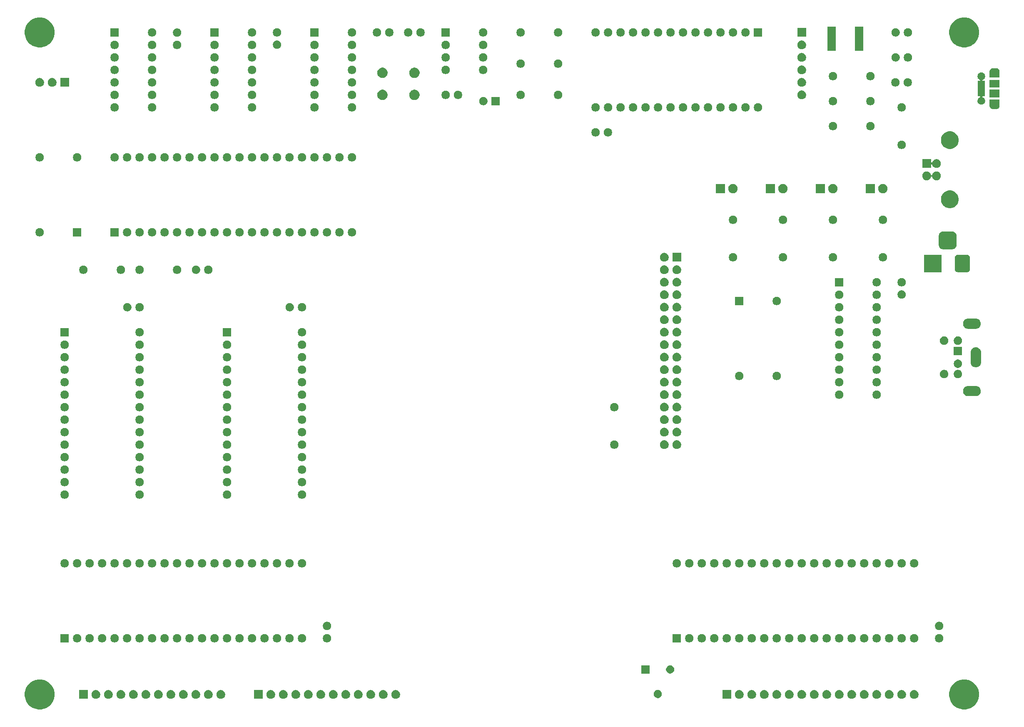
<source format=gts>
G04 #@! TF.GenerationSoftware,KiCad,Pcbnew,(5.1.5)-3*
G04 #@! TF.CreationDate,2020-02-19T16:14:07+01:00*
G04 #@! TF.ProjectId,65C02_Computer,36354330-325f-4436-9f6d-70757465722e,rev?*
G04 #@! TF.SameCoordinates,Original*
G04 #@! TF.FileFunction,Soldermask,Top*
G04 #@! TF.FilePolarity,Negative*
%FSLAX46Y46*%
G04 Gerber Fmt 4.6, Leading zero omitted, Abs format (unit mm)*
G04 Created by KiCad (PCBNEW (5.1.5)-3) date 2020-02-19 16:14:07*
%MOMM*%
%LPD*%
G04 APERTURE LIST*
%ADD10C,0.100000*%
G04 APERTURE END LIST*
D10*
G36*
X214249943Y-159626248D02*
G01*
X214805189Y-159856238D01*
X214805190Y-159856239D01*
X215304899Y-160190134D01*
X215729866Y-160615101D01*
X215729867Y-160615103D01*
X216063762Y-161114811D01*
X216293752Y-161670057D01*
X216411000Y-162259501D01*
X216411000Y-162860499D01*
X216293752Y-163449943D01*
X216063762Y-164005189D01*
X216063761Y-164005190D01*
X215729866Y-164504899D01*
X215304899Y-164929866D01*
X215053347Y-165097948D01*
X214805189Y-165263762D01*
X214249943Y-165493752D01*
X213660499Y-165611000D01*
X213059501Y-165611000D01*
X212470057Y-165493752D01*
X211914811Y-165263762D01*
X211666653Y-165097948D01*
X211415101Y-164929866D01*
X210990134Y-164504899D01*
X210656239Y-164005190D01*
X210656238Y-164005189D01*
X210426248Y-163449943D01*
X210309000Y-162860499D01*
X210309000Y-162259501D01*
X210426248Y-161670057D01*
X210656238Y-161114811D01*
X210990133Y-160615103D01*
X210990134Y-160615101D01*
X211415101Y-160190134D01*
X211914810Y-159856239D01*
X211914811Y-159856238D01*
X212470057Y-159626248D01*
X213059501Y-159509000D01*
X213660499Y-159509000D01*
X214249943Y-159626248D01*
G37*
G36*
X26289943Y-159626248D02*
G01*
X26845189Y-159856238D01*
X26845190Y-159856239D01*
X27344899Y-160190134D01*
X27769866Y-160615101D01*
X27769867Y-160615103D01*
X28103762Y-161114811D01*
X28333752Y-161670057D01*
X28451000Y-162259501D01*
X28451000Y-162860499D01*
X28333752Y-163449943D01*
X28103762Y-164005189D01*
X28103761Y-164005190D01*
X27769866Y-164504899D01*
X27344899Y-164929866D01*
X27093347Y-165097948D01*
X26845189Y-165263762D01*
X26289943Y-165493752D01*
X25700499Y-165611000D01*
X25099501Y-165611000D01*
X24510057Y-165493752D01*
X23954811Y-165263762D01*
X23706653Y-165097948D01*
X23455101Y-164929866D01*
X23030134Y-164504899D01*
X22696239Y-164005190D01*
X22696238Y-164005189D01*
X22466248Y-163449943D01*
X22349000Y-162860499D01*
X22349000Y-162259501D01*
X22466248Y-161670057D01*
X22696238Y-161114811D01*
X23030133Y-160615103D01*
X23030134Y-160615101D01*
X23455101Y-160190134D01*
X23954810Y-159856239D01*
X23954811Y-159856238D01*
X24510057Y-159626248D01*
X25099501Y-159509000D01*
X25700499Y-159509000D01*
X26289943Y-159626248D01*
G37*
G36*
X42023512Y-161663927D02*
G01*
X42172812Y-161693624D01*
X42336784Y-161761544D01*
X42484354Y-161860147D01*
X42609853Y-161985646D01*
X42708456Y-162133216D01*
X42776376Y-162297188D01*
X42811000Y-162471259D01*
X42811000Y-162648741D01*
X42776376Y-162822812D01*
X42708456Y-162986784D01*
X42609853Y-163134354D01*
X42484354Y-163259853D01*
X42336784Y-163358456D01*
X42172812Y-163426376D01*
X42023512Y-163456073D01*
X41998742Y-163461000D01*
X41821258Y-163461000D01*
X41796488Y-163456073D01*
X41647188Y-163426376D01*
X41483216Y-163358456D01*
X41335646Y-163259853D01*
X41210147Y-163134354D01*
X41111544Y-162986784D01*
X41043624Y-162822812D01*
X41009000Y-162648741D01*
X41009000Y-162471259D01*
X41043624Y-162297188D01*
X41111544Y-162133216D01*
X41210147Y-161985646D01*
X41335646Y-161860147D01*
X41483216Y-161761544D01*
X41647188Y-161693624D01*
X41796488Y-161663927D01*
X41821258Y-161659000D01*
X41998742Y-161659000D01*
X42023512Y-161663927D01*
G37*
G36*
X97903512Y-161663927D02*
G01*
X98052812Y-161693624D01*
X98216784Y-161761544D01*
X98364354Y-161860147D01*
X98489853Y-161985646D01*
X98588456Y-162133216D01*
X98656376Y-162297188D01*
X98691000Y-162471259D01*
X98691000Y-162648741D01*
X98656376Y-162822812D01*
X98588456Y-162986784D01*
X98489853Y-163134354D01*
X98364354Y-163259853D01*
X98216784Y-163358456D01*
X98052812Y-163426376D01*
X97903512Y-163456073D01*
X97878742Y-163461000D01*
X97701258Y-163461000D01*
X97676488Y-163456073D01*
X97527188Y-163426376D01*
X97363216Y-163358456D01*
X97215646Y-163259853D01*
X97090147Y-163134354D01*
X96991544Y-162986784D01*
X96923624Y-162822812D01*
X96889000Y-162648741D01*
X96889000Y-162471259D01*
X96923624Y-162297188D01*
X96991544Y-162133216D01*
X97090147Y-161985646D01*
X97215646Y-161860147D01*
X97363216Y-161761544D01*
X97527188Y-161693624D01*
X97676488Y-161663927D01*
X97701258Y-161659000D01*
X97878742Y-161659000D01*
X97903512Y-161663927D01*
G37*
G36*
X36943512Y-161663927D02*
G01*
X37092812Y-161693624D01*
X37256784Y-161761544D01*
X37404354Y-161860147D01*
X37529853Y-161985646D01*
X37628456Y-162133216D01*
X37696376Y-162297188D01*
X37731000Y-162471259D01*
X37731000Y-162648741D01*
X37696376Y-162822812D01*
X37628456Y-162986784D01*
X37529853Y-163134354D01*
X37404354Y-163259853D01*
X37256784Y-163358456D01*
X37092812Y-163426376D01*
X36943512Y-163456073D01*
X36918742Y-163461000D01*
X36741258Y-163461000D01*
X36716488Y-163456073D01*
X36567188Y-163426376D01*
X36403216Y-163358456D01*
X36255646Y-163259853D01*
X36130147Y-163134354D01*
X36031544Y-162986784D01*
X35963624Y-162822812D01*
X35929000Y-162648741D01*
X35929000Y-162471259D01*
X35963624Y-162297188D01*
X36031544Y-162133216D01*
X36130147Y-161985646D01*
X36255646Y-161860147D01*
X36403216Y-161761544D01*
X36567188Y-161693624D01*
X36716488Y-161663927D01*
X36741258Y-161659000D01*
X36918742Y-161659000D01*
X36943512Y-161663927D01*
G37*
G36*
X62343512Y-161663927D02*
G01*
X62492812Y-161693624D01*
X62656784Y-161761544D01*
X62804354Y-161860147D01*
X62929853Y-161985646D01*
X63028456Y-162133216D01*
X63096376Y-162297188D01*
X63131000Y-162471259D01*
X63131000Y-162648741D01*
X63096376Y-162822812D01*
X63028456Y-162986784D01*
X62929853Y-163134354D01*
X62804354Y-163259853D01*
X62656784Y-163358456D01*
X62492812Y-163426376D01*
X62343512Y-163456073D01*
X62318742Y-163461000D01*
X62141258Y-163461000D01*
X62116488Y-163456073D01*
X61967188Y-163426376D01*
X61803216Y-163358456D01*
X61655646Y-163259853D01*
X61530147Y-163134354D01*
X61431544Y-162986784D01*
X61363624Y-162822812D01*
X61329000Y-162648741D01*
X61329000Y-162471259D01*
X61363624Y-162297188D01*
X61431544Y-162133216D01*
X61530147Y-161985646D01*
X61655646Y-161860147D01*
X61803216Y-161761544D01*
X61967188Y-161693624D01*
X62116488Y-161663927D01*
X62141258Y-161659000D01*
X62318742Y-161659000D01*
X62343512Y-161663927D01*
G37*
G36*
X59803512Y-161663927D02*
G01*
X59952812Y-161693624D01*
X60116784Y-161761544D01*
X60264354Y-161860147D01*
X60389853Y-161985646D01*
X60488456Y-162133216D01*
X60556376Y-162297188D01*
X60591000Y-162471259D01*
X60591000Y-162648741D01*
X60556376Y-162822812D01*
X60488456Y-162986784D01*
X60389853Y-163134354D01*
X60264354Y-163259853D01*
X60116784Y-163358456D01*
X59952812Y-163426376D01*
X59803512Y-163456073D01*
X59778742Y-163461000D01*
X59601258Y-163461000D01*
X59576488Y-163456073D01*
X59427188Y-163426376D01*
X59263216Y-163358456D01*
X59115646Y-163259853D01*
X58990147Y-163134354D01*
X58891544Y-162986784D01*
X58823624Y-162822812D01*
X58789000Y-162648741D01*
X58789000Y-162471259D01*
X58823624Y-162297188D01*
X58891544Y-162133216D01*
X58990147Y-161985646D01*
X59115646Y-161860147D01*
X59263216Y-161761544D01*
X59427188Y-161693624D01*
X59576488Y-161663927D01*
X59601258Y-161659000D01*
X59778742Y-161659000D01*
X59803512Y-161663927D01*
G37*
G36*
X57263512Y-161663927D02*
G01*
X57412812Y-161693624D01*
X57576784Y-161761544D01*
X57724354Y-161860147D01*
X57849853Y-161985646D01*
X57948456Y-162133216D01*
X58016376Y-162297188D01*
X58051000Y-162471259D01*
X58051000Y-162648741D01*
X58016376Y-162822812D01*
X57948456Y-162986784D01*
X57849853Y-163134354D01*
X57724354Y-163259853D01*
X57576784Y-163358456D01*
X57412812Y-163426376D01*
X57263512Y-163456073D01*
X57238742Y-163461000D01*
X57061258Y-163461000D01*
X57036488Y-163456073D01*
X56887188Y-163426376D01*
X56723216Y-163358456D01*
X56575646Y-163259853D01*
X56450147Y-163134354D01*
X56351544Y-162986784D01*
X56283624Y-162822812D01*
X56249000Y-162648741D01*
X56249000Y-162471259D01*
X56283624Y-162297188D01*
X56351544Y-162133216D01*
X56450147Y-161985646D01*
X56575646Y-161860147D01*
X56723216Y-161761544D01*
X56887188Y-161693624D01*
X57036488Y-161663927D01*
X57061258Y-161659000D01*
X57238742Y-161659000D01*
X57263512Y-161663927D01*
G37*
G36*
X54723512Y-161663927D02*
G01*
X54872812Y-161693624D01*
X55036784Y-161761544D01*
X55184354Y-161860147D01*
X55309853Y-161985646D01*
X55408456Y-162133216D01*
X55476376Y-162297188D01*
X55511000Y-162471259D01*
X55511000Y-162648741D01*
X55476376Y-162822812D01*
X55408456Y-162986784D01*
X55309853Y-163134354D01*
X55184354Y-163259853D01*
X55036784Y-163358456D01*
X54872812Y-163426376D01*
X54723512Y-163456073D01*
X54698742Y-163461000D01*
X54521258Y-163461000D01*
X54496488Y-163456073D01*
X54347188Y-163426376D01*
X54183216Y-163358456D01*
X54035646Y-163259853D01*
X53910147Y-163134354D01*
X53811544Y-162986784D01*
X53743624Y-162822812D01*
X53709000Y-162648741D01*
X53709000Y-162471259D01*
X53743624Y-162297188D01*
X53811544Y-162133216D01*
X53910147Y-161985646D01*
X54035646Y-161860147D01*
X54183216Y-161761544D01*
X54347188Y-161693624D01*
X54496488Y-161663927D01*
X54521258Y-161659000D01*
X54698742Y-161659000D01*
X54723512Y-161663927D01*
G37*
G36*
X52183512Y-161663927D02*
G01*
X52332812Y-161693624D01*
X52496784Y-161761544D01*
X52644354Y-161860147D01*
X52769853Y-161985646D01*
X52868456Y-162133216D01*
X52936376Y-162297188D01*
X52971000Y-162471259D01*
X52971000Y-162648741D01*
X52936376Y-162822812D01*
X52868456Y-162986784D01*
X52769853Y-163134354D01*
X52644354Y-163259853D01*
X52496784Y-163358456D01*
X52332812Y-163426376D01*
X52183512Y-163456073D01*
X52158742Y-163461000D01*
X51981258Y-163461000D01*
X51956488Y-163456073D01*
X51807188Y-163426376D01*
X51643216Y-163358456D01*
X51495646Y-163259853D01*
X51370147Y-163134354D01*
X51271544Y-162986784D01*
X51203624Y-162822812D01*
X51169000Y-162648741D01*
X51169000Y-162471259D01*
X51203624Y-162297188D01*
X51271544Y-162133216D01*
X51370147Y-161985646D01*
X51495646Y-161860147D01*
X51643216Y-161761544D01*
X51807188Y-161693624D01*
X51956488Y-161663927D01*
X51981258Y-161659000D01*
X52158742Y-161659000D01*
X52183512Y-161663927D01*
G37*
G36*
X49643512Y-161663927D02*
G01*
X49792812Y-161693624D01*
X49956784Y-161761544D01*
X50104354Y-161860147D01*
X50229853Y-161985646D01*
X50328456Y-162133216D01*
X50396376Y-162297188D01*
X50431000Y-162471259D01*
X50431000Y-162648741D01*
X50396376Y-162822812D01*
X50328456Y-162986784D01*
X50229853Y-163134354D01*
X50104354Y-163259853D01*
X49956784Y-163358456D01*
X49792812Y-163426376D01*
X49643512Y-163456073D01*
X49618742Y-163461000D01*
X49441258Y-163461000D01*
X49416488Y-163456073D01*
X49267188Y-163426376D01*
X49103216Y-163358456D01*
X48955646Y-163259853D01*
X48830147Y-163134354D01*
X48731544Y-162986784D01*
X48663624Y-162822812D01*
X48629000Y-162648741D01*
X48629000Y-162471259D01*
X48663624Y-162297188D01*
X48731544Y-162133216D01*
X48830147Y-161985646D01*
X48955646Y-161860147D01*
X49103216Y-161761544D01*
X49267188Y-161693624D01*
X49416488Y-161663927D01*
X49441258Y-161659000D01*
X49618742Y-161659000D01*
X49643512Y-161663927D01*
G37*
G36*
X47103512Y-161663927D02*
G01*
X47252812Y-161693624D01*
X47416784Y-161761544D01*
X47564354Y-161860147D01*
X47689853Y-161985646D01*
X47788456Y-162133216D01*
X47856376Y-162297188D01*
X47891000Y-162471259D01*
X47891000Y-162648741D01*
X47856376Y-162822812D01*
X47788456Y-162986784D01*
X47689853Y-163134354D01*
X47564354Y-163259853D01*
X47416784Y-163358456D01*
X47252812Y-163426376D01*
X47103512Y-163456073D01*
X47078742Y-163461000D01*
X46901258Y-163461000D01*
X46876488Y-163456073D01*
X46727188Y-163426376D01*
X46563216Y-163358456D01*
X46415646Y-163259853D01*
X46290147Y-163134354D01*
X46191544Y-162986784D01*
X46123624Y-162822812D01*
X46089000Y-162648741D01*
X46089000Y-162471259D01*
X46123624Y-162297188D01*
X46191544Y-162133216D01*
X46290147Y-161985646D01*
X46415646Y-161860147D01*
X46563216Y-161761544D01*
X46727188Y-161693624D01*
X46876488Y-161663927D01*
X46901258Y-161659000D01*
X47078742Y-161659000D01*
X47103512Y-161663927D01*
G37*
G36*
X44563512Y-161663927D02*
G01*
X44712812Y-161693624D01*
X44876784Y-161761544D01*
X45024354Y-161860147D01*
X45149853Y-161985646D01*
X45248456Y-162133216D01*
X45316376Y-162297188D01*
X45351000Y-162471259D01*
X45351000Y-162648741D01*
X45316376Y-162822812D01*
X45248456Y-162986784D01*
X45149853Y-163134354D01*
X45024354Y-163259853D01*
X44876784Y-163358456D01*
X44712812Y-163426376D01*
X44563512Y-163456073D01*
X44538742Y-163461000D01*
X44361258Y-163461000D01*
X44336488Y-163456073D01*
X44187188Y-163426376D01*
X44023216Y-163358456D01*
X43875646Y-163259853D01*
X43750147Y-163134354D01*
X43651544Y-162986784D01*
X43583624Y-162822812D01*
X43549000Y-162648741D01*
X43549000Y-162471259D01*
X43583624Y-162297188D01*
X43651544Y-162133216D01*
X43750147Y-161985646D01*
X43875646Y-161860147D01*
X44023216Y-161761544D01*
X44187188Y-161693624D01*
X44336488Y-161663927D01*
X44361258Y-161659000D01*
X44538742Y-161659000D01*
X44563512Y-161663927D01*
G37*
G36*
X185533512Y-161663927D02*
G01*
X185682812Y-161693624D01*
X185846784Y-161761544D01*
X185994354Y-161860147D01*
X186119853Y-161985646D01*
X186218456Y-162133216D01*
X186286376Y-162297188D01*
X186321000Y-162471259D01*
X186321000Y-162648741D01*
X186286376Y-162822812D01*
X186218456Y-162986784D01*
X186119853Y-163134354D01*
X185994354Y-163259853D01*
X185846784Y-163358456D01*
X185682812Y-163426376D01*
X185533512Y-163456073D01*
X185508742Y-163461000D01*
X185331258Y-163461000D01*
X185306488Y-163456073D01*
X185157188Y-163426376D01*
X184993216Y-163358456D01*
X184845646Y-163259853D01*
X184720147Y-163134354D01*
X184621544Y-162986784D01*
X184553624Y-162822812D01*
X184519000Y-162648741D01*
X184519000Y-162471259D01*
X184553624Y-162297188D01*
X184621544Y-162133216D01*
X184720147Y-161985646D01*
X184845646Y-161860147D01*
X184993216Y-161761544D01*
X185157188Y-161693624D01*
X185306488Y-161663927D01*
X185331258Y-161659000D01*
X185508742Y-161659000D01*
X185533512Y-161663927D01*
G37*
G36*
X39483512Y-161663927D02*
G01*
X39632812Y-161693624D01*
X39796784Y-161761544D01*
X39944354Y-161860147D01*
X40069853Y-161985646D01*
X40168456Y-162133216D01*
X40236376Y-162297188D01*
X40271000Y-162471259D01*
X40271000Y-162648741D01*
X40236376Y-162822812D01*
X40168456Y-162986784D01*
X40069853Y-163134354D01*
X39944354Y-163259853D01*
X39796784Y-163358456D01*
X39632812Y-163426376D01*
X39483512Y-163456073D01*
X39458742Y-163461000D01*
X39281258Y-163461000D01*
X39256488Y-163456073D01*
X39107188Y-163426376D01*
X38943216Y-163358456D01*
X38795646Y-163259853D01*
X38670147Y-163134354D01*
X38571544Y-162986784D01*
X38503624Y-162822812D01*
X38469000Y-162648741D01*
X38469000Y-162471259D01*
X38503624Y-162297188D01*
X38571544Y-162133216D01*
X38670147Y-161985646D01*
X38795646Y-161860147D01*
X38943216Y-161761544D01*
X39107188Y-161693624D01*
X39256488Y-161663927D01*
X39281258Y-161659000D01*
X39458742Y-161659000D01*
X39483512Y-161663927D01*
G37*
G36*
X195693512Y-161663927D02*
G01*
X195842812Y-161693624D01*
X196006784Y-161761544D01*
X196154354Y-161860147D01*
X196279853Y-161985646D01*
X196378456Y-162133216D01*
X196446376Y-162297188D01*
X196481000Y-162471259D01*
X196481000Y-162648741D01*
X196446376Y-162822812D01*
X196378456Y-162986784D01*
X196279853Y-163134354D01*
X196154354Y-163259853D01*
X196006784Y-163358456D01*
X195842812Y-163426376D01*
X195693512Y-163456073D01*
X195668742Y-163461000D01*
X195491258Y-163461000D01*
X195466488Y-163456073D01*
X195317188Y-163426376D01*
X195153216Y-163358456D01*
X195005646Y-163259853D01*
X194880147Y-163134354D01*
X194781544Y-162986784D01*
X194713624Y-162822812D01*
X194679000Y-162648741D01*
X194679000Y-162471259D01*
X194713624Y-162297188D01*
X194781544Y-162133216D01*
X194880147Y-161985646D01*
X195005646Y-161860147D01*
X195153216Y-161761544D01*
X195317188Y-161693624D01*
X195466488Y-161663927D01*
X195491258Y-161659000D01*
X195668742Y-161659000D01*
X195693512Y-161663927D01*
G37*
G36*
X35191000Y-163461000D02*
G01*
X33389000Y-163461000D01*
X33389000Y-161659000D01*
X35191000Y-161659000D01*
X35191000Y-163461000D01*
G37*
G36*
X203313512Y-161663927D02*
G01*
X203462812Y-161693624D01*
X203626784Y-161761544D01*
X203774354Y-161860147D01*
X203899853Y-161985646D01*
X203998456Y-162133216D01*
X204066376Y-162297188D01*
X204101000Y-162471259D01*
X204101000Y-162648741D01*
X204066376Y-162822812D01*
X203998456Y-162986784D01*
X203899853Y-163134354D01*
X203774354Y-163259853D01*
X203626784Y-163358456D01*
X203462812Y-163426376D01*
X203313512Y-163456073D01*
X203288742Y-163461000D01*
X203111258Y-163461000D01*
X203086488Y-163456073D01*
X202937188Y-163426376D01*
X202773216Y-163358456D01*
X202625646Y-163259853D01*
X202500147Y-163134354D01*
X202401544Y-162986784D01*
X202333624Y-162822812D01*
X202299000Y-162648741D01*
X202299000Y-162471259D01*
X202333624Y-162297188D01*
X202401544Y-162133216D01*
X202500147Y-161985646D01*
X202625646Y-161860147D01*
X202773216Y-161761544D01*
X202937188Y-161693624D01*
X203086488Y-161663927D01*
X203111258Y-161659000D01*
X203288742Y-161659000D01*
X203313512Y-161663927D01*
G37*
G36*
X200773512Y-161663927D02*
G01*
X200922812Y-161693624D01*
X201086784Y-161761544D01*
X201234354Y-161860147D01*
X201359853Y-161985646D01*
X201458456Y-162133216D01*
X201526376Y-162297188D01*
X201561000Y-162471259D01*
X201561000Y-162648741D01*
X201526376Y-162822812D01*
X201458456Y-162986784D01*
X201359853Y-163134354D01*
X201234354Y-163259853D01*
X201086784Y-163358456D01*
X200922812Y-163426376D01*
X200773512Y-163456073D01*
X200748742Y-163461000D01*
X200571258Y-163461000D01*
X200546488Y-163456073D01*
X200397188Y-163426376D01*
X200233216Y-163358456D01*
X200085646Y-163259853D01*
X199960147Y-163134354D01*
X199861544Y-162986784D01*
X199793624Y-162822812D01*
X199759000Y-162648741D01*
X199759000Y-162471259D01*
X199793624Y-162297188D01*
X199861544Y-162133216D01*
X199960147Y-161985646D01*
X200085646Y-161860147D01*
X200233216Y-161761544D01*
X200397188Y-161693624D01*
X200546488Y-161663927D01*
X200571258Y-161659000D01*
X200748742Y-161659000D01*
X200773512Y-161663927D01*
G37*
G36*
X198233512Y-161663927D02*
G01*
X198382812Y-161693624D01*
X198546784Y-161761544D01*
X198694354Y-161860147D01*
X198819853Y-161985646D01*
X198918456Y-162133216D01*
X198986376Y-162297188D01*
X199021000Y-162471259D01*
X199021000Y-162648741D01*
X198986376Y-162822812D01*
X198918456Y-162986784D01*
X198819853Y-163134354D01*
X198694354Y-163259853D01*
X198546784Y-163358456D01*
X198382812Y-163426376D01*
X198233512Y-163456073D01*
X198208742Y-163461000D01*
X198031258Y-163461000D01*
X198006488Y-163456073D01*
X197857188Y-163426376D01*
X197693216Y-163358456D01*
X197545646Y-163259853D01*
X197420147Y-163134354D01*
X197321544Y-162986784D01*
X197253624Y-162822812D01*
X197219000Y-162648741D01*
X197219000Y-162471259D01*
X197253624Y-162297188D01*
X197321544Y-162133216D01*
X197420147Y-161985646D01*
X197545646Y-161860147D01*
X197693216Y-161761544D01*
X197857188Y-161693624D01*
X198006488Y-161663927D01*
X198031258Y-161659000D01*
X198208742Y-161659000D01*
X198233512Y-161663927D01*
G37*
G36*
X193153512Y-161663927D02*
G01*
X193302812Y-161693624D01*
X193466784Y-161761544D01*
X193614354Y-161860147D01*
X193739853Y-161985646D01*
X193838456Y-162133216D01*
X193906376Y-162297188D01*
X193941000Y-162471259D01*
X193941000Y-162648741D01*
X193906376Y-162822812D01*
X193838456Y-162986784D01*
X193739853Y-163134354D01*
X193614354Y-163259853D01*
X193466784Y-163358456D01*
X193302812Y-163426376D01*
X193153512Y-163456073D01*
X193128742Y-163461000D01*
X192951258Y-163461000D01*
X192926488Y-163456073D01*
X192777188Y-163426376D01*
X192613216Y-163358456D01*
X192465646Y-163259853D01*
X192340147Y-163134354D01*
X192241544Y-162986784D01*
X192173624Y-162822812D01*
X192139000Y-162648741D01*
X192139000Y-162471259D01*
X192173624Y-162297188D01*
X192241544Y-162133216D01*
X192340147Y-161985646D01*
X192465646Y-161860147D01*
X192613216Y-161761544D01*
X192777188Y-161693624D01*
X192926488Y-161663927D01*
X192951258Y-161659000D01*
X193128742Y-161659000D01*
X193153512Y-161663927D01*
G37*
G36*
X190613512Y-161663927D02*
G01*
X190762812Y-161693624D01*
X190926784Y-161761544D01*
X191074354Y-161860147D01*
X191199853Y-161985646D01*
X191298456Y-162133216D01*
X191366376Y-162297188D01*
X191401000Y-162471259D01*
X191401000Y-162648741D01*
X191366376Y-162822812D01*
X191298456Y-162986784D01*
X191199853Y-163134354D01*
X191074354Y-163259853D01*
X190926784Y-163358456D01*
X190762812Y-163426376D01*
X190613512Y-163456073D01*
X190588742Y-163461000D01*
X190411258Y-163461000D01*
X190386488Y-163456073D01*
X190237188Y-163426376D01*
X190073216Y-163358456D01*
X189925646Y-163259853D01*
X189800147Y-163134354D01*
X189701544Y-162986784D01*
X189633624Y-162822812D01*
X189599000Y-162648741D01*
X189599000Y-162471259D01*
X189633624Y-162297188D01*
X189701544Y-162133216D01*
X189800147Y-161985646D01*
X189925646Y-161860147D01*
X190073216Y-161761544D01*
X190237188Y-161693624D01*
X190386488Y-161663927D01*
X190411258Y-161659000D01*
X190588742Y-161659000D01*
X190613512Y-161663927D01*
G37*
G36*
X72503512Y-161663927D02*
G01*
X72652812Y-161693624D01*
X72816784Y-161761544D01*
X72964354Y-161860147D01*
X73089853Y-161985646D01*
X73188456Y-162133216D01*
X73256376Y-162297188D01*
X73291000Y-162471259D01*
X73291000Y-162648741D01*
X73256376Y-162822812D01*
X73188456Y-162986784D01*
X73089853Y-163134354D01*
X72964354Y-163259853D01*
X72816784Y-163358456D01*
X72652812Y-163426376D01*
X72503512Y-163456073D01*
X72478742Y-163461000D01*
X72301258Y-163461000D01*
X72276488Y-163456073D01*
X72127188Y-163426376D01*
X71963216Y-163358456D01*
X71815646Y-163259853D01*
X71690147Y-163134354D01*
X71591544Y-162986784D01*
X71523624Y-162822812D01*
X71489000Y-162648741D01*
X71489000Y-162471259D01*
X71523624Y-162297188D01*
X71591544Y-162133216D01*
X71690147Y-161985646D01*
X71815646Y-161860147D01*
X71963216Y-161761544D01*
X72127188Y-161693624D01*
X72276488Y-161663927D01*
X72301258Y-161659000D01*
X72478742Y-161659000D01*
X72503512Y-161663927D01*
G37*
G36*
X70751000Y-163461000D02*
G01*
X68949000Y-163461000D01*
X68949000Y-161659000D01*
X70751000Y-161659000D01*
X70751000Y-163461000D01*
G37*
G36*
X95363512Y-161663927D02*
G01*
X95512812Y-161693624D01*
X95676784Y-161761544D01*
X95824354Y-161860147D01*
X95949853Y-161985646D01*
X96048456Y-162133216D01*
X96116376Y-162297188D01*
X96151000Y-162471259D01*
X96151000Y-162648741D01*
X96116376Y-162822812D01*
X96048456Y-162986784D01*
X95949853Y-163134354D01*
X95824354Y-163259853D01*
X95676784Y-163358456D01*
X95512812Y-163426376D01*
X95363512Y-163456073D01*
X95338742Y-163461000D01*
X95161258Y-163461000D01*
X95136488Y-163456073D01*
X94987188Y-163426376D01*
X94823216Y-163358456D01*
X94675646Y-163259853D01*
X94550147Y-163134354D01*
X94451544Y-162986784D01*
X94383624Y-162822812D01*
X94349000Y-162648741D01*
X94349000Y-162471259D01*
X94383624Y-162297188D01*
X94451544Y-162133216D01*
X94550147Y-161985646D01*
X94675646Y-161860147D01*
X94823216Y-161761544D01*
X94987188Y-161693624D01*
X95136488Y-161663927D01*
X95161258Y-161659000D01*
X95338742Y-161659000D01*
X95363512Y-161663927D01*
G37*
G36*
X182993512Y-161663927D02*
G01*
X183142812Y-161693624D01*
X183306784Y-161761544D01*
X183454354Y-161860147D01*
X183579853Y-161985646D01*
X183678456Y-162133216D01*
X183746376Y-162297188D01*
X183781000Y-162471259D01*
X183781000Y-162648741D01*
X183746376Y-162822812D01*
X183678456Y-162986784D01*
X183579853Y-163134354D01*
X183454354Y-163259853D01*
X183306784Y-163358456D01*
X183142812Y-163426376D01*
X182993512Y-163456073D01*
X182968742Y-163461000D01*
X182791258Y-163461000D01*
X182766488Y-163456073D01*
X182617188Y-163426376D01*
X182453216Y-163358456D01*
X182305646Y-163259853D01*
X182180147Y-163134354D01*
X182081544Y-162986784D01*
X182013624Y-162822812D01*
X181979000Y-162648741D01*
X181979000Y-162471259D01*
X182013624Y-162297188D01*
X182081544Y-162133216D01*
X182180147Y-161985646D01*
X182305646Y-161860147D01*
X182453216Y-161761544D01*
X182617188Y-161693624D01*
X182766488Y-161663927D01*
X182791258Y-161659000D01*
X182968742Y-161659000D01*
X182993512Y-161663927D01*
G37*
G36*
X180453512Y-161663927D02*
G01*
X180602812Y-161693624D01*
X180766784Y-161761544D01*
X180914354Y-161860147D01*
X181039853Y-161985646D01*
X181138456Y-162133216D01*
X181206376Y-162297188D01*
X181241000Y-162471259D01*
X181241000Y-162648741D01*
X181206376Y-162822812D01*
X181138456Y-162986784D01*
X181039853Y-163134354D01*
X180914354Y-163259853D01*
X180766784Y-163358456D01*
X180602812Y-163426376D01*
X180453512Y-163456073D01*
X180428742Y-163461000D01*
X180251258Y-163461000D01*
X180226488Y-163456073D01*
X180077188Y-163426376D01*
X179913216Y-163358456D01*
X179765646Y-163259853D01*
X179640147Y-163134354D01*
X179541544Y-162986784D01*
X179473624Y-162822812D01*
X179439000Y-162648741D01*
X179439000Y-162471259D01*
X179473624Y-162297188D01*
X179541544Y-162133216D01*
X179640147Y-161985646D01*
X179765646Y-161860147D01*
X179913216Y-161761544D01*
X180077188Y-161693624D01*
X180226488Y-161663927D01*
X180251258Y-161659000D01*
X180428742Y-161659000D01*
X180453512Y-161663927D01*
G37*
G36*
X177913512Y-161663927D02*
G01*
X178062812Y-161693624D01*
X178226784Y-161761544D01*
X178374354Y-161860147D01*
X178499853Y-161985646D01*
X178598456Y-162133216D01*
X178666376Y-162297188D01*
X178701000Y-162471259D01*
X178701000Y-162648741D01*
X178666376Y-162822812D01*
X178598456Y-162986784D01*
X178499853Y-163134354D01*
X178374354Y-163259853D01*
X178226784Y-163358456D01*
X178062812Y-163426376D01*
X177913512Y-163456073D01*
X177888742Y-163461000D01*
X177711258Y-163461000D01*
X177686488Y-163456073D01*
X177537188Y-163426376D01*
X177373216Y-163358456D01*
X177225646Y-163259853D01*
X177100147Y-163134354D01*
X177001544Y-162986784D01*
X176933624Y-162822812D01*
X176899000Y-162648741D01*
X176899000Y-162471259D01*
X176933624Y-162297188D01*
X177001544Y-162133216D01*
X177100147Y-161985646D01*
X177225646Y-161860147D01*
X177373216Y-161761544D01*
X177537188Y-161693624D01*
X177686488Y-161663927D01*
X177711258Y-161659000D01*
X177888742Y-161659000D01*
X177913512Y-161663927D01*
G37*
G36*
X175373512Y-161663927D02*
G01*
X175522812Y-161693624D01*
X175686784Y-161761544D01*
X175834354Y-161860147D01*
X175959853Y-161985646D01*
X176058456Y-162133216D01*
X176126376Y-162297188D01*
X176161000Y-162471259D01*
X176161000Y-162648741D01*
X176126376Y-162822812D01*
X176058456Y-162986784D01*
X175959853Y-163134354D01*
X175834354Y-163259853D01*
X175686784Y-163358456D01*
X175522812Y-163426376D01*
X175373512Y-163456073D01*
X175348742Y-163461000D01*
X175171258Y-163461000D01*
X175146488Y-163456073D01*
X174997188Y-163426376D01*
X174833216Y-163358456D01*
X174685646Y-163259853D01*
X174560147Y-163134354D01*
X174461544Y-162986784D01*
X174393624Y-162822812D01*
X174359000Y-162648741D01*
X174359000Y-162471259D01*
X174393624Y-162297188D01*
X174461544Y-162133216D01*
X174560147Y-161985646D01*
X174685646Y-161860147D01*
X174833216Y-161761544D01*
X174997188Y-161693624D01*
X175146488Y-161663927D01*
X175171258Y-161659000D01*
X175348742Y-161659000D01*
X175373512Y-161663927D01*
G37*
G36*
X172833512Y-161663927D02*
G01*
X172982812Y-161693624D01*
X173146784Y-161761544D01*
X173294354Y-161860147D01*
X173419853Y-161985646D01*
X173518456Y-162133216D01*
X173586376Y-162297188D01*
X173621000Y-162471259D01*
X173621000Y-162648741D01*
X173586376Y-162822812D01*
X173518456Y-162986784D01*
X173419853Y-163134354D01*
X173294354Y-163259853D01*
X173146784Y-163358456D01*
X172982812Y-163426376D01*
X172833512Y-163456073D01*
X172808742Y-163461000D01*
X172631258Y-163461000D01*
X172606488Y-163456073D01*
X172457188Y-163426376D01*
X172293216Y-163358456D01*
X172145646Y-163259853D01*
X172020147Y-163134354D01*
X171921544Y-162986784D01*
X171853624Y-162822812D01*
X171819000Y-162648741D01*
X171819000Y-162471259D01*
X171853624Y-162297188D01*
X171921544Y-162133216D01*
X172020147Y-161985646D01*
X172145646Y-161860147D01*
X172293216Y-161761544D01*
X172457188Y-161693624D01*
X172606488Y-161663927D01*
X172631258Y-161659000D01*
X172808742Y-161659000D01*
X172833512Y-161663927D01*
G37*
G36*
X170293512Y-161663927D02*
G01*
X170442812Y-161693624D01*
X170606784Y-161761544D01*
X170754354Y-161860147D01*
X170879853Y-161985646D01*
X170978456Y-162133216D01*
X171046376Y-162297188D01*
X171081000Y-162471259D01*
X171081000Y-162648741D01*
X171046376Y-162822812D01*
X170978456Y-162986784D01*
X170879853Y-163134354D01*
X170754354Y-163259853D01*
X170606784Y-163358456D01*
X170442812Y-163426376D01*
X170293512Y-163456073D01*
X170268742Y-163461000D01*
X170091258Y-163461000D01*
X170066488Y-163456073D01*
X169917188Y-163426376D01*
X169753216Y-163358456D01*
X169605646Y-163259853D01*
X169480147Y-163134354D01*
X169381544Y-162986784D01*
X169313624Y-162822812D01*
X169279000Y-162648741D01*
X169279000Y-162471259D01*
X169313624Y-162297188D01*
X169381544Y-162133216D01*
X169480147Y-161985646D01*
X169605646Y-161860147D01*
X169753216Y-161761544D01*
X169917188Y-161693624D01*
X170066488Y-161663927D01*
X170091258Y-161659000D01*
X170268742Y-161659000D01*
X170293512Y-161663927D01*
G37*
G36*
X167753512Y-161663927D02*
G01*
X167902812Y-161693624D01*
X168066784Y-161761544D01*
X168214354Y-161860147D01*
X168339853Y-161985646D01*
X168438456Y-162133216D01*
X168506376Y-162297188D01*
X168541000Y-162471259D01*
X168541000Y-162648741D01*
X168506376Y-162822812D01*
X168438456Y-162986784D01*
X168339853Y-163134354D01*
X168214354Y-163259853D01*
X168066784Y-163358456D01*
X167902812Y-163426376D01*
X167753512Y-163456073D01*
X167728742Y-163461000D01*
X167551258Y-163461000D01*
X167526488Y-163456073D01*
X167377188Y-163426376D01*
X167213216Y-163358456D01*
X167065646Y-163259853D01*
X166940147Y-163134354D01*
X166841544Y-162986784D01*
X166773624Y-162822812D01*
X166739000Y-162648741D01*
X166739000Y-162471259D01*
X166773624Y-162297188D01*
X166841544Y-162133216D01*
X166940147Y-161985646D01*
X167065646Y-161860147D01*
X167213216Y-161761544D01*
X167377188Y-161693624D01*
X167526488Y-161663927D01*
X167551258Y-161659000D01*
X167728742Y-161659000D01*
X167753512Y-161663927D01*
G37*
G36*
X166001000Y-163461000D02*
G01*
X164199000Y-163461000D01*
X164199000Y-161659000D01*
X166001000Y-161659000D01*
X166001000Y-163461000D01*
G37*
G36*
X188073512Y-161663927D02*
G01*
X188222812Y-161693624D01*
X188386784Y-161761544D01*
X188534354Y-161860147D01*
X188659853Y-161985646D01*
X188758456Y-162133216D01*
X188826376Y-162297188D01*
X188861000Y-162471259D01*
X188861000Y-162648741D01*
X188826376Y-162822812D01*
X188758456Y-162986784D01*
X188659853Y-163134354D01*
X188534354Y-163259853D01*
X188386784Y-163358456D01*
X188222812Y-163426376D01*
X188073512Y-163456073D01*
X188048742Y-163461000D01*
X187871258Y-163461000D01*
X187846488Y-163456073D01*
X187697188Y-163426376D01*
X187533216Y-163358456D01*
X187385646Y-163259853D01*
X187260147Y-163134354D01*
X187161544Y-162986784D01*
X187093624Y-162822812D01*
X187059000Y-162648741D01*
X187059000Y-162471259D01*
X187093624Y-162297188D01*
X187161544Y-162133216D01*
X187260147Y-161985646D01*
X187385646Y-161860147D01*
X187533216Y-161761544D01*
X187697188Y-161693624D01*
X187846488Y-161663927D01*
X187871258Y-161659000D01*
X188048742Y-161659000D01*
X188073512Y-161663927D01*
G37*
G36*
X75043512Y-161663927D02*
G01*
X75192812Y-161693624D01*
X75356784Y-161761544D01*
X75504354Y-161860147D01*
X75629853Y-161985646D01*
X75728456Y-162133216D01*
X75796376Y-162297188D01*
X75831000Y-162471259D01*
X75831000Y-162648741D01*
X75796376Y-162822812D01*
X75728456Y-162986784D01*
X75629853Y-163134354D01*
X75504354Y-163259853D01*
X75356784Y-163358456D01*
X75192812Y-163426376D01*
X75043512Y-163456073D01*
X75018742Y-163461000D01*
X74841258Y-163461000D01*
X74816488Y-163456073D01*
X74667188Y-163426376D01*
X74503216Y-163358456D01*
X74355646Y-163259853D01*
X74230147Y-163134354D01*
X74131544Y-162986784D01*
X74063624Y-162822812D01*
X74029000Y-162648741D01*
X74029000Y-162471259D01*
X74063624Y-162297188D01*
X74131544Y-162133216D01*
X74230147Y-161985646D01*
X74355646Y-161860147D01*
X74503216Y-161761544D01*
X74667188Y-161693624D01*
X74816488Y-161663927D01*
X74841258Y-161659000D01*
X75018742Y-161659000D01*
X75043512Y-161663927D01*
G37*
G36*
X77583512Y-161663927D02*
G01*
X77732812Y-161693624D01*
X77896784Y-161761544D01*
X78044354Y-161860147D01*
X78169853Y-161985646D01*
X78268456Y-162133216D01*
X78336376Y-162297188D01*
X78371000Y-162471259D01*
X78371000Y-162648741D01*
X78336376Y-162822812D01*
X78268456Y-162986784D01*
X78169853Y-163134354D01*
X78044354Y-163259853D01*
X77896784Y-163358456D01*
X77732812Y-163426376D01*
X77583512Y-163456073D01*
X77558742Y-163461000D01*
X77381258Y-163461000D01*
X77356488Y-163456073D01*
X77207188Y-163426376D01*
X77043216Y-163358456D01*
X76895646Y-163259853D01*
X76770147Y-163134354D01*
X76671544Y-162986784D01*
X76603624Y-162822812D01*
X76569000Y-162648741D01*
X76569000Y-162471259D01*
X76603624Y-162297188D01*
X76671544Y-162133216D01*
X76770147Y-161985646D01*
X76895646Y-161860147D01*
X77043216Y-161761544D01*
X77207188Y-161693624D01*
X77356488Y-161663927D01*
X77381258Y-161659000D01*
X77558742Y-161659000D01*
X77583512Y-161663927D01*
G37*
G36*
X80123512Y-161663927D02*
G01*
X80272812Y-161693624D01*
X80436784Y-161761544D01*
X80584354Y-161860147D01*
X80709853Y-161985646D01*
X80808456Y-162133216D01*
X80876376Y-162297188D01*
X80911000Y-162471259D01*
X80911000Y-162648741D01*
X80876376Y-162822812D01*
X80808456Y-162986784D01*
X80709853Y-163134354D01*
X80584354Y-163259853D01*
X80436784Y-163358456D01*
X80272812Y-163426376D01*
X80123512Y-163456073D01*
X80098742Y-163461000D01*
X79921258Y-163461000D01*
X79896488Y-163456073D01*
X79747188Y-163426376D01*
X79583216Y-163358456D01*
X79435646Y-163259853D01*
X79310147Y-163134354D01*
X79211544Y-162986784D01*
X79143624Y-162822812D01*
X79109000Y-162648741D01*
X79109000Y-162471259D01*
X79143624Y-162297188D01*
X79211544Y-162133216D01*
X79310147Y-161985646D01*
X79435646Y-161860147D01*
X79583216Y-161761544D01*
X79747188Y-161693624D01*
X79896488Y-161663927D01*
X79921258Y-161659000D01*
X80098742Y-161659000D01*
X80123512Y-161663927D01*
G37*
G36*
X82663512Y-161663927D02*
G01*
X82812812Y-161693624D01*
X82976784Y-161761544D01*
X83124354Y-161860147D01*
X83249853Y-161985646D01*
X83348456Y-162133216D01*
X83416376Y-162297188D01*
X83451000Y-162471259D01*
X83451000Y-162648741D01*
X83416376Y-162822812D01*
X83348456Y-162986784D01*
X83249853Y-163134354D01*
X83124354Y-163259853D01*
X82976784Y-163358456D01*
X82812812Y-163426376D01*
X82663512Y-163456073D01*
X82638742Y-163461000D01*
X82461258Y-163461000D01*
X82436488Y-163456073D01*
X82287188Y-163426376D01*
X82123216Y-163358456D01*
X81975646Y-163259853D01*
X81850147Y-163134354D01*
X81751544Y-162986784D01*
X81683624Y-162822812D01*
X81649000Y-162648741D01*
X81649000Y-162471259D01*
X81683624Y-162297188D01*
X81751544Y-162133216D01*
X81850147Y-161985646D01*
X81975646Y-161860147D01*
X82123216Y-161761544D01*
X82287188Y-161693624D01*
X82436488Y-161663927D01*
X82461258Y-161659000D01*
X82638742Y-161659000D01*
X82663512Y-161663927D01*
G37*
G36*
X85203512Y-161663927D02*
G01*
X85352812Y-161693624D01*
X85516784Y-161761544D01*
X85664354Y-161860147D01*
X85789853Y-161985646D01*
X85888456Y-162133216D01*
X85956376Y-162297188D01*
X85991000Y-162471259D01*
X85991000Y-162648741D01*
X85956376Y-162822812D01*
X85888456Y-162986784D01*
X85789853Y-163134354D01*
X85664354Y-163259853D01*
X85516784Y-163358456D01*
X85352812Y-163426376D01*
X85203512Y-163456073D01*
X85178742Y-163461000D01*
X85001258Y-163461000D01*
X84976488Y-163456073D01*
X84827188Y-163426376D01*
X84663216Y-163358456D01*
X84515646Y-163259853D01*
X84390147Y-163134354D01*
X84291544Y-162986784D01*
X84223624Y-162822812D01*
X84189000Y-162648741D01*
X84189000Y-162471259D01*
X84223624Y-162297188D01*
X84291544Y-162133216D01*
X84390147Y-161985646D01*
X84515646Y-161860147D01*
X84663216Y-161761544D01*
X84827188Y-161693624D01*
X84976488Y-161663927D01*
X85001258Y-161659000D01*
X85178742Y-161659000D01*
X85203512Y-161663927D01*
G37*
G36*
X87743512Y-161663927D02*
G01*
X87892812Y-161693624D01*
X88056784Y-161761544D01*
X88204354Y-161860147D01*
X88329853Y-161985646D01*
X88428456Y-162133216D01*
X88496376Y-162297188D01*
X88531000Y-162471259D01*
X88531000Y-162648741D01*
X88496376Y-162822812D01*
X88428456Y-162986784D01*
X88329853Y-163134354D01*
X88204354Y-163259853D01*
X88056784Y-163358456D01*
X87892812Y-163426376D01*
X87743512Y-163456073D01*
X87718742Y-163461000D01*
X87541258Y-163461000D01*
X87516488Y-163456073D01*
X87367188Y-163426376D01*
X87203216Y-163358456D01*
X87055646Y-163259853D01*
X86930147Y-163134354D01*
X86831544Y-162986784D01*
X86763624Y-162822812D01*
X86729000Y-162648741D01*
X86729000Y-162471259D01*
X86763624Y-162297188D01*
X86831544Y-162133216D01*
X86930147Y-161985646D01*
X87055646Y-161860147D01*
X87203216Y-161761544D01*
X87367188Y-161693624D01*
X87516488Y-161663927D01*
X87541258Y-161659000D01*
X87718742Y-161659000D01*
X87743512Y-161663927D01*
G37*
G36*
X90283512Y-161663927D02*
G01*
X90432812Y-161693624D01*
X90596784Y-161761544D01*
X90744354Y-161860147D01*
X90869853Y-161985646D01*
X90968456Y-162133216D01*
X91036376Y-162297188D01*
X91071000Y-162471259D01*
X91071000Y-162648741D01*
X91036376Y-162822812D01*
X90968456Y-162986784D01*
X90869853Y-163134354D01*
X90744354Y-163259853D01*
X90596784Y-163358456D01*
X90432812Y-163426376D01*
X90283512Y-163456073D01*
X90258742Y-163461000D01*
X90081258Y-163461000D01*
X90056488Y-163456073D01*
X89907188Y-163426376D01*
X89743216Y-163358456D01*
X89595646Y-163259853D01*
X89470147Y-163134354D01*
X89371544Y-162986784D01*
X89303624Y-162822812D01*
X89269000Y-162648741D01*
X89269000Y-162471259D01*
X89303624Y-162297188D01*
X89371544Y-162133216D01*
X89470147Y-161985646D01*
X89595646Y-161860147D01*
X89743216Y-161761544D01*
X89907188Y-161693624D01*
X90056488Y-161663927D01*
X90081258Y-161659000D01*
X90258742Y-161659000D01*
X90283512Y-161663927D01*
G37*
G36*
X92823512Y-161663927D02*
G01*
X92972812Y-161693624D01*
X93136784Y-161761544D01*
X93284354Y-161860147D01*
X93409853Y-161985646D01*
X93508456Y-162133216D01*
X93576376Y-162297188D01*
X93611000Y-162471259D01*
X93611000Y-162648741D01*
X93576376Y-162822812D01*
X93508456Y-162986784D01*
X93409853Y-163134354D01*
X93284354Y-163259853D01*
X93136784Y-163358456D01*
X92972812Y-163426376D01*
X92823512Y-163456073D01*
X92798742Y-163461000D01*
X92621258Y-163461000D01*
X92596488Y-163456073D01*
X92447188Y-163426376D01*
X92283216Y-163358456D01*
X92135646Y-163259853D01*
X92010147Y-163134354D01*
X91911544Y-162986784D01*
X91843624Y-162822812D01*
X91809000Y-162648741D01*
X91809000Y-162471259D01*
X91843624Y-162297188D01*
X91911544Y-162133216D01*
X92010147Y-161985646D01*
X92135646Y-161860147D01*
X92283216Y-161761544D01*
X92447188Y-161693624D01*
X92596488Y-161663927D01*
X92621258Y-161659000D01*
X92798742Y-161659000D01*
X92823512Y-161663927D01*
G37*
G36*
X151330935Y-161685742D02*
G01*
X151481258Y-161748008D01*
X151616545Y-161838404D01*
X151731596Y-161953455D01*
X151821992Y-162088742D01*
X151884258Y-162239065D01*
X151916000Y-162398646D01*
X151916000Y-162561354D01*
X151884258Y-162720935D01*
X151821992Y-162871258D01*
X151731596Y-163006545D01*
X151616545Y-163121596D01*
X151481258Y-163211992D01*
X151330935Y-163274258D01*
X151171354Y-163306000D01*
X151008646Y-163306000D01*
X150849065Y-163274258D01*
X150698742Y-163211992D01*
X150563455Y-163121596D01*
X150448404Y-163006545D01*
X150358008Y-162871258D01*
X150295742Y-162720935D01*
X150264000Y-162561354D01*
X150264000Y-162398646D01*
X150295742Y-162239065D01*
X150358008Y-162088742D01*
X150448404Y-161953455D01*
X150563455Y-161838404D01*
X150698742Y-161748008D01*
X150849065Y-161685742D01*
X151008646Y-161654000D01*
X151171354Y-161654000D01*
X151330935Y-161685742D01*
G37*
G36*
X153830935Y-156685742D02*
G01*
X153981258Y-156748008D01*
X154116545Y-156838404D01*
X154231596Y-156953455D01*
X154321992Y-157088742D01*
X154384258Y-157239065D01*
X154416000Y-157398646D01*
X154416000Y-157561354D01*
X154384258Y-157720935D01*
X154321992Y-157871258D01*
X154231596Y-158006545D01*
X154116545Y-158121596D01*
X153981258Y-158211992D01*
X153830935Y-158274258D01*
X153671354Y-158306000D01*
X153508646Y-158306000D01*
X153349065Y-158274258D01*
X153198742Y-158211992D01*
X153063455Y-158121596D01*
X152948404Y-158006545D01*
X152858008Y-157871258D01*
X152795742Y-157720935D01*
X152764000Y-157561354D01*
X152764000Y-157398646D01*
X152795742Y-157239065D01*
X152858008Y-157088742D01*
X152948404Y-156953455D01*
X153063455Y-156838404D01*
X153198742Y-156748008D01*
X153349065Y-156685742D01*
X153508646Y-156654000D01*
X153671354Y-156654000D01*
X153830935Y-156685742D01*
G37*
G36*
X149416000Y-158306000D02*
G01*
X147764000Y-158306000D01*
X147764000Y-156654000D01*
X149416000Y-156654000D01*
X149416000Y-158306000D01*
G37*
G36*
X180588228Y-150311703D02*
G01*
X180743100Y-150375853D01*
X180882481Y-150468985D01*
X181001015Y-150587519D01*
X181094147Y-150726900D01*
X181158297Y-150881772D01*
X181191000Y-151046184D01*
X181191000Y-151213816D01*
X181158297Y-151378228D01*
X181094147Y-151533100D01*
X181001015Y-151672481D01*
X180882481Y-151791015D01*
X180743100Y-151884147D01*
X180588228Y-151948297D01*
X180423816Y-151981000D01*
X180256184Y-151981000D01*
X180091772Y-151948297D01*
X179936900Y-151884147D01*
X179797519Y-151791015D01*
X179678985Y-151672481D01*
X179585853Y-151533100D01*
X179521703Y-151378228D01*
X179489000Y-151213816D01*
X179489000Y-151046184D01*
X179521703Y-150881772D01*
X179585853Y-150726900D01*
X179678985Y-150587519D01*
X179797519Y-150468985D01*
X179936900Y-150375853D01*
X180091772Y-150311703D01*
X180256184Y-150279000D01*
X180423816Y-150279000D01*
X180588228Y-150311703D01*
G37*
G36*
X76448228Y-150311703D02*
G01*
X76603100Y-150375853D01*
X76742481Y-150468985D01*
X76861015Y-150587519D01*
X76954147Y-150726900D01*
X77018297Y-150881772D01*
X77051000Y-151046184D01*
X77051000Y-151213816D01*
X77018297Y-151378228D01*
X76954147Y-151533100D01*
X76861015Y-151672481D01*
X76742481Y-151791015D01*
X76603100Y-151884147D01*
X76448228Y-151948297D01*
X76283816Y-151981000D01*
X76116184Y-151981000D01*
X75951772Y-151948297D01*
X75796900Y-151884147D01*
X75657519Y-151791015D01*
X75538985Y-151672481D01*
X75445853Y-151533100D01*
X75381703Y-151378228D01*
X75349000Y-151213816D01*
X75349000Y-151046184D01*
X75381703Y-150881772D01*
X75445853Y-150726900D01*
X75538985Y-150587519D01*
X75657519Y-150468985D01*
X75796900Y-150375853D01*
X75951772Y-150311703D01*
X76116184Y-150279000D01*
X76283816Y-150279000D01*
X76448228Y-150311703D01*
G37*
G36*
X78988228Y-150311703D02*
G01*
X79143100Y-150375853D01*
X79282481Y-150468985D01*
X79401015Y-150587519D01*
X79494147Y-150726900D01*
X79558297Y-150881772D01*
X79591000Y-151046184D01*
X79591000Y-151213816D01*
X79558297Y-151378228D01*
X79494147Y-151533100D01*
X79401015Y-151672481D01*
X79282481Y-151791015D01*
X79143100Y-151884147D01*
X78988228Y-151948297D01*
X78823816Y-151981000D01*
X78656184Y-151981000D01*
X78491772Y-151948297D01*
X78336900Y-151884147D01*
X78197519Y-151791015D01*
X78078985Y-151672481D01*
X77985853Y-151533100D01*
X77921703Y-151378228D01*
X77889000Y-151213816D01*
X77889000Y-151046184D01*
X77921703Y-150881772D01*
X77985853Y-150726900D01*
X78078985Y-150587519D01*
X78197519Y-150468985D01*
X78336900Y-150375853D01*
X78491772Y-150311703D01*
X78656184Y-150279000D01*
X78823816Y-150279000D01*
X78988228Y-150311703D01*
G37*
G36*
X178048228Y-150311703D02*
G01*
X178203100Y-150375853D01*
X178342481Y-150468985D01*
X178461015Y-150587519D01*
X178554147Y-150726900D01*
X178618297Y-150881772D01*
X178651000Y-151046184D01*
X178651000Y-151213816D01*
X178618297Y-151378228D01*
X178554147Y-151533100D01*
X178461015Y-151672481D01*
X178342481Y-151791015D01*
X178203100Y-151884147D01*
X178048228Y-151948297D01*
X177883816Y-151981000D01*
X177716184Y-151981000D01*
X177551772Y-151948297D01*
X177396900Y-151884147D01*
X177257519Y-151791015D01*
X177138985Y-151672481D01*
X177045853Y-151533100D01*
X176981703Y-151378228D01*
X176949000Y-151213816D01*
X176949000Y-151046184D01*
X176981703Y-150881772D01*
X177045853Y-150726900D01*
X177138985Y-150587519D01*
X177257519Y-150468985D01*
X177396900Y-150375853D01*
X177551772Y-150311703D01*
X177716184Y-150279000D01*
X177883816Y-150279000D01*
X178048228Y-150311703D01*
G37*
G36*
X200908228Y-150311703D02*
G01*
X201063100Y-150375853D01*
X201202481Y-150468985D01*
X201321015Y-150587519D01*
X201414147Y-150726900D01*
X201478297Y-150881772D01*
X201511000Y-151046184D01*
X201511000Y-151213816D01*
X201478297Y-151378228D01*
X201414147Y-151533100D01*
X201321015Y-151672481D01*
X201202481Y-151791015D01*
X201063100Y-151884147D01*
X200908228Y-151948297D01*
X200743816Y-151981000D01*
X200576184Y-151981000D01*
X200411772Y-151948297D01*
X200256900Y-151884147D01*
X200117519Y-151791015D01*
X199998985Y-151672481D01*
X199905853Y-151533100D01*
X199841703Y-151378228D01*
X199809000Y-151213816D01*
X199809000Y-151046184D01*
X199841703Y-150881772D01*
X199905853Y-150726900D01*
X199998985Y-150587519D01*
X200117519Y-150468985D01*
X200256900Y-150375853D01*
X200411772Y-150311703D01*
X200576184Y-150279000D01*
X200743816Y-150279000D01*
X200908228Y-150311703D01*
G37*
G36*
X195828228Y-150311703D02*
G01*
X195983100Y-150375853D01*
X196122481Y-150468985D01*
X196241015Y-150587519D01*
X196334147Y-150726900D01*
X196398297Y-150881772D01*
X196431000Y-151046184D01*
X196431000Y-151213816D01*
X196398297Y-151378228D01*
X196334147Y-151533100D01*
X196241015Y-151672481D01*
X196122481Y-151791015D01*
X195983100Y-151884147D01*
X195828228Y-151948297D01*
X195663816Y-151981000D01*
X195496184Y-151981000D01*
X195331772Y-151948297D01*
X195176900Y-151884147D01*
X195037519Y-151791015D01*
X194918985Y-151672481D01*
X194825853Y-151533100D01*
X194761703Y-151378228D01*
X194729000Y-151213816D01*
X194729000Y-151046184D01*
X194761703Y-150881772D01*
X194825853Y-150726900D01*
X194918985Y-150587519D01*
X195037519Y-150468985D01*
X195176900Y-150375853D01*
X195331772Y-150311703D01*
X195496184Y-150279000D01*
X195663816Y-150279000D01*
X195828228Y-150311703D01*
G37*
G36*
X193288228Y-150311703D02*
G01*
X193443100Y-150375853D01*
X193582481Y-150468985D01*
X193701015Y-150587519D01*
X193794147Y-150726900D01*
X193858297Y-150881772D01*
X193891000Y-151046184D01*
X193891000Y-151213816D01*
X193858297Y-151378228D01*
X193794147Y-151533100D01*
X193701015Y-151672481D01*
X193582481Y-151791015D01*
X193443100Y-151884147D01*
X193288228Y-151948297D01*
X193123816Y-151981000D01*
X192956184Y-151981000D01*
X192791772Y-151948297D01*
X192636900Y-151884147D01*
X192497519Y-151791015D01*
X192378985Y-151672481D01*
X192285853Y-151533100D01*
X192221703Y-151378228D01*
X192189000Y-151213816D01*
X192189000Y-151046184D01*
X192221703Y-150881772D01*
X192285853Y-150726900D01*
X192378985Y-150587519D01*
X192497519Y-150468985D01*
X192636900Y-150375853D01*
X192791772Y-150311703D01*
X192956184Y-150279000D01*
X193123816Y-150279000D01*
X193288228Y-150311703D01*
G37*
G36*
X190748228Y-150311703D02*
G01*
X190903100Y-150375853D01*
X191042481Y-150468985D01*
X191161015Y-150587519D01*
X191254147Y-150726900D01*
X191318297Y-150881772D01*
X191351000Y-151046184D01*
X191351000Y-151213816D01*
X191318297Y-151378228D01*
X191254147Y-151533100D01*
X191161015Y-151672481D01*
X191042481Y-151791015D01*
X190903100Y-151884147D01*
X190748228Y-151948297D01*
X190583816Y-151981000D01*
X190416184Y-151981000D01*
X190251772Y-151948297D01*
X190096900Y-151884147D01*
X189957519Y-151791015D01*
X189838985Y-151672481D01*
X189745853Y-151533100D01*
X189681703Y-151378228D01*
X189649000Y-151213816D01*
X189649000Y-151046184D01*
X189681703Y-150881772D01*
X189745853Y-150726900D01*
X189838985Y-150587519D01*
X189957519Y-150468985D01*
X190096900Y-150375853D01*
X190251772Y-150311703D01*
X190416184Y-150279000D01*
X190583816Y-150279000D01*
X190748228Y-150311703D01*
G37*
G36*
X188208228Y-150311703D02*
G01*
X188363100Y-150375853D01*
X188502481Y-150468985D01*
X188621015Y-150587519D01*
X188714147Y-150726900D01*
X188778297Y-150881772D01*
X188811000Y-151046184D01*
X188811000Y-151213816D01*
X188778297Y-151378228D01*
X188714147Y-151533100D01*
X188621015Y-151672481D01*
X188502481Y-151791015D01*
X188363100Y-151884147D01*
X188208228Y-151948297D01*
X188043816Y-151981000D01*
X187876184Y-151981000D01*
X187711772Y-151948297D01*
X187556900Y-151884147D01*
X187417519Y-151791015D01*
X187298985Y-151672481D01*
X187205853Y-151533100D01*
X187141703Y-151378228D01*
X187109000Y-151213816D01*
X187109000Y-151046184D01*
X187141703Y-150881772D01*
X187205853Y-150726900D01*
X187298985Y-150587519D01*
X187417519Y-150468985D01*
X187556900Y-150375853D01*
X187711772Y-150311703D01*
X187876184Y-150279000D01*
X188043816Y-150279000D01*
X188208228Y-150311703D01*
G37*
G36*
X185668228Y-150311703D02*
G01*
X185823100Y-150375853D01*
X185962481Y-150468985D01*
X186081015Y-150587519D01*
X186174147Y-150726900D01*
X186238297Y-150881772D01*
X186271000Y-151046184D01*
X186271000Y-151213816D01*
X186238297Y-151378228D01*
X186174147Y-151533100D01*
X186081015Y-151672481D01*
X185962481Y-151791015D01*
X185823100Y-151884147D01*
X185668228Y-151948297D01*
X185503816Y-151981000D01*
X185336184Y-151981000D01*
X185171772Y-151948297D01*
X185016900Y-151884147D01*
X184877519Y-151791015D01*
X184758985Y-151672481D01*
X184665853Y-151533100D01*
X184601703Y-151378228D01*
X184569000Y-151213816D01*
X184569000Y-151046184D01*
X184601703Y-150881772D01*
X184665853Y-150726900D01*
X184758985Y-150587519D01*
X184877519Y-150468985D01*
X185016900Y-150375853D01*
X185171772Y-150311703D01*
X185336184Y-150279000D01*
X185503816Y-150279000D01*
X185668228Y-150311703D01*
G37*
G36*
X183128228Y-150311703D02*
G01*
X183283100Y-150375853D01*
X183422481Y-150468985D01*
X183541015Y-150587519D01*
X183634147Y-150726900D01*
X183698297Y-150881772D01*
X183731000Y-151046184D01*
X183731000Y-151213816D01*
X183698297Y-151378228D01*
X183634147Y-151533100D01*
X183541015Y-151672481D01*
X183422481Y-151791015D01*
X183283100Y-151884147D01*
X183128228Y-151948297D01*
X182963816Y-151981000D01*
X182796184Y-151981000D01*
X182631772Y-151948297D01*
X182476900Y-151884147D01*
X182337519Y-151791015D01*
X182218985Y-151672481D01*
X182125853Y-151533100D01*
X182061703Y-151378228D01*
X182029000Y-151213816D01*
X182029000Y-151046184D01*
X182061703Y-150881772D01*
X182125853Y-150726900D01*
X182218985Y-150587519D01*
X182337519Y-150468985D01*
X182476900Y-150375853D01*
X182631772Y-150311703D01*
X182796184Y-150279000D01*
X182963816Y-150279000D01*
X183128228Y-150311703D01*
G37*
G36*
X175508228Y-150311703D02*
G01*
X175663100Y-150375853D01*
X175802481Y-150468985D01*
X175921015Y-150587519D01*
X176014147Y-150726900D01*
X176078297Y-150881772D01*
X176111000Y-151046184D01*
X176111000Y-151213816D01*
X176078297Y-151378228D01*
X176014147Y-151533100D01*
X175921015Y-151672481D01*
X175802481Y-151791015D01*
X175663100Y-151884147D01*
X175508228Y-151948297D01*
X175343816Y-151981000D01*
X175176184Y-151981000D01*
X175011772Y-151948297D01*
X174856900Y-151884147D01*
X174717519Y-151791015D01*
X174598985Y-151672481D01*
X174505853Y-151533100D01*
X174441703Y-151378228D01*
X174409000Y-151213816D01*
X174409000Y-151046184D01*
X174441703Y-150881772D01*
X174505853Y-150726900D01*
X174598985Y-150587519D01*
X174717519Y-150468985D01*
X174856900Y-150375853D01*
X175011772Y-150311703D01*
X175176184Y-150279000D01*
X175343816Y-150279000D01*
X175508228Y-150311703D01*
G37*
G36*
X172968228Y-150311703D02*
G01*
X173123100Y-150375853D01*
X173262481Y-150468985D01*
X173381015Y-150587519D01*
X173474147Y-150726900D01*
X173538297Y-150881772D01*
X173571000Y-151046184D01*
X173571000Y-151213816D01*
X173538297Y-151378228D01*
X173474147Y-151533100D01*
X173381015Y-151672481D01*
X173262481Y-151791015D01*
X173123100Y-151884147D01*
X172968228Y-151948297D01*
X172803816Y-151981000D01*
X172636184Y-151981000D01*
X172471772Y-151948297D01*
X172316900Y-151884147D01*
X172177519Y-151791015D01*
X172058985Y-151672481D01*
X171965853Y-151533100D01*
X171901703Y-151378228D01*
X171869000Y-151213816D01*
X171869000Y-151046184D01*
X171901703Y-150881772D01*
X171965853Y-150726900D01*
X172058985Y-150587519D01*
X172177519Y-150468985D01*
X172316900Y-150375853D01*
X172471772Y-150311703D01*
X172636184Y-150279000D01*
X172803816Y-150279000D01*
X172968228Y-150311703D01*
G37*
G36*
X170428228Y-150311703D02*
G01*
X170583100Y-150375853D01*
X170722481Y-150468985D01*
X170841015Y-150587519D01*
X170934147Y-150726900D01*
X170998297Y-150881772D01*
X171031000Y-151046184D01*
X171031000Y-151213816D01*
X170998297Y-151378228D01*
X170934147Y-151533100D01*
X170841015Y-151672481D01*
X170722481Y-151791015D01*
X170583100Y-151884147D01*
X170428228Y-151948297D01*
X170263816Y-151981000D01*
X170096184Y-151981000D01*
X169931772Y-151948297D01*
X169776900Y-151884147D01*
X169637519Y-151791015D01*
X169518985Y-151672481D01*
X169425853Y-151533100D01*
X169361703Y-151378228D01*
X169329000Y-151213816D01*
X169329000Y-151046184D01*
X169361703Y-150881772D01*
X169425853Y-150726900D01*
X169518985Y-150587519D01*
X169637519Y-150468985D01*
X169776900Y-150375853D01*
X169931772Y-150311703D01*
X170096184Y-150279000D01*
X170263816Y-150279000D01*
X170428228Y-150311703D01*
G37*
G36*
X167888228Y-150311703D02*
G01*
X168043100Y-150375853D01*
X168182481Y-150468985D01*
X168301015Y-150587519D01*
X168394147Y-150726900D01*
X168458297Y-150881772D01*
X168491000Y-151046184D01*
X168491000Y-151213816D01*
X168458297Y-151378228D01*
X168394147Y-151533100D01*
X168301015Y-151672481D01*
X168182481Y-151791015D01*
X168043100Y-151884147D01*
X167888228Y-151948297D01*
X167723816Y-151981000D01*
X167556184Y-151981000D01*
X167391772Y-151948297D01*
X167236900Y-151884147D01*
X167097519Y-151791015D01*
X166978985Y-151672481D01*
X166885853Y-151533100D01*
X166821703Y-151378228D01*
X166789000Y-151213816D01*
X166789000Y-151046184D01*
X166821703Y-150881772D01*
X166885853Y-150726900D01*
X166978985Y-150587519D01*
X167097519Y-150468985D01*
X167236900Y-150375853D01*
X167391772Y-150311703D01*
X167556184Y-150279000D01*
X167723816Y-150279000D01*
X167888228Y-150311703D01*
G37*
G36*
X165348228Y-150311703D02*
G01*
X165503100Y-150375853D01*
X165642481Y-150468985D01*
X165761015Y-150587519D01*
X165854147Y-150726900D01*
X165918297Y-150881772D01*
X165951000Y-151046184D01*
X165951000Y-151213816D01*
X165918297Y-151378228D01*
X165854147Y-151533100D01*
X165761015Y-151672481D01*
X165642481Y-151791015D01*
X165503100Y-151884147D01*
X165348228Y-151948297D01*
X165183816Y-151981000D01*
X165016184Y-151981000D01*
X164851772Y-151948297D01*
X164696900Y-151884147D01*
X164557519Y-151791015D01*
X164438985Y-151672481D01*
X164345853Y-151533100D01*
X164281703Y-151378228D01*
X164249000Y-151213816D01*
X164249000Y-151046184D01*
X164281703Y-150881772D01*
X164345853Y-150726900D01*
X164438985Y-150587519D01*
X164557519Y-150468985D01*
X164696900Y-150375853D01*
X164851772Y-150311703D01*
X165016184Y-150279000D01*
X165183816Y-150279000D01*
X165348228Y-150311703D01*
G37*
G36*
X162808228Y-150311703D02*
G01*
X162963100Y-150375853D01*
X163102481Y-150468985D01*
X163221015Y-150587519D01*
X163314147Y-150726900D01*
X163378297Y-150881772D01*
X163411000Y-151046184D01*
X163411000Y-151213816D01*
X163378297Y-151378228D01*
X163314147Y-151533100D01*
X163221015Y-151672481D01*
X163102481Y-151791015D01*
X162963100Y-151884147D01*
X162808228Y-151948297D01*
X162643816Y-151981000D01*
X162476184Y-151981000D01*
X162311772Y-151948297D01*
X162156900Y-151884147D01*
X162017519Y-151791015D01*
X161898985Y-151672481D01*
X161805853Y-151533100D01*
X161741703Y-151378228D01*
X161709000Y-151213816D01*
X161709000Y-151046184D01*
X161741703Y-150881772D01*
X161805853Y-150726900D01*
X161898985Y-150587519D01*
X162017519Y-150468985D01*
X162156900Y-150375853D01*
X162311772Y-150311703D01*
X162476184Y-150279000D01*
X162643816Y-150279000D01*
X162808228Y-150311703D01*
G37*
G36*
X160268228Y-150311703D02*
G01*
X160423100Y-150375853D01*
X160562481Y-150468985D01*
X160681015Y-150587519D01*
X160774147Y-150726900D01*
X160838297Y-150881772D01*
X160871000Y-151046184D01*
X160871000Y-151213816D01*
X160838297Y-151378228D01*
X160774147Y-151533100D01*
X160681015Y-151672481D01*
X160562481Y-151791015D01*
X160423100Y-151884147D01*
X160268228Y-151948297D01*
X160103816Y-151981000D01*
X159936184Y-151981000D01*
X159771772Y-151948297D01*
X159616900Y-151884147D01*
X159477519Y-151791015D01*
X159358985Y-151672481D01*
X159265853Y-151533100D01*
X159201703Y-151378228D01*
X159169000Y-151213816D01*
X159169000Y-151046184D01*
X159201703Y-150881772D01*
X159265853Y-150726900D01*
X159358985Y-150587519D01*
X159477519Y-150468985D01*
X159616900Y-150375853D01*
X159771772Y-150311703D01*
X159936184Y-150279000D01*
X160103816Y-150279000D01*
X160268228Y-150311703D01*
G37*
G36*
X157728228Y-150311703D02*
G01*
X157883100Y-150375853D01*
X158022481Y-150468985D01*
X158141015Y-150587519D01*
X158234147Y-150726900D01*
X158298297Y-150881772D01*
X158331000Y-151046184D01*
X158331000Y-151213816D01*
X158298297Y-151378228D01*
X158234147Y-151533100D01*
X158141015Y-151672481D01*
X158022481Y-151791015D01*
X157883100Y-151884147D01*
X157728228Y-151948297D01*
X157563816Y-151981000D01*
X157396184Y-151981000D01*
X157231772Y-151948297D01*
X157076900Y-151884147D01*
X156937519Y-151791015D01*
X156818985Y-151672481D01*
X156725853Y-151533100D01*
X156661703Y-151378228D01*
X156629000Y-151213816D01*
X156629000Y-151046184D01*
X156661703Y-150881772D01*
X156725853Y-150726900D01*
X156818985Y-150587519D01*
X156937519Y-150468985D01*
X157076900Y-150375853D01*
X157231772Y-150311703D01*
X157396184Y-150279000D01*
X157563816Y-150279000D01*
X157728228Y-150311703D01*
G37*
G36*
X155791000Y-151981000D02*
G01*
X154089000Y-151981000D01*
X154089000Y-150279000D01*
X155791000Y-150279000D01*
X155791000Y-151981000D01*
G37*
G36*
X45968228Y-150311703D02*
G01*
X46123100Y-150375853D01*
X46262481Y-150468985D01*
X46381015Y-150587519D01*
X46474147Y-150726900D01*
X46538297Y-150881772D01*
X46571000Y-151046184D01*
X46571000Y-151213816D01*
X46538297Y-151378228D01*
X46474147Y-151533100D01*
X46381015Y-151672481D01*
X46262481Y-151791015D01*
X46123100Y-151884147D01*
X45968228Y-151948297D01*
X45803816Y-151981000D01*
X45636184Y-151981000D01*
X45471772Y-151948297D01*
X45316900Y-151884147D01*
X45177519Y-151791015D01*
X45058985Y-151672481D01*
X44965853Y-151533100D01*
X44901703Y-151378228D01*
X44869000Y-151213816D01*
X44869000Y-151046184D01*
X44901703Y-150881772D01*
X44965853Y-150726900D01*
X45058985Y-150587519D01*
X45177519Y-150468985D01*
X45316900Y-150375853D01*
X45471772Y-150311703D01*
X45636184Y-150279000D01*
X45803816Y-150279000D01*
X45968228Y-150311703D01*
G37*
G36*
X198368228Y-150311703D02*
G01*
X198523100Y-150375853D01*
X198662481Y-150468985D01*
X198781015Y-150587519D01*
X198874147Y-150726900D01*
X198938297Y-150881772D01*
X198971000Y-151046184D01*
X198971000Y-151213816D01*
X198938297Y-151378228D01*
X198874147Y-151533100D01*
X198781015Y-151672481D01*
X198662481Y-151791015D01*
X198523100Y-151884147D01*
X198368228Y-151948297D01*
X198203816Y-151981000D01*
X198036184Y-151981000D01*
X197871772Y-151948297D01*
X197716900Y-151884147D01*
X197577519Y-151791015D01*
X197458985Y-151672481D01*
X197365853Y-151533100D01*
X197301703Y-151378228D01*
X197269000Y-151213816D01*
X197269000Y-151046184D01*
X197301703Y-150881772D01*
X197365853Y-150726900D01*
X197458985Y-150587519D01*
X197577519Y-150468985D01*
X197716900Y-150375853D01*
X197871772Y-150311703D01*
X198036184Y-150279000D01*
X198203816Y-150279000D01*
X198368228Y-150311703D01*
G37*
G36*
X73908228Y-150311703D02*
G01*
X74063100Y-150375853D01*
X74202481Y-150468985D01*
X74321015Y-150587519D01*
X74414147Y-150726900D01*
X74478297Y-150881772D01*
X74511000Y-151046184D01*
X74511000Y-151213816D01*
X74478297Y-151378228D01*
X74414147Y-151533100D01*
X74321015Y-151672481D01*
X74202481Y-151791015D01*
X74063100Y-151884147D01*
X73908228Y-151948297D01*
X73743816Y-151981000D01*
X73576184Y-151981000D01*
X73411772Y-151948297D01*
X73256900Y-151884147D01*
X73117519Y-151791015D01*
X72998985Y-151672481D01*
X72905853Y-151533100D01*
X72841703Y-151378228D01*
X72809000Y-151213816D01*
X72809000Y-151046184D01*
X72841703Y-150881772D01*
X72905853Y-150726900D01*
X72998985Y-150587519D01*
X73117519Y-150468985D01*
X73256900Y-150375853D01*
X73411772Y-150311703D01*
X73576184Y-150279000D01*
X73743816Y-150279000D01*
X73908228Y-150311703D01*
G37*
G36*
X208528228Y-150311703D02*
G01*
X208683100Y-150375853D01*
X208822481Y-150468985D01*
X208941015Y-150587519D01*
X209034147Y-150726900D01*
X209098297Y-150881772D01*
X209131000Y-151046184D01*
X209131000Y-151213816D01*
X209098297Y-151378228D01*
X209034147Y-151533100D01*
X208941015Y-151672481D01*
X208822481Y-151791015D01*
X208683100Y-151884147D01*
X208528228Y-151948297D01*
X208363816Y-151981000D01*
X208196184Y-151981000D01*
X208031772Y-151948297D01*
X207876900Y-151884147D01*
X207737519Y-151791015D01*
X207618985Y-151672481D01*
X207525853Y-151533100D01*
X207461703Y-151378228D01*
X207429000Y-151213816D01*
X207429000Y-151046184D01*
X207461703Y-150881772D01*
X207525853Y-150726900D01*
X207618985Y-150587519D01*
X207737519Y-150468985D01*
X207876900Y-150375853D01*
X208031772Y-150311703D01*
X208196184Y-150279000D01*
X208363816Y-150279000D01*
X208528228Y-150311703D01*
G37*
G36*
X203448228Y-150311703D02*
G01*
X203603100Y-150375853D01*
X203742481Y-150468985D01*
X203861015Y-150587519D01*
X203954147Y-150726900D01*
X204018297Y-150881772D01*
X204051000Y-151046184D01*
X204051000Y-151213816D01*
X204018297Y-151378228D01*
X203954147Y-151533100D01*
X203861015Y-151672481D01*
X203742481Y-151791015D01*
X203603100Y-151884147D01*
X203448228Y-151948297D01*
X203283816Y-151981000D01*
X203116184Y-151981000D01*
X202951772Y-151948297D01*
X202796900Y-151884147D01*
X202657519Y-151791015D01*
X202538985Y-151672481D01*
X202445853Y-151533100D01*
X202381703Y-151378228D01*
X202349000Y-151213816D01*
X202349000Y-151046184D01*
X202381703Y-150881772D01*
X202445853Y-150726900D01*
X202538985Y-150587519D01*
X202657519Y-150468985D01*
X202796900Y-150375853D01*
X202951772Y-150311703D01*
X203116184Y-150279000D01*
X203283816Y-150279000D01*
X203448228Y-150311703D01*
G37*
G36*
X84068228Y-150311703D02*
G01*
X84223100Y-150375853D01*
X84362481Y-150468985D01*
X84481015Y-150587519D01*
X84574147Y-150726900D01*
X84638297Y-150881772D01*
X84671000Y-151046184D01*
X84671000Y-151213816D01*
X84638297Y-151378228D01*
X84574147Y-151533100D01*
X84481015Y-151672481D01*
X84362481Y-151791015D01*
X84223100Y-151884147D01*
X84068228Y-151948297D01*
X83903816Y-151981000D01*
X83736184Y-151981000D01*
X83571772Y-151948297D01*
X83416900Y-151884147D01*
X83277519Y-151791015D01*
X83158985Y-151672481D01*
X83065853Y-151533100D01*
X83001703Y-151378228D01*
X82969000Y-151213816D01*
X82969000Y-151046184D01*
X83001703Y-150881772D01*
X83065853Y-150726900D01*
X83158985Y-150587519D01*
X83277519Y-150468985D01*
X83416900Y-150375853D01*
X83571772Y-150311703D01*
X83736184Y-150279000D01*
X83903816Y-150279000D01*
X84068228Y-150311703D01*
G37*
G36*
X56128228Y-150311703D02*
G01*
X56283100Y-150375853D01*
X56422481Y-150468985D01*
X56541015Y-150587519D01*
X56634147Y-150726900D01*
X56698297Y-150881772D01*
X56731000Y-151046184D01*
X56731000Y-151213816D01*
X56698297Y-151378228D01*
X56634147Y-151533100D01*
X56541015Y-151672481D01*
X56422481Y-151791015D01*
X56283100Y-151884147D01*
X56128228Y-151948297D01*
X55963816Y-151981000D01*
X55796184Y-151981000D01*
X55631772Y-151948297D01*
X55476900Y-151884147D01*
X55337519Y-151791015D01*
X55218985Y-151672481D01*
X55125853Y-151533100D01*
X55061703Y-151378228D01*
X55029000Y-151213816D01*
X55029000Y-151046184D01*
X55061703Y-150881772D01*
X55125853Y-150726900D01*
X55218985Y-150587519D01*
X55337519Y-150468985D01*
X55476900Y-150375853D01*
X55631772Y-150311703D01*
X55796184Y-150279000D01*
X55963816Y-150279000D01*
X56128228Y-150311703D01*
G37*
G36*
X33268228Y-150311703D02*
G01*
X33423100Y-150375853D01*
X33562481Y-150468985D01*
X33681015Y-150587519D01*
X33774147Y-150726900D01*
X33838297Y-150881772D01*
X33871000Y-151046184D01*
X33871000Y-151213816D01*
X33838297Y-151378228D01*
X33774147Y-151533100D01*
X33681015Y-151672481D01*
X33562481Y-151791015D01*
X33423100Y-151884147D01*
X33268228Y-151948297D01*
X33103816Y-151981000D01*
X32936184Y-151981000D01*
X32771772Y-151948297D01*
X32616900Y-151884147D01*
X32477519Y-151791015D01*
X32358985Y-151672481D01*
X32265853Y-151533100D01*
X32201703Y-151378228D01*
X32169000Y-151213816D01*
X32169000Y-151046184D01*
X32201703Y-150881772D01*
X32265853Y-150726900D01*
X32358985Y-150587519D01*
X32477519Y-150468985D01*
X32616900Y-150375853D01*
X32771772Y-150311703D01*
X32936184Y-150279000D01*
X33103816Y-150279000D01*
X33268228Y-150311703D01*
G37*
G36*
X35808228Y-150311703D02*
G01*
X35963100Y-150375853D01*
X36102481Y-150468985D01*
X36221015Y-150587519D01*
X36314147Y-150726900D01*
X36378297Y-150881772D01*
X36411000Y-151046184D01*
X36411000Y-151213816D01*
X36378297Y-151378228D01*
X36314147Y-151533100D01*
X36221015Y-151672481D01*
X36102481Y-151791015D01*
X35963100Y-151884147D01*
X35808228Y-151948297D01*
X35643816Y-151981000D01*
X35476184Y-151981000D01*
X35311772Y-151948297D01*
X35156900Y-151884147D01*
X35017519Y-151791015D01*
X34898985Y-151672481D01*
X34805853Y-151533100D01*
X34741703Y-151378228D01*
X34709000Y-151213816D01*
X34709000Y-151046184D01*
X34741703Y-150881772D01*
X34805853Y-150726900D01*
X34898985Y-150587519D01*
X35017519Y-150468985D01*
X35156900Y-150375853D01*
X35311772Y-150311703D01*
X35476184Y-150279000D01*
X35643816Y-150279000D01*
X35808228Y-150311703D01*
G37*
G36*
X38348228Y-150311703D02*
G01*
X38503100Y-150375853D01*
X38642481Y-150468985D01*
X38761015Y-150587519D01*
X38854147Y-150726900D01*
X38918297Y-150881772D01*
X38951000Y-151046184D01*
X38951000Y-151213816D01*
X38918297Y-151378228D01*
X38854147Y-151533100D01*
X38761015Y-151672481D01*
X38642481Y-151791015D01*
X38503100Y-151884147D01*
X38348228Y-151948297D01*
X38183816Y-151981000D01*
X38016184Y-151981000D01*
X37851772Y-151948297D01*
X37696900Y-151884147D01*
X37557519Y-151791015D01*
X37438985Y-151672481D01*
X37345853Y-151533100D01*
X37281703Y-151378228D01*
X37249000Y-151213816D01*
X37249000Y-151046184D01*
X37281703Y-150881772D01*
X37345853Y-150726900D01*
X37438985Y-150587519D01*
X37557519Y-150468985D01*
X37696900Y-150375853D01*
X37851772Y-150311703D01*
X38016184Y-150279000D01*
X38183816Y-150279000D01*
X38348228Y-150311703D01*
G37*
G36*
X40888228Y-150311703D02*
G01*
X41043100Y-150375853D01*
X41182481Y-150468985D01*
X41301015Y-150587519D01*
X41394147Y-150726900D01*
X41458297Y-150881772D01*
X41491000Y-151046184D01*
X41491000Y-151213816D01*
X41458297Y-151378228D01*
X41394147Y-151533100D01*
X41301015Y-151672481D01*
X41182481Y-151791015D01*
X41043100Y-151884147D01*
X40888228Y-151948297D01*
X40723816Y-151981000D01*
X40556184Y-151981000D01*
X40391772Y-151948297D01*
X40236900Y-151884147D01*
X40097519Y-151791015D01*
X39978985Y-151672481D01*
X39885853Y-151533100D01*
X39821703Y-151378228D01*
X39789000Y-151213816D01*
X39789000Y-151046184D01*
X39821703Y-150881772D01*
X39885853Y-150726900D01*
X39978985Y-150587519D01*
X40097519Y-150468985D01*
X40236900Y-150375853D01*
X40391772Y-150311703D01*
X40556184Y-150279000D01*
X40723816Y-150279000D01*
X40888228Y-150311703D01*
G37*
G36*
X43428228Y-150311703D02*
G01*
X43583100Y-150375853D01*
X43722481Y-150468985D01*
X43841015Y-150587519D01*
X43934147Y-150726900D01*
X43998297Y-150881772D01*
X44031000Y-151046184D01*
X44031000Y-151213816D01*
X43998297Y-151378228D01*
X43934147Y-151533100D01*
X43841015Y-151672481D01*
X43722481Y-151791015D01*
X43583100Y-151884147D01*
X43428228Y-151948297D01*
X43263816Y-151981000D01*
X43096184Y-151981000D01*
X42931772Y-151948297D01*
X42776900Y-151884147D01*
X42637519Y-151791015D01*
X42518985Y-151672481D01*
X42425853Y-151533100D01*
X42361703Y-151378228D01*
X42329000Y-151213816D01*
X42329000Y-151046184D01*
X42361703Y-150881772D01*
X42425853Y-150726900D01*
X42518985Y-150587519D01*
X42637519Y-150468985D01*
X42776900Y-150375853D01*
X42931772Y-150311703D01*
X43096184Y-150279000D01*
X43263816Y-150279000D01*
X43428228Y-150311703D01*
G37*
G36*
X48508228Y-150311703D02*
G01*
X48663100Y-150375853D01*
X48802481Y-150468985D01*
X48921015Y-150587519D01*
X49014147Y-150726900D01*
X49078297Y-150881772D01*
X49111000Y-151046184D01*
X49111000Y-151213816D01*
X49078297Y-151378228D01*
X49014147Y-151533100D01*
X48921015Y-151672481D01*
X48802481Y-151791015D01*
X48663100Y-151884147D01*
X48508228Y-151948297D01*
X48343816Y-151981000D01*
X48176184Y-151981000D01*
X48011772Y-151948297D01*
X47856900Y-151884147D01*
X47717519Y-151791015D01*
X47598985Y-151672481D01*
X47505853Y-151533100D01*
X47441703Y-151378228D01*
X47409000Y-151213816D01*
X47409000Y-151046184D01*
X47441703Y-150881772D01*
X47505853Y-150726900D01*
X47598985Y-150587519D01*
X47717519Y-150468985D01*
X47856900Y-150375853D01*
X48011772Y-150311703D01*
X48176184Y-150279000D01*
X48343816Y-150279000D01*
X48508228Y-150311703D01*
G37*
G36*
X51048228Y-150311703D02*
G01*
X51203100Y-150375853D01*
X51342481Y-150468985D01*
X51461015Y-150587519D01*
X51554147Y-150726900D01*
X51618297Y-150881772D01*
X51651000Y-151046184D01*
X51651000Y-151213816D01*
X51618297Y-151378228D01*
X51554147Y-151533100D01*
X51461015Y-151672481D01*
X51342481Y-151791015D01*
X51203100Y-151884147D01*
X51048228Y-151948297D01*
X50883816Y-151981000D01*
X50716184Y-151981000D01*
X50551772Y-151948297D01*
X50396900Y-151884147D01*
X50257519Y-151791015D01*
X50138985Y-151672481D01*
X50045853Y-151533100D01*
X49981703Y-151378228D01*
X49949000Y-151213816D01*
X49949000Y-151046184D01*
X49981703Y-150881772D01*
X50045853Y-150726900D01*
X50138985Y-150587519D01*
X50257519Y-150468985D01*
X50396900Y-150375853D01*
X50551772Y-150311703D01*
X50716184Y-150279000D01*
X50883816Y-150279000D01*
X51048228Y-150311703D01*
G37*
G36*
X53588228Y-150311703D02*
G01*
X53743100Y-150375853D01*
X53882481Y-150468985D01*
X54001015Y-150587519D01*
X54094147Y-150726900D01*
X54158297Y-150881772D01*
X54191000Y-151046184D01*
X54191000Y-151213816D01*
X54158297Y-151378228D01*
X54094147Y-151533100D01*
X54001015Y-151672481D01*
X53882481Y-151791015D01*
X53743100Y-151884147D01*
X53588228Y-151948297D01*
X53423816Y-151981000D01*
X53256184Y-151981000D01*
X53091772Y-151948297D01*
X52936900Y-151884147D01*
X52797519Y-151791015D01*
X52678985Y-151672481D01*
X52585853Y-151533100D01*
X52521703Y-151378228D01*
X52489000Y-151213816D01*
X52489000Y-151046184D01*
X52521703Y-150881772D01*
X52585853Y-150726900D01*
X52678985Y-150587519D01*
X52797519Y-150468985D01*
X52936900Y-150375853D01*
X53091772Y-150311703D01*
X53256184Y-150279000D01*
X53423816Y-150279000D01*
X53588228Y-150311703D01*
G37*
G36*
X31331000Y-151981000D02*
G01*
X29629000Y-151981000D01*
X29629000Y-150279000D01*
X31331000Y-150279000D01*
X31331000Y-151981000D01*
G37*
G36*
X58668228Y-150311703D02*
G01*
X58823100Y-150375853D01*
X58962481Y-150468985D01*
X59081015Y-150587519D01*
X59174147Y-150726900D01*
X59238297Y-150881772D01*
X59271000Y-151046184D01*
X59271000Y-151213816D01*
X59238297Y-151378228D01*
X59174147Y-151533100D01*
X59081015Y-151672481D01*
X58962481Y-151791015D01*
X58823100Y-151884147D01*
X58668228Y-151948297D01*
X58503816Y-151981000D01*
X58336184Y-151981000D01*
X58171772Y-151948297D01*
X58016900Y-151884147D01*
X57877519Y-151791015D01*
X57758985Y-151672481D01*
X57665853Y-151533100D01*
X57601703Y-151378228D01*
X57569000Y-151213816D01*
X57569000Y-151046184D01*
X57601703Y-150881772D01*
X57665853Y-150726900D01*
X57758985Y-150587519D01*
X57877519Y-150468985D01*
X58016900Y-150375853D01*
X58171772Y-150311703D01*
X58336184Y-150279000D01*
X58503816Y-150279000D01*
X58668228Y-150311703D01*
G37*
G36*
X61208228Y-150311703D02*
G01*
X61363100Y-150375853D01*
X61502481Y-150468985D01*
X61621015Y-150587519D01*
X61714147Y-150726900D01*
X61778297Y-150881772D01*
X61811000Y-151046184D01*
X61811000Y-151213816D01*
X61778297Y-151378228D01*
X61714147Y-151533100D01*
X61621015Y-151672481D01*
X61502481Y-151791015D01*
X61363100Y-151884147D01*
X61208228Y-151948297D01*
X61043816Y-151981000D01*
X60876184Y-151981000D01*
X60711772Y-151948297D01*
X60556900Y-151884147D01*
X60417519Y-151791015D01*
X60298985Y-151672481D01*
X60205853Y-151533100D01*
X60141703Y-151378228D01*
X60109000Y-151213816D01*
X60109000Y-151046184D01*
X60141703Y-150881772D01*
X60205853Y-150726900D01*
X60298985Y-150587519D01*
X60417519Y-150468985D01*
X60556900Y-150375853D01*
X60711772Y-150311703D01*
X60876184Y-150279000D01*
X61043816Y-150279000D01*
X61208228Y-150311703D01*
G37*
G36*
X63748228Y-150311703D02*
G01*
X63903100Y-150375853D01*
X64042481Y-150468985D01*
X64161015Y-150587519D01*
X64254147Y-150726900D01*
X64318297Y-150881772D01*
X64351000Y-151046184D01*
X64351000Y-151213816D01*
X64318297Y-151378228D01*
X64254147Y-151533100D01*
X64161015Y-151672481D01*
X64042481Y-151791015D01*
X63903100Y-151884147D01*
X63748228Y-151948297D01*
X63583816Y-151981000D01*
X63416184Y-151981000D01*
X63251772Y-151948297D01*
X63096900Y-151884147D01*
X62957519Y-151791015D01*
X62838985Y-151672481D01*
X62745853Y-151533100D01*
X62681703Y-151378228D01*
X62649000Y-151213816D01*
X62649000Y-151046184D01*
X62681703Y-150881772D01*
X62745853Y-150726900D01*
X62838985Y-150587519D01*
X62957519Y-150468985D01*
X63096900Y-150375853D01*
X63251772Y-150311703D01*
X63416184Y-150279000D01*
X63583816Y-150279000D01*
X63748228Y-150311703D01*
G37*
G36*
X66288228Y-150311703D02*
G01*
X66443100Y-150375853D01*
X66582481Y-150468985D01*
X66701015Y-150587519D01*
X66794147Y-150726900D01*
X66858297Y-150881772D01*
X66891000Y-151046184D01*
X66891000Y-151213816D01*
X66858297Y-151378228D01*
X66794147Y-151533100D01*
X66701015Y-151672481D01*
X66582481Y-151791015D01*
X66443100Y-151884147D01*
X66288228Y-151948297D01*
X66123816Y-151981000D01*
X65956184Y-151981000D01*
X65791772Y-151948297D01*
X65636900Y-151884147D01*
X65497519Y-151791015D01*
X65378985Y-151672481D01*
X65285853Y-151533100D01*
X65221703Y-151378228D01*
X65189000Y-151213816D01*
X65189000Y-151046184D01*
X65221703Y-150881772D01*
X65285853Y-150726900D01*
X65378985Y-150587519D01*
X65497519Y-150468985D01*
X65636900Y-150375853D01*
X65791772Y-150311703D01*
X65956184Y-150279000D01*
X66123816Y-150279000D01*
X66288228Y-150311703D01*
G37*
G36*
X68828228Y-150311703D02*
G01*
X68983100Y-150375853D01*
X69122481Y-150468985D01*
X69241015Y-150587519D01*
X69334147Y-150726900D01*
X69398297Y-150881772D01*
X69431000Y-151046184D01*
X69431000Y-151213816D01*
X69398297Y-151378228D01*
X69334147Y-151533100D01*
X69241015Y-151672481D01*
X69122481Y-151791015D01*
X68983100Y-151884147D01*
X68828228Y-151948297D01*
X68663816Y-151981000D01*
X68496184Y-151981000D01*
X68331772Y-151948297D01*
X68176900Y-151884147D01*
X68037519Y-151791015D01*
X67918985Y-151672481D01*
X67825853Y-151533100D01*
X67761703Y-151378228D01*
X67729000Y-151213816D01*
X67729000Y-151046184D01*
X67761703Y-150881772D01*
X67825853Y-150726900D01*
X67918985Y-150587519D01*
X68037519Y-150468985D01*
X68176900Y-150375853D01*
X68331772Y-150311703D01*
X68496184Y-150279000D01*
X68663816Y-150279000D01*
X68828228Y-150311703D01*
G37*
G36*
X71368228Y-150311703D02*
G01*
X71523100Y-150375853D01*
X71662481Y-150468985D01*
X71781015Y-150587519D01*
X71874147Y-150726900D01*
X71938297Y-150881772D01*
X71971000Y-151046184D01*
X71971000Y-151213816D01*
X71938297Y-151378228D01*
X71874147Y-151533100D01*
X71781015Y-151672481D01*
X71662481Y-151791015D01*
X71523100Y-151884147D01*
X71368228Y-151948297D01*
X71203816Y-151981000D01*
X71036184Y-151981000D01*
X70871772Y-151948297D01*
X70716900Y-151884147D01*
X70577519Y-151791015D01*
X70458985Y-151672481D01*
X70365853Y-151533100D01*
X70301703Y-151378228D01*
X70269000Y-151213816D01*
X70269000Y-151046184D01*
X70301703Y-150881772D01*
X70365853Y-150726900D01*
X70458985Y-150587519D01*
X70577519Y-150468985D01*
X70716900Y-150375853D01*
X70871772Y-150311703D01*
X71036184Y-150279000D01*
X71203816Y-150279000D01*
X71368228Y-150311703D01*
G37*
G36*
X208528228Y-147811703D02*
G01*
X208683100Y-147875853D01*
X208822481Y-147968985D01*
X208941015Y-148087519D01*
X209034147Y-148226900D01*
X209098297Y-148381772D01*
X209131000Y-148546184D01*
X209131000Y-148713816D01*
X209098297Y-148878228D01*
X209034147Y-149033100D01*
X208941015Y-149172481D01*
X208822481Y-149291015D01*
X208683100Y-149384147D01*
X208528228Y-149448297D01*
X208363816Y-149481000D01*
X208196184Y-149481000D01*
X208031772Y-149448297D01*
X207876900Y-149384147D01*
X207737519Y-149291015D01*
X207618985Y-149172481D01*
X207525853Y-149033100D01*
X207461703Y-148878228D01*
X207429000Y-148713816D01*
X207429000Y-148546184D01*
X207461703Y-148381772D01*
X207525853Y-148226900D01*
X207618985Y-148087519D01*
X207737519Y-147968985D01*
X207876900Y-147875853D01*
X208031772Y-147811703D01*
X208196184Y-147779000D01*
X208363816Y-147779000D01*
X208528228Y-147811703D01*
G37*
G36*
X84068228Y-147811703D02*
G01*
X84223100Y-147875853D01*
X84362481Y-147968985D01*
X84481015Y-148087519D01*
X84574147Y-148226900D01*
X84638297Y-148381772D01*
X84671000Y-148546184D01*
X84671000Y-148713816D01*
X84638297Y-148878228D01*
X84574147Y-149033100D01*
X84481015Y-149172481D01*
X84362481Y-149291015D01*
X84223100Y-149384147D01*
X84068228Y-149448297D01*
X83903816Y-149481000D01*
X83736184Y-149481000D01*
X83571772Y-149448297D01*
X83416900Y-149384147D01*
X83277519Y-149291015D01*
X83158985Y-149172481D01*
X83065853Y-149033100D01*
X83001703Y-148878228D01*
X82969000Y-148713816D01*
X82969000Y-148546184D01*
X83001703Y-148381772D01*
X83065853Y-148226900D01*
X83158985Y-148087519D01*
X83277519Y-147968985D01*
X83416900Y-147875853D01*
X83571772Y-147811703D01*
X83736184Y-147779000D01*
X83903816Y-147779000D01*
X84068228Y-147811703D01*
G37*
G36*
X48508228Y-135071703D02*
G01*
X48663100Y-135135853D01*
X48802481Y-135228985D01*
X48921015Y-135347519D01*
X49014147Y-135486900D01*
X49078297Y-135641772D01*
X49111000Y-135806184D01*
X49111000Y-135973816D01*
X49078297Y-136138228D01*
X49014147Y-136293100D01*
X48921015Y-136432481D01*
X48802481Y-136551015D01*
X48663100Y-136644147D01*
X48508228Y-136708297D01*
X48343816Y-136741000D01*
X48176184Y-136741000D01*
X48011772Y-136708297D01*
X47856900Y-136644147D01*
X47717519Y-136551015D01*
X47598985Y-136432481D01*
X47505853Y-136293100D01*
X47441703Y-136138228D01*
X47409000Y-135973816D01*
X47409000Y-135806184D01*
X47441703Y-135641772D01*
X47505853Y-135486900D01*
X47598985Y-135347519D01*
X47717519Y-135228985D01*
X47856900Y-135135853D01*
X48011772Y-135071703D01*
X48176184Y-135039000D01*
X48343816Y-135039000D01*
X48508228Y-135071703D01*
G37*
G36*
X180588228Y-135071703D02*
G01*
X180743100Y-135135853D01*
X180882481Y-135228985D01*
X181001015Y-135347519D01*
X181094147Y-135486900D01*
X181158297Y-135641772D01*
X181191000Y-135806184D01*
X181191000Y-135973816D01*
X181158297Y-136138228D01*
X181094147Y-136293100D01*
X181001015Y-136432481D01*
X180882481Y-136551015D01*
X180743100Y-136644147D01*
X180588228Y-136708297D01*
X180423816Y-136741000D01*
X180256184Y-136741000D01*
X180091772Y-136708297D01*
X179936900Y-136644147D01*
X179797519Y-136551015D01*
X179678985Y-136432481D01*
X179585853Y-136293100D01*
X179521703Y-136138228D01*
X179489000Y-135973816D01*
X179489000Y-135806184D01*
X179521703Y-135641772D01*
X179585853Y-135486900D01*
X179678985Y-135347519D01*
X179797519Y-135228985D01*
X179936900Y-135135853D01*
X180091772Y-135071703D01*
X180256184Y-135039000D01*
X180423816Y-135039000D01*
X180588228Y-135071703D01*
G37*
G36*
X203448228Y-135071703D02*
G01*
X203603100Y-135135853D01*
X203742481Y-135228985D01*
X203861015Y-135347519D01*
X203954147Y-135486900D01*
X204018297Y-135641772D01*
X204051000Y-135806184D01*
X204051000Y-135973816D01*
X204018297Y-136138228D01*
X203954147Y-136293100D01*
X203861015Y-136432481D01*
X203742481Y-136551015D01*
X203603100Y-136644147D01*
X203448228Y-136708297D01*
X203283816Y-136741000D01*
X203116184Y-136741000D01*
X202951772Y-136708297D01*
X202796900Y-136644147D01*
X202657519Y-136551015D01*
X202538985Y-136432481D01*
X202445853Y-136293100D01*
X202381703Y-136138228D01*
X202349000Y-135973816D01*
X202349000Y-135806184D01*
X202381703Y-135641772D01*
X202445853Y-135486900D01*
X202538985Y-135347519D01*
X202657519Y-135228985D01*
X202796900Y-135135853D01*
X202951772Y-135071703D01*
X203116184Y-135039000D01*
X203283816Y-135039000D01*
X203448228Y-135071703D01*
G37*
G36*
X200908228Y-135071703D02*
G01*
X201063100Y-135135853D01*
X201202481Y-135228985D01*
X201321015Y-135347519D01*
X201414147Y-135486900D01*
X201478297Y-135641772D01*
X201511000Y-135806184D01*
X201511000Y-135973816D01*
X201478297Y-136138228D01*
X201414147Y-136293100D01*
X201321015Y-136432481D01*
X201202481Y-136551015D01*
X201063100Y-136644147D01*
X200908228Y-136708297D01*
X200743816Y-136741000D01*
X200576184Y-136741000D01*
X200411772Y-136708297D01*
X200256900Y-136644147D01*
X200117519Y-136551015D01*
X199998985Y-136432481D01*
X199905853Y-136293100D01*
X199841703Y-136138228D01*
X199809000Y-135973816D01*
X199809000Y-135806184D01*
X199841703Y-135641772D01*
X199905853Y-135486900D01*
X199998985Y-135347519D01*
X200117519Y-135228985D01*
X200256900Y-135135853D01*
X200411772Y-135071703D01*
X200576184Y-135039000D01*
X200743816Y-135039000D01*
X200908228Y-135071703D01*
G37*
G36*
X30728228Y-135071703D02*
G01*
X30883100Y-135135853D01*
X31022481Y-135228985D01*
X31141015Y-135347519D01*
X31234147Y-135486900D01*
X31298297Y-135641772D01*
X31331000Y-135806184D01*
X31331000Y-135973816D01*
X31298297Y-136138228D01*
X31234147Y-136293100D01*
X31141015Y-136432481D01*
X31022481Y-136551015D01*
X30883100Y-136644147D01*
X30728228Y-136708297D01*
X30563816Y-136741000D01*
X30396184Y-136741000D01*
X30231772Y-136708297D01*
X30076900Y-136644147D01*
X29937519Y-136551015D01*
X29818985Y-136432481D01*
X29725853Y-136293100D01*
X29661703Y-136138228D01*
X29629000Y-135973816D01*
X29629000Y-135806184D01*
X29661703Y-135641772D01*
X29725853Y-135486900D01*
X29818985Y-135347519D01*
X29937519Y-135228985D01*
X30076900Y-135135853D01*
X30231772Y-135071703D01*
X30396184Y-135039000D01*
X30563816Y-135039000D01*
X30728228Y-135071703D01*
G37*
G36*
X195828228Y-135071703D02*
G01*
X195983100Y-135135853D01*
X196122481Y-135228985D01*
X196241015Y-135347519D01*
X196334147Y-135486900D01*
X196398297Y-135641772D01*
X196431000Y-135806184D01*
X196431000Y-135973816D01*
X196398297Y-136138228D01*
X196334147Y-136293100D01*
X196241015Y-136432481D01*
X196122481Y-136551015D01*
X195983100Y-136644147D01*
X195828228Y-136708297D01*
X195663816Y-136741000D01*
X195496184Y-136741000D01*
X195331772Y-136708297D01*
X195176900Y-136644147D01*
X195037519Y-136551015D01*
X194918985Y-136432481D01*
X194825853Y-136293100D01*
X194761703Y-136138228D01*
X194729000Y-135973816D01*
X194729000Y-135806184D01*
X194761703Y-135641772D01*
X194825853Y-135486900D01*
X194918985Y-135347519D01*
X195037519Y-135228985D01*
X195176900Y-135135853D01*
X195331772Y-135071703D01*
X195496184Y-135039000D01*
X195663816Y-135039000D01*
X195828228Y-135071703D01*
G37*
G36*
X193288228Y-135071703D02*
G01*
X193443100Y-135135853D01*
X193582481Y-135228985D01*
X193701015Y-135347519D01*
X193794147Y-135486900D01*
X193858297Y-135641772D01*
X193891000Y-135806184D01*
X193891000Y-135973816D01*
X193858297Y-136138228D01*
X193794147Y-136293100D01*
X193701015Y-136432481D01*
X193582481Y-136551015D01*
X193443100Y-136644147D01*
X193288228Y-136708297D01*
X193123816Y-136741000D01*
X192956184Y-136741000D01*
X192791772Y-136708297D01*
X192636900Y-136644147D01*
X192497519Y-136551015D01*
X192378985Y-136432481D01*
X192285853Y-136293100D01*
X192221703Y-136138228D01*
X192189000Y-135973816D01*
X192189000Y-135806184D01*
X192221703Y-135641772D01*
X192285853Y-135486900D01*
X192378985Y-135347519D01*
X192497519Y-135228985D01*
X192636900Y-135135853D01*
X192791772Y-135071703D01*
X192956184Y-135039000D01*
X193123816Y-135039000D01*
X193288228Y-135071703D01*
G37*
G36*
X190748228Y-135071703D02*
G01*
X190903100Y-135135853D01*
X191042481Y-135228985D01*
X191161015Y-135347519D01*
X191254147Y-135486900D01*
X191318297Y-135641772D01*
X191351000Y-135806184D01*
X191351000Y-135973816D01*
X191318297Y-136138228D01*
X191254147Y-136293100D01*
X191161015Y-136432481D01*
X191042481Y-136551015D01*
X190903100Y-136644147D01*
X190748228Y-136708297D01*
X190583816Y-136741000D01*
X190416184Y-136741000D01*
X190251772Y-136708297D01*
X190096900Y-136644147D01*
X189957519Y-136551015D01*
X189838985Y-136432481D01*
X189745853Y-136293100D01*
X189681703Y-136138228D01*
X189649000Y-135973816D01*
X189649000Y-135806184D01*
X189681703Y-135641772D01*
X189745853Y-135486900D01*
X189838985Y-135347519D01*
X189957519Y-135228985D01*
X190096900Y-135135853D01*
X190251772Y-135071703D01*
X190416184Y-135039000D01*
X190583816Y-135039000D01*
X190748228Y-135071703D01*
G37*
G36*
X188208228Y-135071703D02*
G01*
X188363100Y-135135853D01*
X188502481Y-135228985D01*
X188621015Y-135347519D01*
X188714147Y-135486900D01*
X188778297Y-135641772D01*
X188811000Y-135806184D01*
X188811000Y-135973816D01*
X188778297Y-136138228D01*
X188714147Y-136293100D01*
X188621015Y-136432481D01*
X188502481Y-136551015D01*
X188363100Y-136644147D01*
X188208228Y-136708297D01*
X188043816Y-136741000D01*
X187876184Y-136741000D01*
X187711772Y-136708297D01*
X187556900Y-136644147D01*
X187417519Y-136551015D01*
X187298985Y-136432481D01*
X187205853Y-136293100D01*
X187141703Y-136138228D01*
X187109000Y-135973816D01*
X187109000Y-135806184D01*
X187141703Y-135641772D01*
X187205853Y-135486900D01*
X187298985Y-135347519D01*
X187417519Y-135228985D01*
X187556900Y-135135853D01*
X187711772Y-135071703D01*
X187876184Y-135039000D01*
X188043816Y-135039000D01*
X188208228Y-135071703D01*
G37*
G36*
X185668228Y-135071703D02*
G01*
X185823100Y-135135853D01*
X185962481Y-135228985D01*
X186081015Y-135347519D01*
X186174147Y-135486900D01*
X186238297Y-135641772D01*
X186271000Y-135806184D01*
X186271000Y-135973816D01*
X186238297Y-136138228D01*
X186174147Y-136293100D01*
X186081015Y-136432481D01*
X185962481Y-136551015D01*
X185823100Y-136644147D01*
X185668228Y-136708297D01*
X185503816Y-136741000D01*
X185336184Y-136741000D01*
X185171772Y-136708297D01*
X185016900Y-136644147D01*
X184877519Y-136551015D01*
X184758985Y-136432481D01*
X184665853Y-136293100D01*
X184601703Y-136138228D01*
X184569000Y-135973816D01*
X184569000Y-135806184D01*
X184601703Y-135641772D01*
X184665853Y-135486900D01*
X184758985Y-135347519D01*
X184877519Y-135228985D01*
X185016900Y-135135853D01*
X185171772Y-135071703D01*
X185336184Y-135039000D01*
X185503816Y-135039000D01*
X185668228Y-135071703D01*
G37*
G36*
X183128228Y-135071703D02*
G01*
X183283100Y-135135853D01*
X183422481Y-135228985D01*
X183541015Y-135347519D01*
X183634147Y-135486900D01*
X183698297Y-135641772D01*
X183731000Y-135806184D01*
X183731000Y-135973816D01*
X183698297Y-136138228D01*
X183634147Y-136293100D01*
X183541015Y-136432481D01*
X183422481Y-136551015D01*
X183283100Y-136644147D01*
X183128228Y-136708297D01*
X182963816Y-136741000D01*
X182796184Y-136741000D01*
X182631772Y-136708297D01*
X182476900Y-136644147D01*
X182337519Y-136551015D01*
X182218985Y-136432481D01*
X182125853Y-136293100D01*
X182061703Y-136138228D01*
X182029000Y-135973816D01*
X182029000Y-135806184D01*
X182061703Y-135641772D01*
X182125853Y-135486900D01*
X182218985Y-135347519D01*
X182337519Y-135228985D01*
X182476900Y-135135853D01*
X182631772Y-135071703D01*
X182796184Y-135039000D01*
X182963816Y-135039000D01*
X183128228Y-135071703D01*
G37*
G36*
X51048228Y-135071703D02*
G01*
X51203100Y-135135853D01*
X51342481Y-135228985D01*
X51461015Y-135347519D01*
X51554147Y-135486900D01*
X51618297Y-135641772D01*
X51651000Y-135806184D01*
X51651000Y-135973816D01*
X51618297Y-136138228D01*
X51554147Y-136293100D01*
X51461015Y-136432481D01*
X51342481Y-136551015D01*
X51203100Y-136644147D01*
X51048228Y-136708297D01*
X50883816Y-136741000D01*
X50716184Y-136741000D01*
X50551772Y-136708297D01*
X50396900Y-136644147D01*
X50257519Y-136551015D01*
X50138985Y-136432481D01*
X50045853Y-136293100D01*
X49981703Y-136138228D01*
X49949000Y-135973816D01*
X49949000Y-135806184D01*
X49981703Y-135641772D01*
X50045853Y-135486900D01*
X50138985Y-135347519D01*
X50257519Y-135228985D01*
X50396900Y-135135853D01*
X50551772Y-135071703D01*
X50716184Y-135039000D01*
X50883816Y-135039000D01*
X51048228Y-135071703D01*
G37*
G36*
X45968228Y-135071703D02*
G01*
X46123100Y-135135853D01*
X46262481Y-135228985D01*
X46381015Y-135347519D01*
X46474147Y-135486900D01*
X46538297Y-135641772D01*
X46571000Y-135806184D01*
X46571000Y-135973816D01*
X46538297Y-136138228D01*
X46474147Y-136293100D01*
X46381015Y-136432481D01*
X46262481Y-136551015D01*
X46123100Y-136644147D01*
X45968228Y-136708297D01*
X45803816Y-136741000D01*
X45636184Y-136741000D01*
X45471772Y-136708297D01*
X45316900Y-136644147D01*
X45177519Y-136551015D01*
X45058985Y-136432481D01*
X44965853Y-136293100D01*
X44901703Y-136138228D01*
X44869000Y-135973816D01*
X44869000Y-135806184D01*
X44901703Y-135641772D01*
X44965853Y-135486900D01*
X45058985Y-135347519D01*
X45177519Y-135228985D01*
X45316900Y-135135853D01*
X45471772Y-135071703D01*
X45636184Y-135039000D01*
X45803816Y-135039000D01*
X45968228Y-135071703D01*
G37*
G36*
X43428228Y-135071703D02*
G01*
X43583100Y-135135853D01*
X43722481Y-135228985D01*
X43841015Y-135347519D01*
X43934147Y-135486900D01*
X43998297Y-135641772D01*
X44031000Y-135806184D01*
X44031000Y-135973816D01*
X43998297Y-136138228D01*
X43934147Y-136293100D01*
X43841015Y-136432481D01*
X43722481Y-136551015D01*
X43583100Y-136644147D01*
X43428228Y-136708297D01*
X43263816Y-136741000D01*
X43096184Y-136741000D01*
X42931772Y-136708297D01*
X42776900Y-136644147D01*
X42637519Y-136551015D01*
X42518985Y-136432481D01*
X42425853Y-136293100D01*
X42361703Y-136138228D01*
X42329000Y-135973816D01*
X42329000Y-135806184D01*
X42361703Y-135641772D01*
X42425853Y-135486900D01*
X42518985Y-135347519D01*
X42637519Y-135228985D01*
X42776900Y-135135853D01*
X42931772Y-135071703D01*
X43096184Y-135039000D01*
X43263816Y-135039000D01*
X43428228Y-135071703D01*
G37*
G36*
X40888228Y-135071703D02*
G01*
X41043100Y-135135853D01*
X41182481Y-135228985D01*
X41301015Y-135347519D01*
X41394147Y-135486900D01*
X41458297Y-135641772D01*
X41491000Y-135806184D01*
X41491000Y-135973816D01*
X41458297Y-136138228D01*
X41394147Y-136293100D01*
X41301015Y-136432481D01*
X41182481Y-136551015D01*
X41043100Y-136644147D01*
X40888228Y-136708297D01*
X40723816Y-136741000D01*
X40556184Y-136741000D01*
X40391772Y-136708297D01*
X40236900Y-136644147D01*
X40097519Y-136551015D01*
X39978985Y-136432481D01*
X39885853Y-136293100D01*
X39821703Y-136138228D01*
X39789000Y-135973816D01*
X39789000Y-135806184D01*
X39821703Y-135641772D01*
X39885853Y-135486900D01*
X39978985Y-135347519D01*
X40097519Y-135228985D01*
X40236900Y-135135853D01*
X40391772Y-135071703D01*
X40556184Y-135039000D01*
X40723816Y-135039000D01*
X40888228Y-135071703D01*
G37*
G36*
X38348228Y-135071703D02*
G01*
X38503100Y-135135853D01*
X38642481Y-135228985D01*
X38761015Y-135347519D01*
X38854147Y-135486900D01*
X38918297Y-135641772D01*
X38951000Y-135806184D01*
X38951000Y-135973816D01*
X38918297Y-136138228D01*
X38854147Y-136293100D01*
X38761015Y-136432481D01*
X38642481Y-136551015D01*
X38503100Y-136644147D01*
X38348228Y-136708297D01*
X38183816Y-136741000D01*
X38016184Y-136741000D01*
X37851772Y-136708297D01*
X37696900Y-136644147D01*
X37557519Y-136551015D01*
X37438985Y-136432481D01*
X37345853Y-136293100D01*
X37281703Y-136138228D01*
X37249000Y-135973816D01*
X37249000Y-135806184D01*
X37281703Y-135641772D01*
X37345853Y-135486900D01*
X37438985Y-135347519D01*
X37557519Y-135228985D01*
X37696900Y-135135853D01*
X37851772Y-135071703D01*
X38016184Y-135039000D01*
X38183816Y-135039000D01*
X38348228Y-135071703D01*
G37*
G36*
X35808228Y-135071703D02*
G01*
X35963100Y-135135853D01*
X36102481Y-135228985D01*
X36221015Y-135347519D01*
X36314147Y-135486900D01*
X36378297Y-135641772D01*
X36411000Y-135806184D01*
X36411000Y-135973816D01*
X36378297Y-136138228D01*
X36314147Y-136293100D01*
X36221015Y-136432481D01*
X36102481Y-136551015D01*
X35963100Y-136644147D01*
X35808228Y-136708297D01*
X35643816Y-136741000D01*
X35476184Y-136741000D01*
X35311772Y-136708297D01*
X35156900Y-136644147D01*
X35017519Y-136551015D01*
X34898985Y-136432481D01*
X34805853Y-136293100D01*
X34741703Y-136138228D01*
X34709000Y-135973816D01*
X34709000Y-135806184D01*
X34741703Y-135641772D01*
X34805853Y-135486900D01*
X34898985Y-135347519D01*
X35017519Y-135228985D01*
X35156900Y-135135853D01*
X35311772Y-135071703D01*
X35476184Y-135039000D01*
X35643816Y-135039000D01*
X35808228Y-135071703D01*
G37*
G36*
X33268228Y-135071703D02*
G01*
X33423100Y-135135853D01*
X33562481Y-135228985D01*
X33681015Y-135347519D01*
X33774147Y-135486900D01*
X33838297Y-135641772D01*
X33871000Y-135806184D01*
X33871000Y-135973816D01*
X33838297Y-136138228D01*
X33774147Y-136293100D01*
X33681015Y-136432481D01*
X33562481Y-136551015D01*
X33423100Y-136644147D01*
X33268228Y-136708297D01*
X33103816Y-136741000D01*
X32936184Y-136741000D01*
X32771772Y-136708297D01*
X32616900Y-136644147D01*
X32477519Y-136551015D01*
X32358985Y-136432481D01*
X32265853Y-136293100D01*
X32201703Y-136138228D01*
X32169000Y-135973816D01*
X32169000Y-135806184D01*
X32201703Y-135641772D01*
X32265853Y-135486900D01*
X32358985Y-135347519D01*
X32477519Y-135228985D01*
X32616900Y-135135853D01*
X32771772Y-135071703D01*
X32936184Y-135039000D01*
X33103816Y-135039000D01*
X33268228Y-135071703D01*
G37*
G36*
X157728228Y-135071703D02*
G01*
X157883100Y-135135853D01*
X158022481Y-135228985D01*
X158141015Y-135347519D01*
X158234147Y-135486900D01*
X158298297Y-135641772D01*
X158331000Y-135806184D01*
X158331000Y-135973816D01*
X158298297Y-136138228D01*
X158234147Y-136293100D01*
X158141015Y-136432481D01*
X158022481Y-136551015D01*
X157883100Y-136644147D01*
X157728228Y-136708297D01*
X157563816Y-136741000D01*
X157396184Y-136741000D01*
X157231772Y-136708297D01*
X157076900Y-136644147D01*
X156937519Y-136551015D01*
X156818985Y-136432481D01*
X156725853Y-136293100D01*
X156661703Y-136138228D01*
X156629000Y-135973816D01*
X156629000Y-135806184D01*
X156661703Y-135641772D01*
X156725853Y-135486900D01*
X156818985Y-135347519D01*
X156937519Y-135228985D01*
X157076900Y-135135853D01*
X157231772Y-135071703D01*
X157396184Y-135039000D01*
X157563816Y-135039000D01*
X157728228Y-135071703D01*
G37*
G36*
X155188228Y-135071703D02*
G01*
X155343100Y-135135853D01*
X155482481Y-135228985D01*
X155601015Y-135347519D01*
X155694147Y-135486900D01*
X155758297Y-135641772D01*
X155791000Y-135806184D01*
X155791000Y-135973816D01*
X155758297Y-136138228D01*
X155694147Y-136293100D01*
X155601015Y-136432481D01*
X155482481Y-136551015D01*
X155343100Y-136644147D01*
X155188228Y-136708297D01*
X155023816Y-136741000D01*
X154856184Y-136741000D01*
X154691772Y-136708297D01*
X154536900Y-136644147D01*
X154397519Y-136551015D01*
X154278985Y-136432481D01*
X154185853Y-136293100D01*
X154121703Y-136138228D01*
X154089000Y-135973816D01*
X154089000Y-135806184D01*
X154121703Y-135641772D01*
X154185853Y-135486900D01*
X154278985Y-135347519D01*
X154397519Y-135228985D01*
X154536900Y-135135853D01*
X154691772Y-135071703D01*
X154856184Y-135039000D01*
X155023816Y-135039000D01*
X155188228Y-135071703D01*
G37*
G36*
X73908228Y-135071703D02*
G01*
X74063100Y-135135853D01*
X74202481Y-135228985D01*
X74321015Y-135347519D01*
X74414147Y-135486900D01*
X74478297Y-135641772D01*
X74511000Y-135806184D01*
X74511000Y-135973816D01*
X74478297Y-136138228D01*
X74414147Y-136293100D01*
X74321015Y-136432481D01*
X74202481Y-136551015D01*
X74063100Y-136644147D01*
X73908228Y-136708297D01*
X73743816Y-136741000D01*
X73576184Y-136741000D01*
X73411772Y-136708297D01*
X73256900Y-136644147D01*
X73117519Y-136551015D01*
X72998985Y-136432481D01*
X72905853Y-136293100D01*
X72841703Y-136138228D01*
X72809000Y-135973816D01*
X72809000Y-135806184D01*
X72841703Y-135641772D01*
X72905853Y-135486900D01*
X72998985Y-135347519D01*
X73117519Y-135228985D01*
X73256900Y-135135853D01*
X73411772Y-135071703D01*
X73576184Y-135039000D01*
X73743816Y-135039000D01*
X73908228Y-135071703D01*
G37*
G36*
X76448228Y-135071703D02*
G01*
X76603100Y-135135853D01*
X76742481Y-135228985D01*
X76861015Y-135347519D01*
X76954147Y-135486900D01*
X77018297Y-135641772D01*
X77051000Y-135806184D01*
X77051000Y-135973816D01*
X77018297Y-136138228D01*
X76954147Y-136293100D01*
X76861015Y-136432481D01*
X76742481Y-136551015D01*
X76603100Y-136644147D01*
X76448228Y-136708297D01*
X76283816Y-136741000D01*
X76116184Y-136741000D01*
X75951772Y-136708297D01*
X75796900Y-136644147D01*
X75657519Y-136551015D01*
X75538985Y-136432481D01*
X75445853Y-136293100D01*
X75381703Y-136138228D01*
X75349000Y-135973816D01*
X75349000Y-135806184D01*
X75381703Y-135641772D01*
X75445853Y-135486900D01*
X75538985Y-135347519D01*
X75657519Y-135228985D01*
X75796900Y-135135853D01*
X75951772Y-135071703D01*
X76116184Y-135039000D01*
X76283816Y-135039000D01*
X76448228Y-135071703D01*
G37*
G36*
X178048228Y-135071703D02*
G01*
X178203100Y-135135853D01*
X178342481Y-135228985D01*
X178461015Y-135347519D01*
X178554147Y-135486900D01*
X178618297Y-135641772D01*
X178651000Y-135806184D01*
X178651000Y-135973816D01*
X178618297Y-136138228D01*
X178554147Y-136293100D01*
X178461015Y-136432481D01*
X178342481Y-136551015D01*
X178203100Y-136644147D01*
X178048228Y-136708297D01*
X177883816Y-136741000D01*
X177716184Y-136741000D01*
X177551772Y-136708297D01*
X177396900Y-136644147D01*
X177257519Y-136551015D01*
X177138985Y-136432481D01*
X177045853Y-136293100D01*
X176981703Y-136138228D01*
X176949000Y-135973816D01*
X176949000Y-135806184D01*
X176981703Y-135641772D01*
X177045853Y-135486900D01*
X177138985Y-135347519D01*
X177257519Y-135228985D01*
X177396900Y-135135853D01*
X177551772Y-135071703D01*
X177716184Y-135039000D01*
X177883816Y-135039000D01*
X178048228Y-135071703D01*
G37*
G36*
X165348228Y-135071703D02*
G01*
X165503100Y-135135853D01*
X165642481Y-135228985D01*
X165761015Y-135347519D01*
X165854147Y-135486900D01*
X165918297Y-135641772D01*
X165951000Y-135806184D01*
X165951000Y-135973816D01*
X165918297Y-136138228D01*
X165854147Y-136293100D01*
X165761015Y-136432481D01*
X165642481Y-136551015D01*
X165503100Y-136644147D01*
X165348228Y-136708297D01*
X165183816Y-136741000D01*
X165016184Y-136741000D01*
X164851772Y-136708297D01*
X164696900Y-136644147D01*
X164557519Y-136551015D01*
X164438985Y-136432481D01*
X164345853Y-136293100D01*
X164281703Y-136138228D01*
X164249000Y-135973816D01*
X164249000Y-135806184D01*
X164281703Y-135641772D01*
X164345853Y-135486900D01*
X164438985Y-135347519D01*
X164557519Y-135228985D01*
X164696900Y-135135853D01*
X164851772Y-135071703D01*
X165016184Y-135039000D01*
X165183816Y-135039000D01*
X165348228Y-135071703D01*
G37*
G36*
X198368228Y-135071703D02*
G01*
X198523100Y-135135853D01*
X198662481Y-135228985D01*
X198781015Y-135347519D01*
X198874147Y-135486900D01*
X198938297Y-135641772D01*
X198971000Y-135806184D01*
X198971000Y-135973816D01*
X198938297Y-136138228D01*
X198874147Y-136293100D01*
X198781015Y-136432481D01*
X198662481Y-136551015D01*
X198523100Y-136644147D01*
X198368228Y-136708297D01*
X198203816Y-136741000D01*
X198036184Y-136741000D01*
X197871772Y-136708297D01*
X197716900Y-136644147D01*
X197577519Y-136551015D01*
X197458985Y-136432481D01*
X197365853Y-136293100D01*
X197301703Y-136138228D01*
X197269000Y-135973816D01*
X197269000Y-135806184D01*
X197301703Y-135641772D01*
X197365853Y-135486900D01*
X197458985Y-135347519D01*
X197577519Y-135228985D01*
X197716900Y-135135853D01*
X197871772Y-135071703D01*
X198036184Y-135039000D01*
X198203816Y-135039000D01*
X198368228Y-135071703D01*
G37*
G36*
X175508228Y-135071703D02*
G01*
X175663100Y-135135853D01*
X175802481Y-135228985D01*
X175921015Y-135347519D01*
X176014147Y-135486900D01*
X176078297Y-135641772D01*
X176111000Y-135806184D01*
X176111000Y-135973816D01*
X176078297Y-136138228D01*
X176014147Y-136293100D01*
X175921015Y-136432481D01*
X175802481Y-136551015D01*
X175663100Y-136644147D01*
X175508228Y-136708297D01*
X175343816Y-136741000D01*
X175176184Y-136741000D01*
X175011772Y-136708297D01*
X174856900Y-136644147D01*
X174717519Y-136551015D01*
X174598985Y-136432481D01*
X174505853Y-136293100D01*
X174441703Y-136138228D01*
X174409000Y-135973816D01*
X174409000Y-135806184D01*
X174441703Y-135641772D01*
X174505853Y-135486900D01*
X174598985Y-135347519D01*
X174717519Y-135228985D01*
X174856900Y-135135853D01*
X175011772Y-135071703D01*
X175176184Y-135039000D01*
X175343816Y-135039000D01*
X175508228Y-135071703D01*
G37*
G36*
X172968228Y-135071703D02*
G01*
X173123100Y-135135853D01*
X173262481Y-135228985D01*
X173381015Y-135347519D01*
X173474147Y-135486900D01*
X173538297Y-135641772D01*
X173571000Y-135806184D01*
X173571000Y-135973816D01*
X173538297Y-136138228D01*
X173474147Y-136293100D01*
X173381015Y-136432481D01*
X173262481Y-136551015D01*
X173123100Y-136644147D01*
X172968228Y-136708297D01*
X172803816Y-136741000D01*
X172636184Y-136741000D01*
X172471772Y-136708297D01*
X172316900Y-136644147D01*
X172177519Y-136551015D01*
X172058985Y-136432481D01*
X171965853Y-136293100D01*
X171901703Y-136138228D01*
X171869000Y-135973816D01*
X171869000Y-135806184D01*
X171901703Y-135641772D01*
X171965853Y-135486900D01*
X172058985Y-135347519D01*
X172177519Y-135228985D01*
X172316900Y-135135853D01*
X172471772Y-135071703D01*
X172636184Y-135039000D01*
X172803816Y-135039000D01*
X172968228Y-135071703D01*
G37*
G36*
X170428228Y-135071703D02*
G01*
X170583100Y-135135853D01*
X170722481Y-135228985D01*
X170841015Y-135347519D01*
X170934147Y-135486900D01*
X170998297Y-135641772D01*
X171031000Y-135806184D01*
X171031000Y-135973816D01*
X170998297Y-136138228D01*
X170934147Y-136293100D01*
X170841015Y-136432481D01*
X170722481Y-136551015D01*
X170583100Y-136644147D01*
X170428228Y-136708297D01*
X170263816Y-136741000D01*
X170096184Y-136741000D01*
X169931772Y-136708297D01*
X169776900Y-136644147D01*
X169637519Y-136551015D01*
X169518985Y-136432481D01*
X169425853Y-136293100D01*
X169361703Y-136138228D01*
X169329000Y-135973816D01*
X169329000Y-135806184D01*
X169361703Y-135641772D01*
X169425853Y-135486900D01*
X169518985Y-135347519D01*
X169637519Y-135228985D01*
X169776900Y-135135853D01*
X169931772Y-135071703D01*
X170096184Y-135039000D01*
X170263816Y-135039000D01*
X170428228Y-135071703D01*
G37*
G36*
X160268228Y-135071703D02*
G01*
X160423100Y-135135853D01*
X160562481Y-135228985D01*
X160681015Y-135347519D01*
X160774147Y-135486900D01*
X160838297Y-135641772D01*
X160871000Y-135806184D01*
X160871000Y-135973816D01*
X160838297Y-136138228D01*
X160774147Y-136293100D01*
X160681015Y-136432481D01*
X160562481Y-136551015D01*
X160423100Y-136644147D01*
X160268228Y-136708297D01*
X160103816Y-136741000D01*
X159936184Y-136741000D01*
X159771772Y-136708297D01*
X159616900Y-136644147D01*
X159477519Y-136551015D01*
X159358985Y-136432481D01*
X159265853Y-136293100D01*
X159201703Y-136138228D01*
X159169000Y-135973816D01*
X159169000Y-135806184D01*
X159201703Y-135641772D01*
X159265853Y-135486900D01*
X159358985Y-135347519D01*
X159477519Y-135228985D01*
X159616900Y-135135853D01*
X159771772Y-135071703D01*
X159936184Y-135039000D01*
X160103816Y-135039000D01*
X160268228Y-135071703D01*
G37*
G36*
X167888228Y-135071703D02*
G01*
X168043100Y-135135853D01*
X168182481Y-135228985D01*
X168301015Y-135347519D01*
X168394147Y-135486900D01*
X168458297Y-135641772D01*
X168491000Y-135806184D01*
X168491000Y-135973816D01*
X168458297Y-136138228D01*
X168394147Y-136293100D01*
X168301015Y-136432481D01*
X168182481Y-136551015D01*
X168043100Y-136644147D01*
X167888228Y-136708297D01*
X167723816Y-136741000D01*
X167556184Y-136741000D01*
X167391772Y-136708297D01*
X167236900Y-136644147D01*
X167097519Y-136551015D01*
X166978985Y-136432481D01*
X166885853Y-136293100D01*
X166821703Y-136138228D01*
X166789000Y-135973816D01*
X166789000Y-135806184D01*
X166821703Y-135641772D01*
X166885853Y-135486900D01*
X166978985Y-135347519D01*
X167097519Y-135228985D01*
X167236900Y-135135853D01*
X167391772Y-135071703D01*
X167556184Y-135039000D01*
X167723816Y-135039000D01*
X167888228Y-135071703D01*
G37*
G36*
X162808228Y-135071703D02*
G01*
X162963100Y-135135853D01*
X163102481Y-135228985D01*
X163221015Y-135347519D01*
X163314147Y-135486900D01*
X163378297Y-135641772D01*
X163411000Y-135806184D01*
X163411000Y-135973816D01*
X163378297Y-136138228D01*
X163314147Y-136293100D01*
X163221015Y-136432481D01*
X163102481Y-136551015D01*
X162963100Y-136644147D01*
X162808228Y-136708297D01*
X162643816Y-136741000D01*
X162476184Y-136741000D01*
X162311772Y-136708297D01*
X162156900Y-136644147D01*
X162017519Y-136551015D01*
X161898985Y-136432481D01*
X161805853Y-136293100D01*
X161741703Y-136138228D01*
X161709000Y-135973816D01*
X161709000Y-135806184D01*
X161741703Y-135641772D01*
X161805853Y-135486900D01*
X161898985Y-135347519D01*
X162017519Y-135228985D01*
X162156900Y-135135853D01*
X162311772Y-135071703D01*
X162476184Y-135039000D01*
X162643816Y-135039000D01*
X162808228Y-135071703D01*
G37*
G36*
X53588228Y-135071703D02*
G01*
X53743100Y-135135853D01*
X53882481Y-135228985D01*
X54001015Y-135347519D01*
X54094147Y-135486900D01*
X54158297Y-135641772D01*
X54191000Y-135806184D01*
X54191000Y-135973816D01*
X54158297Y-136138228D01*
X54094147Y-136293100D01*
X54001015Y-136432481D01*
X53882481Y-136551015D01*
X53743100Y-136644147D01*
X53588228Y-136708297D01*
X53423816Y-136741000D01*
X53256184Y-136741000D01*
X53091772Y-136708297D01*
X52936900Y-136644147D01*
X52797519Y-136551015D01*
X52678985Y-136432481D01*
X52585853Y-136293100D01*
X52521703Y-136138228D01*
X52489000Y-135973816D01*
X52489000Y-135806184D01*
X52521703Y-135641772D01*
X52585853Y-135486900D01*
X52678985Y-135347519D01*
X52797519Y-135228985D01*
X52936900Y-135135853D01*
X53091772Y-135071703D01*
X53256184Y-135039000D01*
X53423816Y-135039000D01*
X53588228Y-135071703D01*
G37*
G36*
X78988228Y-135071703D02*
G01*
X79143100Y-135135853D01*
X79282481Y-135228985D01*
X79401015Y-135347519D01*
X79494147Y-135486900D01*
X79558297Y-135641772D01*
X79591000Y-135806184D01*
X79591000Y-135973816D01*
X79558297Y-136138228D01*
X79494147Y-136293100D01*
X79401015Y-136432481D01*
X79282481Y-136551015D01*
X79143100Y-136644147D01*
X78988228Y-136708297D01*
X78823816Y-136741000D01*
X78656184Y-136741000D01*
X78491772Y-136708297D01*
X78336900Y-136644147D01*
X78197519Y-136551015D01*
X78078985Y-136432481D01*
X77985853Y-136293100D01*
X77921703Y-136138228D01*
X77889000Y-135973816D01*
X77889000Y-135806184D01*
X77921703Y-135641772D01*
X77985853Y-135486900D01*
X78078985Y-135347519D01*
X78197519Y-135228985D01*
X78336900Y-135135853D01*
X78491772Y-135071703D01*
X78656184Y-135039000D01*
X78823816Y-135039000D01*
X78988228Y-135071703D01*
G37*
G36*
X71368228Y-135071703D02*
G01*
X71523100Y-135135853D01*
X71662481Y-135228985D01*
X71781015Y-135347519D01*
X71874147Y-135486900D01*
X71938297Y-135641772D01*
X71971000Y-135806184D01*
X71971000Y-135973816D01*
X71938297Y-136138228D01*
X71874147Y-136293100D01*
X71781015Y-136432481D01*
X71662481Y-136551015D01*
X71523100Y-136644147D01*
X71368228Y-136708297D01*
X71203816Y-136741000D01*
X71036184Y-136741000D01*
X70871772Y-136708297D01*
X70716900Y-136644147D01*
X70577519Y-136551015D01*
X70458985Y-136432481D01*
X70365853Y-136293100D01*
X70301703Y-136138228D01*
X70269000Y-135973816D01*
X70269000Y-135806184D01*
X70301703Y-135641772D01*
X70365853Y-135486900D01*
X70458985Y-135347519D01*
X70577519Y-135228985D01*
X70716900Y-135135853D01*
X70871772Y-135071703D01*
X71036184Y-135039000D01*
X71203816Y-135039000D01*
X71368228Y-135071703D01*
G37*
G36*
X68828228Y-135071703D02*
G01*
X68983100Y-135135853D01*
X69122481Y-135228985D01*
X69241015Y-135347519D01*
X69334147Y-135486900D01*
X69398297Y-135641772D01*
X69431000Y-135806184D01*
X69431000Y-135973816D01*
X69398297Y-136138228D01*
X69334147Y-136293100D01*
X69241015Y-136432481D01*
X69122481Y-136551015D01*
X68983100Y-136644147D01*
X68828228Y-136708297D01*
X68663816Y-136741000D01*
X68496184Y-136741000D01*
X68331772Y-136708297D01*
X68176900Y-136644147D01*
X68037519Y-136551015D01*
X67918985Y-136432481D01*
X67825853Y-136293100D01*
X67761703Y-136138228D01*
X67729000Y-135973816D01*
X67729000Y-135806184D01*
X67761703Y-135641772D01*
X67825853Y-135486900D01*
X67918985Y-135347519D01*
X68037519Y-135228985D01*
X68176900Y-135135853D01*
X68331772Y-135071703D01*
X68496184Y-135039000D01*
X68663816Y-135039000D01*
X68828228Y-135071703D01*
G37*
G36*
X66288228Y-135071703D02*
G01*
X66443100Y-135135853D01*
X66582481Y-135228985D01*
X66701015Y-135347519D01*
X66794147Y-135486900D01*
X66858297Y-135641772D01*
X66891000Y-135806184D01*
X66891000Y-135973816D01*
X66858297Y-136138228D01*
X66794147Y-136293100D01*
X66701015Y-136432481D01*
X66582481Y-136551015D01*
X66443100Y-136644147D01*
X66288228Y-136708297D01*
X66123816Y-136741000D01*
X65956184Y-136741000D01*
X65791772Y-136708297D01*
X65636900Y-136644147D01*
X65497519Y-136551015D01*
X65378985Y-136432481D01*
X65285853Y-136293100D01*
X65221703Y-136138228D01*
X65189000Y-135973816D01*
X65189000Y-135806184D01*
X65221703Y-135641772D01*
X65285853Y-135486900D01*
X65378985Y-135347519D01*
X65497519Y-135228985D01*
X65636900Y-135135853D01*
X65791772Y-135071703D01*
X65956184Y-135039000D01*
X66123816Y-135039000D01*
X66288228Y-135071703D01*
G37*
G36*
X61208228Y-135071703D02*
G01*
X61363100Y-135135853D01*
X61502481Y-135228985D01*
X61621015Y-135347519D01*
X61714147Y-135486900D01*
X61778297Y-135641772D01*
X61811000Y-135806184D01*
X61811000Y-135973816D01*
X61778297Y-136138228D01*
X61714147Y-136293100D01*
X61621015Y-136432481D01*
X61502481Y-136551015D01*
X61363100Y-136644147D01*
X61208228Y-136708297D01*
X61043816Y-136741000D01*
X60876184Y-136741000D01*
X60711772Y-136708297D01*
X60556900Y-136644147D01*
X60417519Y-136551015D01*
X60298985Y-136432481D01*
X60205853Y-136293100D01*
X60141703Y-136138228D01*
X60109000Y-135973816D01*
X60109000Y-135806184D01*
X60141703Y-135641772D01*
X60205853Y-135486900D01*
X60298985Y-135347519D01*
X60417519Y-135228985D01*
X60556900Y-135135853D01*
X60711772Y-135071703D01*
X60876184Y-135039000D01*
X61043816Y-135039000D01*
X61208228Y-135071703D01*
G37*
G36*
X58668228Y-135071703D02*
G01*
X58823100Y-135135853D01*
X58962481Y-135228985D01*
X59081015Y-135347519D01*
X59174147Y-135486900D01*
X59238297Y-135641772D01*
X59271000Y-135806184D01*
X59271000Y-135973816D01*
X59238297Y-136138228D01*
X59174147Y-136293100D01*
X59081015Y-136432481D01*
X58962481Y-136551015D01*
X58823100Y-136644147D01*
X58668228Y-136708297D01*
X58503816Y-136741000D01*
X58336184Y-136741000D01*
X58171772Y-136708297D01*
X58016900Y-136644147D01*
X57877519Y-136551015D01*
X57758985Y-136432481D01*
X57665853Y-136293100D01*
X57601703Y-136138228D01*
X57569000Y-135973816D01*
X57569000Y-135806184D01*
X57601703Y-135641772D01*
X57665853Y-135486900D01*
X57758985Y-135347519D01*
X57877519Y-135228985D01*
X58016900Y-135135853D01*
X58171772Y-135071703D01*
X58336184Y-135039000D01*
X58503816Y-135039000D01*
X58668228Y-135071703D01*
G37*
G36*
X56128228Y-135071703D02*
G01*
X56283100Y-135135853D01*
X56422481Y-135228985D01*
X56541015Y-135347519D01*
X56634147Y-135486900D01*
X56698297Y-135641772D01*
X56731000Y-135806184D01*
X56731000Y-135973816D01*
X56698297Y-136138228D01*
X56634147Y-136293100D01*
X56541015Y-136432481D01*
X56422481Y-136551015D01*
X56283100Y-136644147D01*
X56128228Y-136708297D01*
X55963816Y-136741000D01*
X55796184Y-136741000D01*
X55631772Y-136708297D01*
X55476900Y-136644147D01*
X55337519Y-136551015D01*
X55218985Y-136432481D01*
X55125853Y-136293100D01*
X55061703Y-136138228D01*
X55029000Y-135973816D01*
X55029000Y-135806184D01*
X55061703Y-135641772D01*
X55125853Y-135486900D01*
X55218985Y-135347519D01*
X55337519Y-135228985D01*
X55476900Y-135135853D01*
X55631772Y-135071703D01*
X55796184Y-135039000D01*
X55963816Y-135039000D01*
X56128228Y-135071703D01*
G37*
G36*
X63748228Y-135071703D02*
G01*
X63903100Y-135135853D01*
X64042481Y-135228985D01*
X64161015Y-135347519D01*
X64254147Y-135486900D01*
X64318297Y-135641772D01*
X64351000Y-135806184D01*
X64351000Y-135973816D01*
X64318297Y-136138228D01*
X64254147Y-136293100D01*
X64161015Y-136432481D01*
X64042481Y-136551015D01*
X63903100Y-136644147D01*
X63748228Y-136708297D01*
X63583816Y-136741000D01*
X63416184Y-136741000D01*
X63251772Y-136708297D01*
X63096900Y-136644147D01*
X62957519Y-136551015D01*
X62838985Y-136432481D01*
X62745853Y-136293100D01*
X62681703Y-136138228D01*
X62649000Y-135973816D01*
X62649000Y-135806184D01*
X62681703Y-135641772D01*
X62745853Y-135486900D01*
X62838985Y-135347519D01*
X62957519Y-135228985D01*
X63096900Y-135135853D01*
X63251772Y-135071703D01*
X63416184Y-135039000D01*
X63583816Y-135039000D01*
X63748228Y-135071703D01*
G37*
G36*
X78988228Y-121101703D02*
G01*
X79143100Y-121165853D01*
X79282481Y-121258985D01*
X79401015Y-121377519D01*
X79494147Y-121516900D01*
X79558297Y-121671772D01*
X79591000Y-121836184D01*
X79591000Y-122003816D01*
X79558297Y-122168228D01*
X79494147Y-122323100D01*
X79401015Y-122462481D01*
X79282481Y-122581015D01*
X79143100Y-122674147D01*
X78988228Y-122738297D01*
X78823816Y-122771000D01*
X78656184Y-122771000D01*
X78491772Y-122738297D01*
X78336900Y-122674147D01*
X78197519Y-122581015D01*
X78078985Y-122462481D01*
X77985853Y-122323100D01*
X77921703Y-122168228D01*
X77889000Y-122003816D01*
X77889000Y-121836184D01*
X77921703Y-121671772D01*
X77985853Y-121516900D01*
X78078985Y-121377519D01*
X78197519Y-121258985D01*
X78336900Y-121165853D01*
X78491772Y-121101703D01*
X78656184Y-121069000D01*
X78823816Y-121069000D01*
X78988228Y-121101703D01*
G37*
G36*
X45968228Y-121101703D02*
G01*
X46123100Y-121165853D01*
X46262481Y-121258985D01*
X46381015Y-121377519D01*
X46474147Y-121516900D01*
X46538297Y-121671772D01*
X46571000Y-121836184D01*
X46571000Y-122003816D01*
X46538297Y-122168228D01*
X46474147Y-122323100D01*
X46381015Y-122462481D01*
X46262481Y-122581015D01*
X46123100Y-122674147D01*
X45968228Y-122738297D01*
X45803816Y-122771000D01*
X45636184Y-122771000D01*
X45471772Y-122738297D01*
X45316900Y-122674147D01*
X45177519Y-122581015D01*
X45058985Y-122462481D01*
X44965853Y-122323100D01*
X44901703Y-122168228D01*
X44869000Y-122003816D01*
X44869000Y-121836184D01*
X44901703Y-121671772D01*
X44965853Y-121516900D01*
X45058985Y-121377519D01*
X45177519Y-121258985D01*
X45316900Y-121165853D01*
X45471772Y-121101703D01*
X45636184Y-121069000D01*
X45803816Y-121069000D01*
X45968228Y-121101703D01*
G37*
G36*
X30728228Y-121101703D02*
G01*
X30883100Y-121165853D01*
X31022481Y-121258985D01*
X31141015Y-121377519D01*
X31234147Y-121516900D01*
X31298297Y-121671772D01*
X31331000Y-121836184D01*
X31331000Y-122003816D01*
X31298297Y-122168228D01*
X31234147Y-122323100D01*
X31141015Y-122462481D01*
X31022481Y-122581015D01*
X30883100Y-122674147D01*
X30728228Y-122738297D01*
X30563816Y-122771000D01*
X30396184Y-122771000D01*
X30231772Y-122738297D01*
X30076900Y-122674147D01*
X29937519Y-122581015D01*
X29818985Y-122462481D01*
X29725853Y-122323100D01*
X29661703Y-122168228D01*
X29629000Y-122003816D01*
X29629000Y-121836184D01*
X29661703Y-121671772D01*
X29725853Y-121516900D01*
X29818985Y-121377519D01*
X29937519Y-121258985D01*
X30076900Y-121165853D01*
X30231772Y-121101703D01*
X30396184Y-121069000D01*
X30563816Y-121069000D01*
X30728228Y-121101703D01*
G37*
G36*
X63748228Y-121101703D02*
G01*
X63903100Y-121165853D01*
X64042481Y-121258985D01*
X64161015Y-121377519D01*
X64254147Y-121516900D01*
X64318297Y-121671772D01*
X64351000Y-121836184D01*
X64351000Y-122003816D01*
X64318297Y-122168228D01*
X64254147Y-122323100D01*
X64161015Y-122462481D01*
X64042481Y-122581015D01*
X63903100Y-122674147D01*
X63748228Y-122738297D01*
X63583816Y-122771000D01*
X63416184Y-122771000D01*
X63251772Y-122738297D01*
X63096900Y-122674147D01*
X62957519Y-122581015D01*
X62838985Y-122462481D01*
X62745853Y-122323100D01*
X62681703Y-122168228D01*
X62649000Y-122003816D01*
X62649000Y-121836184D01*
X62681703Y-121671772D01*
X62745853Y-121516900D01*
X62838985Y-121377519D01*
X62957519Y-121258985D01*
X63096900Y-121165853D01*
X63251772Y-121101703D01*
X63416184Y-121069000D01*
X63583816Y-121069000D01*
X63748228Y-121101703D01*
G37*
G36*
X45968228Y-118561703D02*
G01*
X46123100Y-118625853D01*
X46262481Y-118718985D01*
X46381015Y-118837519D01*
X46474147Y-118976900D01*
X46538297Y-119131772D01*
X46571000Y-119296184D01*
X46571000Y-119463816D01*
X46538297Y-119628228D01*
X46474147Y-119783100D01*
X46381015Y-119922481D01*
X46262481Y-120041015D01*
X46123100Y-120134147D01*
X45968228Y-120198297D01*
X45803816Y-120231000D01*
X45636184Y-120231000D01*
X45471772Y-120198297D01*
X45316900Y-120134147D01*
X45177519Y-120041015D01*
X45058985Y-119922481D01*
X44965853Y-119783100D01*
X44901703Y-119628228D01*
X44869000Y-119463816D01*
X44869000Y-119296184D01*
X44901703Y-119131772D01*
X44965853Y-118976900D01*
X45058985Y-118837519D01*
X45177519Y-118718985D01*
X45316900Y-118625853D01*
X45471772Y-118561703D01*
X45636184Y-118529000D01*
X45803816Y-118529000D01*
X45968228Y-118561703D01*
G37*
G36*
X63748228Y-118561703D02*
G01*
X63903100Y-118625853D01*
X64042481Y-118718985D01*
X64161015Y-118837519D01*
X64254147Y-118976900D01*
X64318297Y-119131772D01*
X64351000Y-119296184D01*
X64351000Y-119463816D01*
X64318297Y-119628228D01*
X64254147Y-119783100D01*
X64161015Y-119922481D01*
X64042481Y-120041015D01*
X63903100Y-120134147D01*
X63748228Y-120198297D01*
X63583816Y-120231000D01*
X63416184Y-120231000D01*
X63251772Y-120198297D01*
X63096900Y-120134147D01*
X62957519Y-120041015D01*
X62838985Y-119922481D01*
X62745853Y-119783100D01*
X62681703Y-119628228D01*
X62649000Y-119463816D01*
X62649000Y-119296184D01*
X62681703Y-119131772D01*
X62745853Y-118976900D01*
X62838985Y-118837519D01*
X62957519Y-118718985D01*
X63096900Y-118625853D01*
X63251772Y-118561703D01*
X63416184Y-118529000D01*
X63583816Y-118529000D01*
X63748228Y-118561703D01*
G37*
G36*
X78988228Y-118561703D02*
G01*
X79143100Y-118625853D01*
X79282481Y-118718985D01*
X79401015Y-118837519D01*
X79494147Y-118976900D01*
X79558297Y-119131772D01*
X79591000Y-119296184D01*
X79591000Y-119463816D01*
X79558297Y-119628228D01*
X79494147Y-119783100D01*
X79401015Y-119922481D01*
X79282481Y-120041015D01*
X79143100Y-120134147D01*
X78988228Y-120198297D01*
X78823816Y-120231000D01*
X78656184Y-120231000D01*
X78491772Y-120198297D01*
X78336900Y-120134147D01*
X78197519Y-120041015D01*
X78078985Y-119922481D01*
X77985853Y-119783100D01*
X77921703Y-119628228D01*
X77889000Y-119463816D01*
X77889000Y-119296184D01*
X77921703Y-119131772D01*
X77985853Y-118976900D01*
X78078985Y-118837519D01*
X78197519Y-118718985D01*
X78336900Y-118625853D01*
X78491772Y-118561703D01*
X78656184Y-118529000D01*
X78823816Y-118529000D01*
X78988228Y-118561703D01*
G37*
G36*
X30728228Y-118561703D02*
G01*
X30883100Y-118625853D01*
X31022481Y-118718985D01*
X31141015Y-118837519D01*
X31234147Y-118976900D01*
X31298297Y-119131772D01*
X31331000Y-119296184D01*
X31331000Y-119463816D01*
X31298297Y-119628228D01*
X31234147Y-119783100D01*
X31141015Y-119922481D01*
X31022481Y-120041015D01*
X30883100Y-120134147D01*
X30728228Y-120198297D01*
X30563816Y-120231000D01*
X30396184Y-120231000D01*
X30231772Y-120198297D01*
X30076900Y-120134147D01*
X29937519Y-120041015D01*
X29818985Y-119922481D01*
X29725853Y-119783100D01*
X29661703Y-119628228D01*
X29629000Y-119463816D01*
X29629000Y-119296184D01*
X29661703Y-119131772D01*
X29725853Y-118976900D01*
X29818985Y-118837519D01*
X29937519Y-118718985D01*
X30076900Y-118625853D01*
X30231772Y-118561703D01*
X30396184Y-118529000D01*
X30563816Y-118529000D01*
X30728228Y-118561703D01*
G37*
G36*
X78988228Y-116021703D02*
G01*
X79143100Y-116085853D01*
X79282481Y-116178985D01*
X79401015Y-116297519D01*
X79494147Y-116436900D01*
X79558297Y-116591772D01*
X79591000Y-116756184D01*
X79591000Y-116923816D01*
X79558297Y-117088228D01*
X79494147Y-117243100D01*
X79401015Y-117382481D01*
X79282481Y-117501015D01*
X79143100Y-117594147D01*
X78988228Y-117658297D01*
X78823816Y-117691000D01*
X78656184Y-117691000D01*
X78491772Y-117658297D01*
X78336900Y-117594147D01*
X78197519Y-117501015D01*
X78078985Y-117382481D01*
X77985853Y-117243100D01*
X77921703Y-117088228D01*
X77889000Y-116923816D01*
X77889000Y-116756184D01*
X77921703Y-116591772D01*
X77985853Y-116436900D01*
X78078985Y-116297519D01*
X78197519Y-116178985D01*
X78336900Y-116085853D01*
X78491772Y-116021703D01*
X78656184Y-115989000D01*
X78823816Y-115989000D01*
X78988228Y-116021703D01*
G37*
G36*
X63748228Y-116021703D02*
G01*
X63903100Y-116085853D01*
X64042481Y-116178985D01*
X64161015Y-116297519D01*
X64254147Y-116436900D01*
X64318297Y-116591772D01*
X64351000Y-116756184D01*
X64351000Y-116923816D01*
X64318297Y-117088228D01*
X64254147Y-117243100D01*
X64161015Y-117382481D01*
X64042481Y-117501015D01*
X63903100Y-117594147D01*
X63748228Y-117658297D01*
X63583816Y-117691000D01*
X63416184Y-117691000D01*
X63251772Y-117658297D01*
X63096900Y-117594147D01*
X62957519Y-117501015D01*
X62838985Y-117382481D01*
X62745853Y-117243100D01*
X62681703Y-117088228D01*
X62649000Y-116923816D01*
X62649000Y-116756184D01*
X62681703Y-116591772D01*
X62745853Y-116436900D01*
X62838985Y-116297519D01*
X62957519Y-116178985D01*
X63096900Y-116085853D01*
X63251772Y-116021703D01*
X63416184Y-115989000D01*
X63583816Y-115989000D01*
X63748228Y-116021703D01*
G37*
G36*
X45968228Y-116021703D02*
G01*
X46123100Y-116085853D01*
X46262481Y-116178985D01*
X46381015Y-116297519D01*
X46474147Y-116436900D01*
X46538297Y-116591772D01*
X46571000Y-116756184D01*
X46571000Y-116923816D01*
X46538297Y-117088228D01*
X46474147Y-117243100D01*
X46381015Y-117382481D01*
X46262481Y-117501015D01*
X46123100Y-117594147D01*
X45968228Y-117658297D01*
X45803816Y-117691000D01*
X45636184Y-117691000D01*
X45471772Y-117658297D01*
X45316900Y-117594147D01*
X45177519Y-117501015D01*
X45058985Y-117382481D01*
X44965853Y-117243100D01*
X44901703Y-117088228D01*
X44869000Y-116923816D01*
X44869000Y-116756184D01*
X44901703Y-116591772D01*
X44965853Y-116436900D01*
X45058985Y-116297519D01*
X45177519Y-116178985D01*
X45316900Y-116085853D01*
X45471772Y-116021703D01*
X45636184Y-115989000D01*
X45803816Y-115989000D01*
X45968228Y-116021703D01*
G37*
G36*
X30728228Y-116021703D02*
G01*
X30883100Y-116085853D01*
X31022481Y-116178985D01*
X31141015Y-116297519D01*
X31234147Y-116436900D01*
X31298297Y-116591772D01*
X31331000Y-116756184D01*
X31331000Y-116923816D01*
X31298297Y-117088228D01*
X31234147Y-117243100D01*
X31141015Y-117382481D01*
X31022481Y-117501015D01*
X30883100Y-117594147D01*
X30728228Y-117658297D01*
X30563816Y-117691000D01*
X30396184Y-117691000D01*
X30231772Y-117658297D01*
X30076900Y-117594147D01*
X29937519Y-117501015D01*
X29818985Y-117382481D01*
X29725853Y-117243100D01*
X29661703Y-117088228D01*
X29629000Y-116923816D01*
X29629000Y-116756184D01*
X29661703Y-116591772D01*
X29725853Y-116436900D01*
X29818985Y-116297519D01*
X29937519Y-116178985D01*
X30076900Y-116085853D01*
X30231772Y-116021703D01*
X30396184Y-115989000D01*
X30563816Y-115989000D01*
X30728228Y-116021703D01*
G37*
G36*
X30728228Y-113481703D02*
G01*
X30883100Y-113545853D01*
X31022481Y-113638985D01*
X31141015Y-113757519D01*
X31234147Y-113896900D01*
X31298297Y-114051772D01*
X31331000Y-114216184D01*
X31331000Y-114383816D01*
X31298297Y-114548228D01*
X31234147Y-114703100D01*
X31141015Y-114842481D01*
X31022481Y-114961015D01*
X30883100Y-115054147D01*
X30728228Y-115118297D01*
X30563816Y-115151000D01*
X30396184Y-115151000D01*
X30231772Y-115118297D01*
X30076900Y-115054147D01*
X29937519Y-114961015D01*
X29818985Y-114842481D01*
X29725853Y-114703100D01*
X29661703Y-114548228D01*
X29629000Y-114383816D01*
X29629000Y-114216184D01*
X29661703Y-114051772D01*
X29725853Y-113896900D01*
X29818985Y-113757519D01*
X29937519Y-113638985D01*
X30076900Y-113545853D01*
X30231772Y-113481703D01*
X30396184Y-113449000D01*
X30563816Y-113449000D01*
X30728228Y-113481703D01*
G37*
G36*
X63748228Y-113481703D02*
G01*
X63903100Y-113545853D01*
X64042481Y-113638985D01*
X64161015Y-113757519D01*
X64254147Y-113896900D01*
X64318297Y-114051772D01*
X64351000Y-114216184D01*
X64351000Y-114383816D01*
X64318297Y-114548228D01*
X64254147Y-114703100D01*
X64161015Y-114842481D01*
X64042481Y-114961015D01*
X63903100Y-115054147D01*
X63748228Y-115118297D01*
X63583816Y-115151000D01*
X63416184Y-115151000D01*
X63251772Y-115118297D01*
X63096900Y-115054147D01*
X62957519Y-114961015D01*
X62838985Y-114842481D01*
X62745853Y-114703100D01*
X62681703Y-114548228D01*
X62649000Y-114383816D01*
X62649000Y-114216184D01*
X62681703Y-114051772D01*
X62745853Y-113896900D01*
X62838985Y-113757519D01*
X62957519Y-113638985D01*
X63096900Y-113545853D01*
X63251772Y-113481703D01*
X63416184Y-113449000D01*
X63583816Y-113449000D01*
X63748228Y-113481703D01*
G37*
G36*
X78988228Y-113481703D02*
G01*
X79143100Y-113545853D01*
X79282481Y-113638985D01*
X79401015Y-113757519D01*
X79494147Y-113896900D01*
X79558297Y-114051772D01*
X79591000Y-114216184D01*
X79591000Y-114383816D01*
X79558297Y-114548228D01*
X79494147Y-114703100D01*
X79401015Y-114842481D01*
X79282481Y-114961015D01*
X79143100Y-115054147D01*
X78988228Y-115118297D01*
X78823816Y-115151000D01*
X78656184Y-115151000D01*
X78491772Y-115118297D01*
X78336900Y-115054147D01*
X78197519Y-114961015D01*
X78078985Y-114842481D01*
X77985853Y-114703100D01*
X77921703Y-114548228D01*
X77889000Y-114383816D01*
X77889000Y-114216184D01*
X77921703Y-114051772D01*
X77985853Y-113896900D01*
X78078985Y-113757519D01*
X78197519Y-113638985D01*
X78336900Y-113545853D01*
X78491772Y-113481703D01*
X78656184Y-113449000D01*
X78823816Y-113449000D01*
X78988228Y-113481703D01*
G37*
G36*
X45968228Y-113481703D02*
G01*
X46123100Y-113545853D01*
X46262481Y-113638985D01*
X46381015Y-113757519D01*
X46474147Y-113896900D01*
X46538297Y-114051772D01*
X46571000Y-114216184D01*
X46571000Y-114383816D01*
X46538297Y-114548228D01*
X46474147Y-114703100D01*
X46381015Y-114842481D01*
X46262481Y-114961015D01*
X46123100Y-115054147D01*
X45968228Y-115118297D01*
X45803816Y-115151000D01*
X45636184Y-115151000D01*
X45471772Y-115118297D01*
X45316900Y-115054147D01*
X45177519Y-114961015D01*
X45058985Y-114842481D01*
X44965853Y-114703100D01*
X44901703Y-114548228D01*
X44869000Y-114383816D01*
X44869000Y-114216184D01*
X44901703Y-114051772D01*
X44965853Y-113896900D01*
X45058985Y-113757519D01*
X45177519Y-113638985D01*
X45316900Y-113545853D01*
X45471772Y-113481703D01*
X45636184Y-113449000D01*
X45803816Y-113449000D01*
X45968228Y-113481703D01*
G37*
G36*
X152513512Y-110863927D02*
G01*
X152662812Y-110893624D01*
X152826784Y-110961544D01*
X152974354Y-111060147D01*
X153099853Y-111185646D01*
X153198456Y-111333216D01*
X153266376Y-111497188D01*
X153301000Y-111671259D01*
X153301000Y-111848741D01*
X153266376Y-112022812D01*
X153198456Y-112186784D01*
X153099853Y-112334354D01*
X152974354Y-112459853D01*
X152826784Y-112558456D01*
X152662812Y-112626376D01*
X152513512Y-112656073D01*
X152488742Y-112661000D01*
X152311258Y-112661000D01*
X152286488Y-112656073D01*
X152137188Y-112626376D01*
X151973216Y-112558456D01*
X151825646Y-112459853D01*
X151700147Y-112334354D01*
X151601544Y-112186784D01*
X151533624Y-112022812D01*
X151499000Y-111848741D01*
X151499000Y-111671259D01*
X151533624Y-111497188D01*
X151601544Y-111333216D01*
X151700147Y-111185646D01*
X151825646Y-111060147D01*
X151973216Y-110961544D01*
X152137188Y-110893624D01*
X152286488Y-110863927D01*
X152311258Y-110859000D01*
X152488742Y-110859000D01*
X152513512Y-110863927D01*
G37*
G36*
X155053512Y-110863927D02*
G01*
X155202812Y-110893624D01*
X155366784Y-110961544D01*
X155514354Y-111060147D01*
X155639853Y-111185646D01*
X155738456Y-111333216D01*
X155806376Y-111497188D01*
X155841000Y-111671259D01*
X155841000Y-111848741D01*
X155806376Y-112022812D01*
X155738456Y-112186784D01*
X155639853Y-112334354D01*
X155514354Y-112459853D01*
X155366784Y-112558456D01*
X155202812Y-112626376D01*
X155053512Y-112656073D01*
X155028742Y-112661000D01*
X154851258Y-112661000D01*
X154826488Y-112656073D01*
X154677188Y-112626376D01*
X154513216Y-112558456D01*
X154365646Y-112459853D01*
X154240147Y-112334354D01*
X154141544Y-112186784D01*
X154073624Y-112022812D01*
X154039000Y-111848741D01*
X154039000Y-111671259D01*
X154073624Y-111497188D01*
X154141544Y-111333216D01*
X154240147Y-111185646D01*
X154365646Y-111060147D01*
X154513216Y-110961544D01*
X154677188Y-110893624D01*
X154826488Y-110863927D01*
X154851258Y-110859000D01*
X155028742Y-110859000D01*
X155053512Y-110863927D01*
G37*
G36*
X142488228Y-110941703D02*
G01*
X142643100Y-111005853D01*
X142782481Y-111098985D01*
X142901015Y-111217519D01*
X142994147Y-111356900D01*
X143058297Y-111511772D01*
X143091000Y-111676184D01*
X143091000Y-111843816D01*
X143058297Y-112008228D01*
X142994147Y-112163100D01*
X142901015Y-112302481D01*
X142782481Y-112421015D01*
X142643100Y-112514147D01*
X142488228Y-112578297D01*
X142323816Y-112611000D01*
X142156184Y-112611000D01*
X141991772Y-112578297D01*
X141836900Y-112514147D01*
X141697519Y-112421015D01*
X141578985Y-112302481D01*
X141485853Y-112163100D01*
X141421703Y-112008228D01*
X141389000Y-111843816D01*
X141389000Y-111676184D01*
X141421703Y-111511772D01*
X141485853Y-111356900D01*
X141578985Y-111217519D01*
X141697519Y-111098985D01*
X141836900Y-111005853D01*
X141991772Y-110941703D01*
X142156184Y-110909000D01*
X142323816Y-110909000D01*
X142488228Y-110941703D01*
G37*
G36*
X63748228Y-110941703D02*
G01*
X63903100Y-111005853D01*
X64042481Y-111098985D01*
X64161015Y-111217519D01*
X64254147Y-111356900D01*
X64318297Y-111511772D01*
X64351000Y-111676184D01*
X64351000Y-111843816D01*
X64318297Y-112008228D01*
X64254147Y-112163100D01*
X64161015Y-112302481D01*
X64042481Y-112421015D01*
X63903100Y-112514147D01*
X63748228Y-112578297D01*
X63583816Y-112611000D01*
X63416184Y-112611000D01*
X63251772Y-112578297D01*
X63096900Y-112514147D01*
X62957519Y-112421015D01*
X62838985Y-112302481D01*
X62745853Y-112163100D01*
X62681703Y-112008228D01*
X62649000Y-111843816D01*
X62649000Y-111676184D01*
X62681703Y-111511772D01*
X62745853Y-111356900D01*
X62838985Y-111217519D01*
X62957519Y-111098985D01*
X63096900Y-111005853D01*
X63251772Y-110941703D01*
X63416184Y-110909000D01*
X63583816Y-110909000D01*
X63748228Y-110941703D01*
G37*
G36*
X78988228Y-110941703D02*
G01*
X79143100Y-111005853D01*
X79282481Y-111098985D01*
X79401015Y-111217519D01*
X79494147Y-111356900D01*
X79558297Y-111511772D01*
X79591000Y-111676184D01*
X79591000Y-111843816D01*
X79558297Y-112008228D01*
X79494147Y-112163100D01*
X79401015Y-112302481D01*
X79282481Y-112421015D01*
X79143100Y-112514147D01*
X78988228Y-112578297D01*
X78823816Y-112611000D01*
X78656184Y-112611000D01*
X78491772Y-112578297D01*
X78336900Y-112514147D01*
X78197519Y-112421015D01*
X78078985Y-112302481D01*
X77985853Y-112163100D01*
X77921703Y-112008228D01*
X77889000Y-111843816D01*
X77889000Y-111676184D01*
X77921703Y-111511772D01*
X77985853Y-111356900D01*
X78078985Y-111217519D01*
X78197519Y-111098985D01*
X78336900Y-111005853D01*
X78491772Y-110941703D01*
X78656184Y-110909000D01*
X78823816Y-110909000D01*
X78988228Y-110941703D01*
G37*
G36*
X45968228Y-110941703D02*
G01*
X46123100Y-111005853D01*
X46262481Y-111098985D01*
X46381015Y-111217519D01*
X46474147Y-111356900D01*
X46538297Y-111511772D01*
X46571000Y-111676184D01*
X46571000Y-111843816D01*
X46538297Y-112008228D01*
X46474147Y-112163100D01*
X46381015Y-112302481D01*
X46262481Y-112421015D01*
X46123100Y-112514147D01*
X45968228Y-112578297D01*
X45803816Y-112611000D01*
X45636184Y-112611000D01*
X45471772Y-112578297D01*
X45316900Y-112514147D01*
X45177519Y-112421015D01*
X45058985Y-112302481D01*
X44965853Y-112163100D01*
X44901703Y-112008228D01*
X44869000Y-111843816D01*
X44869000Y-111676184D01*
X44901703Y-111511772D01*
X44965853Y-111356900D01*
X45058985Y-111217519D01*
X45177519Y-111098985D01*
X45316900Y-111005853D01*
X45471772Y-110941703D01*
X45636184Y-110909000D01*
X45803816Y-110909000D01*
X45968228Y-110941703D01*
G37*
G36*
X30728228Y-110941703D02*
G01*
X30883100Y-111005853D01*
X31022481Y-111098985D01*
X31141015Y-111217519D01*
X31234147Y-111356900D01*
X31298297Y-111511772D01*
X31331000Y-111676184D01*
X31331000Y-111843816D01*
X31298297Y-112008228D01*
X31234147Y-112163100D01*
X31141015Y-112302481D01*
X31022481Y-112421015D01*
X30883100Y-112514147D01*
X30728228Y-112578297D01*
X30563816Y-112611000D01*
X30396184Y-112611000D01*
X30231772Y-112578297D01*
X30076900Y-112514147D01*
X29937519Y-112421015D01*
X29818985Y-112302481D01*
X29725853Y-112163100D01*
X29661703Y-112008228D01*
X29629000Y-111843816D01*
X29629000Y-111676184D01*
X29661703Y-111511772D01*
X29725853Y-111356900D01*
X29818985Y-111217519D01*
X29937519Y-111098985D01*
X30076900Y-111005853D01*
X30231772Y-110941703D01*
X30396184Y-110909000D01*
X30563816Y-110909000D01*
X30728228Y-110941703D01*
G37*
G36*
X152513512Y-108323927D02*
G01*
X152662812Y-108353624D01*
X152826784Y-108421544D01*
X152974354Y-108520147D01*
X153099853Y-108645646D01*
X153198456Y-108793216D01*
X153266376Y-108957188D01*
X153301000Y-109131259D01*
X153301000Y-109308741D01*
X153266376Y-109482812D01*
X153198456Y-109646784D01*
X153099853Y-109794354D01*
X152974354Y-109919853D01*
X152826784Y-110018456D01*
X152662812Y-110086376D01*
X152513512Y-110116073D01*
X152488742Y-110121000D01*
X152311258Y-110121000D01*
X152286488Y-110116073D01*
X152137188Y-110086376D01*
X151973216Y-110018456D01*
X151825646Y-109919853D01*
X151700147Y-109794354D01*
X151601544Y-109646784D01*
X151533624Y-109482812D01*
X151499000Y-109308741D01*
X151499000Y-109131259D01*
X151533624Y-108957188D01*
X151601544Y-108793216D01*
X151700147Y-108645646D01*
X151825646Y-108520147D01*
X151973216Y-108421544D01*
X152137188Y-108353624D01*
X152286488Y-108323927D01*
X152311258Y-108319000D01*
X152488742Y-108319000D01*
X152513512Y-108323927D01*
G37*
G36*
X155053512Y-108323927D02*
G01*
X155202812Y-108353624D01*
X155366784Y-108421544D01*
X155514354Y-108520147D01*
X155639853Y-108645646D01*
X155738456Y-108793216D01*
X155806376Y-108957188D01*
X155841000Y-109131259D01*
X155841000Y-109308741D01*
X155806376Y-109482812D01*
X155738456Y-109646784D01*
X155639853Y-109794354D01*
X155514354Y-109919853D01*
X155366784Y-110018456D01*
X155202812Y-110086376D01*
X155053512Y-110116073D01*
X155028742Y-110121000D01*
X154851258Y-110121000D01*
X154826488Y-110116073D01*
X154677188Y-110086376D01*
X154513216Y-110018456D01*
X154365646Y-109919853D01*
X154240147Y-109794354D01*
X154141544Y-109646784D01*
X154073624Y-109482812D01*
X154039000Y-109308741D01*
X154039000Y-109131259D01*
X154073624Y-108957188D01*
X154141544Y-108793216D01*
X154240147Y-108645646D01*
X154365646Y-108520147D01*
X154513216Y-108421544D01*
X154677188Y-108353624D01*
X154826488Y-108323927D01*
X154851258Y-108319000D01*
X155028742Y-108319000D01*
X155053512Y-108323927D01*
G37*
G36*
X78988228Y-108401703D02*
G01*
X79143100Y-108465853D01*
X79282481Y-108558985D01*
X79401015Y-108677519D01*
X79494147Y-108816900D01*
X79558297Y-108971772D01*
X79591000Y-109136184D01*
X79591000Y-109303816D01*
X79558297Y-109468228D01*
X79494147Y-109623100D01*
X79401015Y-109762481D01*
X79282481Y-109881015D01*
X79143100Y-109974147D01*
X78988228Y-110038297D01*
X78823816Y-110071000D01*
X78656184Y-110071000D01*
X78491772Y-110038297D01*
X78336900Y-109974147D01*
X78197519Y-109881015D01*
X78078985Y-109762481D01*
X77985853Y-109623100D01*
X77921703Y-109468228D01*
X77889000Y-109303816D01*
X77889000Y-109136184D01*
X77921703Y-108971772D01*
X77985853Y-108816900D01*
X78078985Y-108677519D01*
X78197519Y-108558985D01*
X78336900Y-108465853D01*
X78491772Y-108401703D01*
X78656184Y-108369000D01*
X78823816Y-108369000D01*
X78988228Y-108401703D01*
G37*
G36*
X63748228Y-108401703D02*
G01*
X63903100Y-108465853D01*
X64042481Y-108558985D01*
X64161015Y-108677519D01*
X64254147Y-108816900D01*
X64318297Y-108971772D01*
X64351000Y-109136184D01*
X64351000Y-109303816D01*
X64318297Y-109468228D01*
X64254147Y-109623100D01*
X64161015Y-109762481D01*
X64042481Y-109881015D01*
X63903100Y-109974147D01*
X63748228Y-110038297D01*
X63583816Y-110071000D01*
X63416184Y-110071000D01*
X63251772Y-110038297D01*
X63096900Y-109974147D01*
X62957519Y-109881015D01*
X62838985Y-109762481D01*
X62745853Y-109623100D01*
X62681703Y-109468228D01*
X62649000Y-109303816D01*
X62649000Y-109136184D01*
X62681703Y-108971772D01*
X62745853Y-108816900D01*
X62838985Y-108677519D01*
X62957519Y-108558985D01*
X63096900Y-108465853D01*
X63251772Y-108401703D01*
X63416184Y-108369000D01*
X63583816Y-108369000D01*
X63748228Y-108401703D01*
G37*
G36*
X45968228Y-108401703D02*
G01*
X46123100Y-108465853D01*
X46262481Y-108558985D01*
X46381015Y-108677519D01*
X46474147Y-108816900D01*
X46538297Y-108971772D01*
X46571000Y-109136184D01*
X46571000Y-109303816D01*
X46538297Y-109468228D01*
X46474147Y-109623100D01*
X46381015Y-109762481D01*
X46262481Y-109881015D01*
X46123100Y-109974147D01*
X45968228Y-110038297D01*
X45803816Y-110071000D01*
X45636184Y-110071000D01*
X45471772Y-110038297D01*
X45316900Y-109974147D01*
X45177519Y-109881015D01*
X45058985Y-109762481D01*
X44965853Y-109623100D01*
X44901703Y-109468228D01*
X44869000Y-109303816D01*
X44869000Y-109136184D01*
X44901703Y-108971772D01*
X44965853Y-108816900D01*
X45058985Y-108677519D01*
X45177519Y-108558985D01*
X45316900Y-108465853D01*
X45471772Y-108401703D01*
X45636184Y-108369000D01*
X45803816Y-108369000D01*
X45968228Y-108401703D01*
G37*
G36*
X30728228Y-108401703D02*
G01*
X30883100Y-108465853D01*
X31022481Y-108558985D01*
X31141015Y-108677519D01*
X31234147Y-108816900D01*
X31298297Y-108971772D01*
X31331000Y-109136184D01*
X31331000Y-109303816D01*
X31298297Y-109468228D01*
X31234147Y-109623100D01*
X31141015Y-109762481D01*
X31022481Y-109881015D01*
X30883100Y-109974147D01*
X30728228Y-110038297D01*
X30563816Y-110071000D01*
X30396184Y-110071000D01*
X30231772Y-110038297D01*
X30076900Y-109974147D01*
X29937519Y-109881015D01*
X29818985Y-109762481D01*
X29725853Y-109623100D01*
X29661703Y-109468228D01*
X29629000Y-109303816D01*
X29629000Y-109136184D01*
X29661703Y-108971772D01*
X29725853Y-108816900D01*
X29818985Y-108677519D01*
X29937519Y-108558985D01*
X30076900Y-108465853D01*
X30231772Y-108401703D01*
X30396184Y-108369000D01*
X30563816Y-108369000D01*
X30728228Y-108401703D01*
G37*
G36*
X152513512Y-105783927D02*
G01*
X152662812Y-105813624D01*
X152826784Y-105881544D01*
X152974354Y-105980147D01*
X153099853Y-106105646D01*
X153198456Y-106253216D01*
X153266376Y-106417188D01*
X153301000Y-106591259D01*
X153301000Y-106768741D01*
X153266376Y-106942812D01*
X153198456Y-107106784D01*
X153099853Y-107254354D01*
X152974354Y-107379853D01*
X152826784Y-107478456D01*
X152662812Y-107546376D01*
X152513512Y-107576073D01*
X152488742Y-107581000D01*
X152311258Y-107581000D01*
X152286488Y-107576073D01*
X152137188Y-107546376D01*
X151973216Y-107478456D01*
X151825646Y-107379853D01*
X151700147Y-107254354D01*
X151601544Y-107106784D01*
X151533624Y-106942812D01*
X151499000Y-106768741D01*
X151499000Y-106591259D01*
X151533624Y-106417188D01*
X151601544Y-106253216D01*
X151700147Y-106105646D01*
X151825646Y-105980147D01*
X151973216Y-105881544D01*
X152137188Y-105813624D01*
X152286488Y-105783927D01*
X152311258Y-105779000D01*
X152488742Y-105779000D01*
X152513512Y-105783927D01*
G37*
G36*
X155053512Y-105783927D02*
G01*
X155202812Y-105813624D01*
X155366784Y-105881544D01*
X155514354Y-105980147D01*
X155639853Y-106105646D01*
X155738456Y-106253216D01*
X155806376Y-106417188D01*
X155841000Y-106591259D01*
X155841000Y-106768741D01*
X155806376Y-106942812D01*
X155738456Y-107106784D01*
X155639853Y-107254354D01*
X155514354Y-107379853D01*
X155366784Y-107478456D01*
X155202812Y-107546376D01*
X155053512Y-107576073D01*
X155028742Y-107581000D01*
X154851258Y-107581000D01*
X154826488Y-107576073D01*
X154677188Y-107546376D01*
X154513216Y-107478456D01*
X154365646Y-107379853D01*
X154240147Y-107254354D01*
X154141544Y-107106784D01*
X154073624Y-106942812D01*
X154039000Y-106768741D01*
X154039000Y-106591259D01*
X154073624Y-106417188D01*
X154141544Y-106253216D01*
X154240147Y-106105646D01*
X154365646Y-105980147D01*
X154513216Y-105881544D01*
X154677188Y-105813624D01*
X154826488Y-105783927D01*
X154851258Y-105779000D01*
X155028742Y-105779000D01*
X155053512Y-105783927D01*
G37*
G36*
X63748228Y-105861703D02*
G01*
X63903100Y-105925853D01*
X64042481Y-106018985D01*
X64161015Y-106137519D01*
X64254147Y-106276900D01*
X64318297Y-106431772D01*
X64351000Y-106596184D01*
X64351000Y-106763816D01*
X64318297Y-106928228D01*
X64254147Y-107083100D01*
X64161015Y-107222481D01*
X64042481Y-107341015D01*
X63903100Y-107434147D01*
X63748228Y-107498297D01*
X63583816Y-107531000D01*
X63416184Y-107531000D01*
X63251772Y-107498297D01*
X63096900Y-107434147D01*
X62957519Y-107341015D01*
X62838985Y-107222481D01*
X62745853Y-107083100D01*
X62681703Y-106928228D01*
X62649000Y-106763816D01*
X62649000Y-106596184D01*
X62681703Y-106431772D01*
X62745853Y-106276900D01*
X62838985Y-106137519D01*
X62957519Y-106018985D01*
X63096900Y-105925853D01*
X63251772Y-105861703D01*
X63416184Y-105829000D01*
X63583816Y-105829000D01*
X63748228Y-105861703D01*
G37*
G36*
X78988228Y-105861703D02*
G01*
X79143100Y-105925853D01*
X79282481Y-106018985D01*
X79401015Y-106137519D01*
X79494147Y-106276900D01*
X79558297Y-106431772D01*
X79591000Y-106596184D01*
X79591000Y-106763816D01*
X79558297Y-106928228D01*
X79494147Y-107083100D01*
X79401015Y-107222481D01*
X79282481Y-107341015D01*
X79143100Y-107434147D01*
X78988228Y-107498297D01*
X78823816Y-107531000D01*
X78656184Y-107531000D01*
X78491772Y-107498297D01*
X78336900Y-107434147D01*
X78197519Y-107341015D01*
X78078985Y-107222481D01*
X77985853Y-107083100D01*
X77921703Y-106928228D01*
X77889000Y-106763816D01*
X77889000Y-106596184D01*
X77921703Y-106431772D01*
X77985853Y-106276900D01*
X78078985Y-106137519D01*
X78197519Y-106018985D01*
X78336900Y-105925853D01*
X78491772Y-105861703D01*
X78656184Y-105829000D01*
X78823816Y-105829000D01*
X78988228Y-105861703D01*
G37*
G36*
X45968228Y-105861703D02*
G01*
X46123100Y-105925853D01*
X46262481Y-106018985D01*
X46381015Y-106137519D01*
X46474147Y-106276900D01*
X46538297Y-106431772D01*
X46571000Y-106596184D01*
X46571000Y-106763816D01*
X46538297Y-106928228D01*
X46474147Y-107083100D01*
X46381015Y-107222481D01*
X46262481Y-107341015D01*
X46123100Y-107434147D01*
X45968228Y-107498297D01*
X45803816Y-107531000D01*
X45636184Y-107531000D01*
X45471772Y-107498297D01*
X45316900Y-107434147D01*
X45177519Y-107341015D01*
X45058985Y-107222481D01*
X44965853Y-107083100D01*
X44901703Y-106928228D01*
X44869000Y-106763816D01*
X44869000Y-106596184D01*
X44901703Y-106431772D01*
X44965853Y-106276900D01*
X45058985Y-106137519D01*
X45177519Y-106018985D01*
X45316900Y-105925853D01*
X45471772Y-105861703D01*
X45636184Y-105829000D01*
X45803816Y-105829000D01*
X45968228Y-105861703D01*
G37*
G36*
X30728228Y-105861703D02*
G01*
X30883100Y-105925853D01*
X31022481Y-106018985D01*
X31141015Y-106137519D01*
X31234147Y-106276900D01*
X31298297Y-106431772D01*
X31331000Y-106596184D01*
X31331000Y-106763816D01*
X31298297Y-106928228D01*
X31234147Y-107083100D01*
X31141015Y-107222481D01*
X31022481Y-107341015D01*
X30883100Y-107434147D01*
X30728228Y-107498297D01*
X30563816Y-107531000D01*
X30396184Y-107531000D01*
X30231772Y-107498297D01*
X30076900Y-107434147D01*
X29937519Y-107341015D01*
X29818985Y-107222481D01*
X29725853Y-107083100D01*
X29661703Y-106928228D01*
X29629000Y-106763816D01*
X29629000Y-106596184D01*
X29661703Y-106431772D01*
X29725853Y-106276900D01*
X29818985Y-106137519D01*
X29937519Y-106018985D01*
X30076900Y-105925853D01*
X30231772Y-105861703D01*
X30396184Y-105829000D01*
X30563816Y-105829000D01*
X30728228Y-105861703D01*
G37*
G36*
X152513512Y-103243927D02*
G01*
X152662812Y-103273624D01*
X152826784Y-103341544D01*
X152974354Y-103440147D01*
X153099853Y-103565646D01*
X153198456Y-103713216D01*
X153266376Y-103877188D01*
X153301000Y-104051259D01*
X153301000Y-104228741D01*
X153266376Y-104402812D01*
X153198456Y-104566784D01*
X153099853Y-104714354D01*
X152974354Y-104839853D01*
X152826784Y-104938456D01*
X152662812Y-105006376D01*
X152513512Y-105036073D01*
X152488742Y-105041000D01*
X152311258Y-105041000D01*
X152286488Y-105036073D01*
X152137188Y-105006376D01*
X151973216Y-104938456D01*
X151825646Y-104839853D01*
X151700147Y-104714354D01*
X151601544Y-104566784D01*
X151533624Y-104402812D01*
X151499000Y-104228741D01*
X151499000Y-104051259D01*
X151533624Y-103877188D01*
X151601544Y-103713216D01*
X151700147Y-103565646D01*
X151825646Y-103440147D01*
X151973216Y-103341544D01*
X152137188Y-103273624D01*
X152286488Y-103243927D01*
X152311258Y-103239000D01*
X152488742Y-103239000D01*
X152513512Y-103243927D01*
G37*
G36*
X155053512Y-103243927D02*
G01*
X155202812Y-103273624D01*
X155366784Y-103341544D01*
X155514354Y-103440147D01*
X155639853Y-103565646D01*
X155738456Y-103713216D01*
X155806376Y-103877188D01*
X155841000Y-104051259D01*
X155841000Y-104228741D01*
X155806376Y-104402812D01*
X155738456Y-104566784D01*
X155639853Y-104714354D01*
X155514354Y-104839853D01*
X155366784Y-104938456D01*
X155202812Y-105006376D01*
X155053512Y-105036073D01*
X155028742Y-105041000D01*
X154851258Y-105041000D01*
X154826488Y-105036073D01*
X154677188Y-105006376D01*
X154513216Y-104938456D01*
X154365646Y-104839853D01*
X154240147Y-104714354D01*
X154141544Y-104566784D01*
X154073624Y-104402812D01*
X154039000Y-104228741D01*
X154039000Y-104051259D01*
X154073624Y-103877188D01*
X154141544Y-103713216D01*
X154240147Y-103565646D01*
X154365646Y-103440147D01*
X154513216Y-103341544D01*
X154677188Y-103273624D01*
X154826488Y-103243927D01*
X154851258Y-103239000D01*
X155028742Y-103239000D01*
X155053512Y-103243927D01*
G37*
G36*
X63748228Y-103321703D02*
G01*
X63903100Y-103385853D01*
X64042481Y-103478985D01*
X64161015Y-103597519D01*
X64254147Y-103736900D01*
X64318297Y-103891772D01*
X64351000Y-104056184D01*
X64351000Y-104223816D01*
X64318297Y-104388228D01*
X64254147Y-104543100D01*
X64161015Y-104682481D01*
X64042481Y-104801015D01*
X63903100Y-104894147D01*
X63748228Y-104958297D01*
X63583816Y-104991000D01*
X63416184Y-104991000D01*
X63251772Y-104958297D01*
X63096900Y-104894147D01*
X62957519Y-104801015D01*
X62838985Y-104682481D01*
X62745853Y-104543100D01*
X62681703Y-104388228D01*
X62649000Y-104223816D01*
X62649000Y-104056184D01*
X62681703Y-103891772D01*
X62745853Y-103736900D01*
X62838985Y-103597519D01*
X62957519Y-103478985D01*
X63096900Y-103385853D01*
X63251772Y-103321703D01*
X63416184Y-103289000D01*
X63583816Y-103289000D01*
X63748228Y-103321703D01*
G37*
G36*
X45968228Y-103321703D02*
G01*
X46123100Y-103385853D01*
X46262481Y-103478985D01*
X46381015Y-103597519D01*
X46474147Y-103736900D01*
X46538297Y-103891772D01*
X46571000Y-104056184D01*
X46571000Y-104223816D01*
X46538297Y-104388228D01*
X46474147Y-104543100D01*
X46381015Y-104682481D01*
X46262481Y-104801015D01*
X46123100Y-104894147D01*
X45968228Y-104958297D01*
X45803816Y-104991000D01*
X45636184Y-104991000D01*
X45471772Y-104958297D01*
X45316900Y-104894147D01*
X45177519Y-104801015D01*
X45058985Y-104682481D01*
X44965853Y-104543100D01*
X44901703Y-104388228D01*
X44869000Y-104223816D01*
X44869000Y-104056184D01*
X44901703Y-103891772D01*
X44965853Y-103736900D01*
X45058985Y-103597519D01*
X45177519Y-103478985D01*
X45316900Y-103385853D01*
X45471772Y-103321703D01*
X45636184Y-103289000D01*
X45803816Y-103289000D01*
X45968228Y-103321703D01*
G37*
G36*
X78988228Y-103321703D02*
G01*
X79143100Y-103385853D01*
X79282481Y-103478985D01*
X79401015Y-103597519D01*
X79494147Y-103736900D01*
X79558297Y-103891772D01*
X79591000Y-104056184D01*
X79591000Y-104223816D01*
X79558297Y-104388228D01*
X79494147Y-104543100D01*
X79401015Y-104682481D01*
X79282481Y-104801015D01*
X79143100Y-104894147D01*
X78988228Y-104958297D01*
X78823816Y-104991000D01*
X78656184Y-104991000D01*
X78491772Y-104958297D01*
X78336900Y-104894147D01*
X78197519Y-104801015D01*
X78078985Y-104682481D01*
X77985853Y-104543100D01*
X77921703Y-104388228D01*
X77889000Y-104223816D01*
X77889000Y-104056184D01*
X77921703Y-103891772D01*
X77985853Y-103736900D01*
X78078985Y-103597519D01*
X78197519Y-103478985D01*
X78336900Y-103385853D01*
X78491772Y-103321703D01*
X78656184Y-103289000D01*
X78823816Y-103289000D01*
X78988228Y-103321703D01*
G37*
G36*
X142488228Y-103321703D02*
G01*
X142643100Y-103385853D01*
X142782481Y-103478985D01*
X142901015Y-103597519D01*
X142994147Y-103736900D01*
X143058297Y-103891772D01*
X143091000Y-104056184D01*
X143091000Y-104223816D01*
X143058297Y-104388228D01*
X142994147Y-104543100D01*
X142901015Y-104682481D01*
X142782481Y-104801015D01*
X142643100Y-104894147D01*
X142488228Y-104958297D01*
X142323816Y-104991000D01*
X142156184Y-104991000D01*
X141991772Y-104958297D01*
X141836900Y-104894147D01*
X141697519Y-104801015D01*
X141578985Y-104682481D01*
X141485853Y-104543100D01*
X141421703Y-104388228D01*
X141389000Y-104223816D01*
X141389000Y-104056184D01*
X141421703Y-103891772D01*
X141485853Y-103736900D01*
X141578985Y-103597519D01*
X141697519Y-103478985D01*
X141836900Y-103385853D01*
X141991772Y-103321703D01*
X142156184Y-103289000D01*
X142323816Y-103289000D01*
X142488228Y-103321703D01*
G37*
G36*
X30728228Y-103321703D02*
G01*
X30883100Y-103385853D01*
X31022481Y-103478985D01*
X31141015Y-103597519D01*
X31234147Y-103736900D01*
X31298297Y-103891772D01*
X31331000Y-104056184D01*
X31331000Y-104223816D01*
X31298297Y-104388228D01*
X31234147Y-104543100D01*
X31141015Y-104682481D01*
X31022481Y-104801015D01*
X30883100Y-104894147D01*
X30728228Y-104958297D01*
X30563816Y-104991000D01*
X30396184Y-104991000D01*
X30231772Y-104958297D01*
X30076900Y-104894147D01*
X29937519Y-104801015D01*
X29818985Y-104682481D01*
X29725853Y-104543100D01*
X29661703Y-104388228D01*
X29629000Y-104223816D01*
X29629000Y-104056184D01*
X29661703Y-103891772D01*
X29725853Y-103736900D01*
X29818985Y-103597519D01*
X29937519Y-103478985D01*
X30076900Y-103385853D01*
X30231772Y-103321703D01*
X30396184Y-103289000D01*
X30563816Y-103289000D01*
X30728228Y-103321703D01*
G37*
G36*
X152513512Y-100703927D02*
G01*
X152662812Y-100733624D01*
X152826784Y-100801544D01*
X152974354Y-100900147D01*
X153099853Y-101025646D01*
X153198456Y-101173216D01*
X153266376Y-101337188D01*
X153301000Y-101511259D01*
X153301000Y-101688741D01*
X153266376Y-101862812D01*
X153198456Y-102026784D01*
X153099853Y-102174354D01*
X152974354Y-102299853D01*
X152826784Y-102398456D01*
X152662812Y-102466376D01*
X152513512Y-102496073D01*
X152488742Y-102501000D01*
X152311258Y-102501000D01*
X152286488Y-102496073D01*
X152137188Y-102466376D01*
X151973216Y-102398456D01*
X151825646Y-102299853D01*
X151700147Y-102174354D01*
X151601544Y-102026784D01*
X151533624Y-101862812D01*
X151499000Y-101688741D01*
X151499000Y-101511259D01*
X151533624Y-101337188D01*
X151601544Y-101173216D01*
X151700147Y-101025646D01*
X151825646Y-100900147D01*
X151973216Y-100801544D01*
X152137188Y-100733624D01*
X152286488Y-100703927D01*
X152311258Y-100699000D01*
X152488742Y-100699000D01*
X152513512Y-100703927D01*
G37*
G36*
X155053512Y-100703927D02*
G01*
X155202812Y-100733624D01*
X155366784Y-100801544D01*
X155514354Y-100900147D01*
X155639853Y-101025646D01*
X155738456Y-101173216D01*
X155806376Y-101337188D01*
X155841000Y-101511259D01*
X155841000Y-101688741D01*
X155806376Y-101862812D01*
X155738456Y-102026784D01*
X155639853Y-102174354D01*
X155514354Y-102299853D01*
X155366784Y-102398456D01*
X155202812Y-102466376D01*
X155053512Y-102496073D01*
X155028742Y-102501000D01*
X154851258Y-102501000D01*
X154826488Y-102496073D01*
X154677188Y-102466376D01*
X154513216Y-102398456D01*
X154365646Y-102299853D01*
X154240147Y-102174354D01*
X154141544Y-102026784D01*
X154073624Y-101862812D01*
X154039000Y-101688741D01*
X154039000Y-101511259D01*
X154073624Y-101337188D01*
X154141544Y-101173216D01*
X154240147Y-101025646D01*
X154365646Y-100900147D01*
X154513216Y-100801544D01*
X154677188Y-100733624D01*
X154826488Y-100703927D01*
X154851258Y-100699000D01*
X155028742Y-100699000D01*
X155053512Y-100703927D01*
G37*
G36*
X30728228Y-100781703D02*
G01*
X30883100Y-100845853D01*
X31022481Y-100938985D01*
X31141015Y-101057519D01*
X31234147Y-101196900D01*
X31298297Y-101351772D01*
X31331000Y-101516184D01*
X31331000Y-101683816D01*
X31298297Y-101848228D01*
X31234147Y-102003100D01*
X31141015Y-102142481D01*
X31022481Y-102261015D01*
X30883100Y-102354147D01*
X30728228Y-102418297D01*
X30563816Y-102451000D01*
X30396184Y-102451000D01*
X30231772Y-102418297D01*
X30076900Y-102354147D01*
X29937519Y-102261015D01*
X29818985Y-102142481D01*
X29725853Y-102003100D01*
X29661703Y-101848228D01*
X29629000Y-101683816D01*
X29629000Y-101516184D01*
X29661703Y-101351772D01*
X29725853Y-101196900D01*
X29818985Y-101057519D01*
X29937519Y-100938985D01*
X30076900Y-100845853D01*
X30231772Y-100781703D01*
X30396184Y-100749000D01*
X30563816Y-100749000D01*
X30728228Y-100781703D01*
G37*
G36*
X195828228Y-100781703D02*
G01*
X195983100Y-100845853D01*
X196122481Y-100938985D01*
X196241015Y-101057519D01*
X196334147Y-101196900D01*
X196398297Y-101351772D01*
X196431000Y-101516184D01*
X196431000Y-101683816D01*
X196398297Y-101848228D01*
X196334147Y-102003100D01*
X196241015Y-102142481D01*
X196122481Y-102261015D01*
X195983100Y-102354147D01*
X195828228Y-102418297D01*
X195663816Y-102451000D01*
X195496184Y-102451000D01*
X195331772Y-102418297D01*
X195176900Y-102354147D01*
X195037519Y-102261015D01*
X194918985Y-102142481D01*
X194825853Y-102003100D01*
X194761703Y-101848228D01*
X194729000Y-101683816D01*
X194729000Y-101516184D01*
X194761703Y-101351772D01*
X194825853Y-101196900D01*
X194918985Y-101057519D01*
X195037519Y-100938985D01*
X195176900Y-100845853D01*
X195331772Y-100781703D01*
X195496184Y-100749000D01*
X195663816Y-100749000D01*
X195828228Y-100781703D01*
G37*
G36*
X188208228Y-100781703D02*
G01*
X188363100Y-100845853D01*
X188502481Y-100938985D01*
X188621015Y-101057519D01*
X188714147Y-101196900D01*
X188778297Y-101351772D01*
X188811000Y-101516184D01*
X188811000Y-101683816D01*
X188778297Y-101848228D01*
X188714147Y-102003100D01*
X188621015Y-102142481D01*
X188502481Y-102261015D01*
X188363100Y-102354147D01*
X188208228Y-102418297D01*
X188043816Y-102451000D01*
X187876184Y-102451000D01*
X187711772Y-102418297D01*
X187556900Y-102354147D01*
X187417519Y-102261015D01*
X187298985Y-102142481D01*
X187205853Y-102003100D01*
X187141703Y-101848228D01*
X187109000Y-101683816D01*
X187109000Y-101516184D01*
X187141703Y-101351772D01*
X187205853Y-101196900D01*
X187298985Y-101057519D01*
X187417519Y-100938985D01*
X187556900Y-100845853D01*
X187711772Y-100781703D01*
X187876184Y-100749000D01*
X188043816Y-100749000D01*
X188208228Y-100781703D01*
G37*
G36*
X63748228Y-100781703D02*
G01*
X63903100Y-100845853D01*
X64042481Y-100938985D01*
X64161015Y-101057519D01*
X64254147Y-101196900D01*
X64318297Y-101351772D01*
X64351000Y-101516184D01*
X64351000Y-101683816D01*
X64318297Y-101848228D01*
X64254147Y-102003100D01*
X64161015Y-102142481D01*
X64042481Y-102261015D01*
X63903100Y-102354147D01*
X63748228Y-102418297D01*
X63583816Y-102451000D01*
X63416184Y-102451000D01*
X63251772Y-102418297D01*
X63096900Y-102354147D01*
X62957519Y-102261015D01*
X62838985Y-102142481D01*
X62745853Y-102003100D01*
X62681703Y-101848228D01*
X62649000Y-101683816D01*
X62649000Y-101516184D01*
X62681703Y-101351772D01*
X62745853Y-101196900D01*
X62838985Y-101057519D01*
X62957519Y-100938985D01*
X63096900Y-100845853D01*
X63251772Y-100781703D01*
X63416184Y-100749000D01*
X63583816Y-100749000D01*
X63748228Y-100781703D01*
G37*
G36*
X45968228Y-100781703D02*
G01*
X46123100Y-100845853D01*
X46262481Y-100938985D01*
X46381015Y-101057519D01*
X46474147Y-101196900D01*
X46538297Y-101351772D01*
X46571000Y-101516184D01*
X46571000Y-101683816D01*
X46538297Y-101848228D01*
X46474147Y-102003100D01*
X46381015Y-102142481D01*
X46262481Y-102261015D01*
X46123100Y-102354147D01*
X45968228Y-102418297D01*
X45803816Y-102451000D01*
X45636184Y-102451000D01*
X45471772Y-102418297D01*
X45316900Y-102354147D01*
X45177519Y-102261015D01*
X45058985Y-102142481D01*
X44965853Y-102003100D01*
X44901703Y-101848228D01*
X44869000Y-101683816D01*
X44869000Y-101516184D01*
X44901703Y-101351772D01*
X44965853Y-101196900D01*
X45058985Y-101057519D01*
X45177519Y-100938985D01*
X45316900Y-100845853D01*
X45471772Y-100781703D01*
X45636184Y-100749000D01*
X45803816Y-100749000D01*
X45968228Y-100781703D01*
G37*
G36*
X78988228Y-100781703D02*
G01*
X79143100Y-100845853D01*
X79282481Y-100938985D01*
X79401015Y-101057519D01*
X79494147Y-101196900D01*
X79558297Y-101351772D01*
X79591000Y-101516184D01*
X79591000Y-101683816D01*
X79558297Y-101848228D01*
X79494147Y-102003100D01*
X79401015Y-102142481D01*
X79282481Y-102261015D01*
X79143100Y-102354147D01*
X78988228Y-102418297D01*
X78823816Y-102451000D01*
X78656184Y-102451000D01*
X78491772Y-102418297D01*
X78336900Y-102354147D01*
X78197519Y-102261015D01*
X78078985Y-102142481D01*
X77985853Y-102003100D01*
X77921703Y-101848228D01*
X77889000Y-101683816D01*
X77889000Y-101516184D01*
X77921703Y-101351772D01*
X77985853Y-101196900D01*
X78078985Y-101057519D01*
X78197519Y-100938985D01*
X78336900Y-100845853D01*
X78491772Y-100781703D01*
X78656184Y-100749000D01*
X78823816Y-100749000D01*
X78988228Y-100781703D01*
G37*
G36*
X215793097Y-99814069D02*
G01*
X215896032Y-99824207D01*
X216094146Y-99884305D01*
X216094149Y-99884306D01*
X216172854Y-99926375D01*
X216276729Y-99981897D01*
X216436765Y-100113235D01*
X216568103Y-100273271D01*
X216613939Y-100359025D01*
X216665694Y-100455851D01*
X216665695Y-100455854D01*
X216725793Y-100653968D01*
X216746085Y-100860000D01*
X216725793Y-101066032D01*
X216693278Y-101173218D01*
X216665694Y-101264149D01*
X216626653Y-101337189D01*
X216568103Y-101446729D01*
X216436765Y-101606765D01*
X216276729Y-101738103D01*
X216190975Y-101783939D01*
X216094149Y-101835694D01*
X216094146Y-101835695D01*
X215896032Y-101895793D01*
X215793097Y-101905931D01*
X215741631Y-101911000D01*
X214138369Y-101911000D01*
X214086903Y-101905931D01*
X213983968Y-101895793D01*
X213785854Y-101835695D01*
X213785851Y-101835694D01*
X213689025Y-101783939D01*
X213603271Y-101738103D01*
X213443235Y-101606765D01*
X213311897Y-101446729D01*
X213253347Y-101337189D01*
X213214306Y-101264149D01*
X213186722Y-101173218D01*
X213154207Y-101066032D01*
X213133915Y-100860000D01*
X213154207Y-100653968D01*
X213214305Y-100455854D01*
X213214306Y-100455851D01*
X213266061Y-100359025D01*
X213311897Y-100273271D01*
X213443235Y-100113235D01*
X213603271Y-99981897D01*
X213707146Y-99926375D01*
X213785851Y-99884306D01*
X213785854Y-99884305D01*
X213983968Y-99824207D01*
X214086903Y-99814069D01*
X214138369Y-99809000D01*
X215741631Y-99809000D01*
X215793097Y-99814069D01*
G37*
G36*
X155053512Y-98163927D02*
G01*
X155202812Y-98193624D01*
X155366784Y-98261544D01*
X155514354Y-98360147D01*
X155639853Y-98485646D01*
X155738456Y-98633216D01*
X155806376Y-98797188D01*
X155841000Y-98971259D01*
X155841000Y-99148741D01*
X155806376Y-99322812D01*
X155738456Y-99486784D01*
X155639853Y-99634354D01*
X155514354Y-99759853D01*
X155366784Y-99858456D01*
X155202812Y-99926376D01*
X155053512Y-99956073D01*
X155028742Y-99961000D01*
X154851258Y-99961000D01*
X154826488Y-99956073D01*
X154677188Y-99926376D01*
X154513216Y-99858456D01*
X154365646Y-99759853D01*
X154240147Y-99634354D01*
X154141544Y-99486784D01*
X154073624Y-99322812D01*
X154039000Y-99148741D01*
X154039000Y-98971259D01*
X154073624Y-98797188D01*
X154141544Y-98633216D01*
X154240147Y-98485646D01*
X154365646Y-98360147D01*
X154513216Y-98261544D01*
X154677188Y-98193624D01*
X154826488Y-98163927D01*
X154851258Y-98159000D01*
X155028742Y-98159000D01*
X155053512Y-98163927D01*
G37*
G36*
X152513512Y-98163927D02*
G01*
X152662812Y-98193624D01*
X152826784Y-98261544D01*
X152974354Y-98360147D01*
X153099853Y-98485646D01*
X153198456Y-98633216D01*
X153266376Y-98797188D01*
X153301000Y-98971259D01*
X153301000Y-99148741D01*
X153266376Y-99322812D01*
X153198456Y-99486784D01*
X153099853Y-99634354D01*
X152974354Y-99759853D01*
X152826784Y-99858456D01*
X152662812Y-99926376D01*
X152513512Y-99956073D01*
X152488742Y-99961000D01*
X152311258Y-99961000D01*
X152286488Y-99956073D01*
X152137188Y-99926376D01*
X151973216Y-99858456D01*
X151825646Y-99759853D01*
X151700147Y-99634354D01*
X151601544Y-99486784D01*
X151533624Y-99322812D01*
X151499000Y-99148741D01*
X151499000Y-98971259D01*
X151533624Y-98797188D01*
X151601544Y-98633216D01*
X151700147Y-98485646D01*
X151825646Y-98360147D01*
X151973216Y-98261544D01*
X152137188Y-98193624D01*
X152286488Y-98163927D01*
X152311258Y-98159000D01*
X152488742Y-98159000D01*
X152513512Y-98163927D01*
G37*
G36*
X188208228Y-98241703D02*
G01*
X188363100Y-98305853D01*
X188502481Y-98398985D01*
X188621015Y-98517519D01*
X188714147Y-98656900D01*
X188778297Y-98811772D01*
X188811000Y-98976184D01*
X188811000Y-99143816D01*
X188778297Y-99308228D01*
X188714147Y-99463100D01*
X188621015Y-99602481D01*
X188502481Y-99721015D01*
X188363100Y-99814147D01*
X188208228Y-99878297D01*
X188043816Y-99911000D01*
X187876184Y-99911000D01*
X187711772Y-99878297D01*
X187556900Y-99814147D01*
X187417519Y-99721015D01*
X187298985Y-99602481D01*
X187205853Y-99463100D01*
X187141703Y-99308228D01*
X187109000Y-99143816D01*
X187109000Y-98976184D01*
X187141703Y-98811772D01*
X187205853Y-98656900D01*
X187298985Y-98517519D01*
X187417519Y-98398985D01*
X187556900Y-98305853D01*
X187711772Y-98241703D01*
X187876184Y-98209000D01*
X188043816Y-98209000D01*
X188208228Y-98241703D01*
G37*
G36*
X45968228Y-98241703D02*
G01*
X46123100Y-98305853D01*
X46262481Y-98398985D01*
X46381015Y-98517519D01*
X46474147Y-98656900D01*
X46538297Y-98811772D01*
X46571000Y-98976184D01*
X46571000Y-99143816D01*
X46538297Y-99308228D01*
X46474147Y-99463100D01*
X46381015Y-99602481D01*
X46262481Y-99721015D01*
X46123100Y-99814147D01*
X45968228Y-99878297D01*
X45803816Y-99911000D01*
X45636184Y-99911000D01*
X45471772Y-99878297D01*
X45316900Y-99814147D01*
X45177519Y-99721015D01*
X45058985Y-99602481D01*
X44965853Y-99463100D01*
X44901703Y-99308228D01*
X44869000Y-99143816D01*
X44869000Y-98976184D01*
X44901703Y-98811772D01*
X44965853Y-98656900D01*
X45058985Y-98517519D01*
X45177519Y-98398985D01*
X45316900Y-98305853D01*
X45471772Y-98241703D01*
X45636184Y-98209000D01*
X45803816Y-98209000D01*
X45968228Y-98241703D01*
G37*
G36*
X30728228Y-98241703D02*
G01*
X30883100Y-98305853D01*
X31022481Y-98398985D01*
X31141015Y-98517519D01*
X31234147Y-98656900D01*
X31298297Y-98811772D01*
X31331000Y-98976184D01*
X31331000Y-99143816D01*
X31298297Y-99308228D01*
X31234147Y-99463100D01*
X31141015Y-99602481D01*
X31022481Y-99721015D01*
X30883100Y-99814147D01*
X30728228Y-99878297D01*
X30563816Y-99911000D01*
X30396184Y-99911000D01*
X30231772Y-99878297D01*
X30076900Y-99814147D01*
X29937519Y-99721015D01*
X29818985Y-99602481D01*
X29725853Y-99463100D01*
X29661703Y-99308228D01*
X29629000Y-99143816D01*
X29629000Y-98976184D01*
X29661703Y-98811772D01*
X29725853Y-98656900D01*
X29818985Y-98517519D01*
X29937519Y-98398985D01*
X30076900Y-98305853D01*
X30231772Y-98241703D01*
X30396184Y-98209000D01*
X30563816Y-98209000D01*
X30728228Y-98241703D01*
G37*
G36*
X195828228Y-98241703D02*
G01*
X195983100Y-98305853D01*
X196122481Y-98398985D01*
X196241015Y-98517519D01*
X196334147Y-98656900D01*
X196398297Y-98811772D01*
X196431000Y-98976184D01*
X196431000Y-99143816D01*
X196398297Y-99308228D01*
X196334147Y-99463100D01*
X196241015Y-99602481D01*
X196122481Y-99721015D01*
X195983100Y-99814147D01*
X195828228Y-99878297D01*
X195663816Y-99911000D01*
X195496184Y-99911000D01*
X195331772Y-99878297D01*
X195176900Y-99814147D01*
X195037519Y-99721015D01*
X194918985Y-99602481D01*
X194825853Y-99463100D01*
X194761703Y-99308228D01*
X194729000Y-99143816D01*
X194729000Y-98976184D01*
X194761703Y-98811772D01*
X194825853Y-98656900D01*
X194918985Y-98517519D01*
X195037519Y-98398985D01*
X195176900Y-98305853D01*
X195331772Y-98241703D01*
X195496184Y-98209000D01*
X195663816Y-98209000D01*
X195828228Y-98241703D01*
G37*
G36*
X78988228Y-98241703D02*
G01*
X79143100Y-98305853D01*
X79282481Y-98398985D01*
X79401015Y-98517519D01*
X79494147Y-98656900D01*
X79558297Y-98811772D01*
X79591000Y-98976184D01*
X79591000Y-99143816D01*
X79558297Y-99308228D01*
X79494147Y-99463100D01*
X79401015Y-99602481D01*
X79282481Y-99721015D01*
X79143100Y-99814147D01*
X78988228Y-99878297D01*
X78823816Y-99911000D01*
X78656184Y-99911000D01*
X78491772Y-99878297D01*
X78336900Y-99814147D01*
X78197519Y-99721015D01*
X78078985Y-99602481D01*
X77985853Y-99463100D01*
X77921703Y-99308228D01*
X77889000Y-99143816D01*
X77889000Y-98976184D01*
X77921703Y-98811772D01*
X77985853Y-98656900D01*
X78078985Y-98517519D01*
X78197519Y-98398985D01*
X78336900Y-98305853D01*
X78491772Y-98241703D01*
X78656184Y-98209000D01*
X78823816Y-98209000D01*
X78988228Y-98241703D01*
G37*
G36*
X63748228Y-98241703D02*
G01*
X63903100Y-98305853D01*
X64042481Y-98398985D01*
X64161015Y-98517519D01*
X64254147Y-98656900D01*
X64318297Y-98811772D01*
X64351000Y-98976184D01*
X64351000Y-99143816D01*
X64318297Y-99308228D01*
X64254147Y-99463100D01*
X64161015Y-99602481D01*
X64042481Y-99721015D01*
X63903100Y-99814147D01*
X63748228Y-99878297D01*
X63583816Y-99911000D01*
X63416184Y-99911000D01*
X63251772Y-99878297D01*
X63096900Y-99814147D01*
X62957519Y-99721015D01*
X62838985Y-99602481D01*
X62745853Y-99463100D01*
X62681703Y-99308228D01*
X62649000Y-99143816D01*
X62649000Y-98976184D01*
X62681703Y-98811772D01*
X62745853Y-98656900D01*
X62838985Y-98517519D01*
X62957519Y-98398985D01*
X63096900Y-98305853D01*
X63251772Y-98241703D01*
X63416184Y-98209000D01*
X63583816Y-98209000D01*
X63748228Y-98241703D01*
G37*
G36*
X167888228Y-96971703D02*
G01*
X168043100Y-97035853D01*
X168182481Y-97128985D01*
X168301015Y-97247519D01*
X168394147Y-97386900D01*
X168458297Y-97541772D01*
X168491000Y-97706184D01*
X168491000Y-97873816D01*
X168458297Y-98038228D01*
X168394147Y-98193100D01*
X168301015Y-98332481D01*
X168182481Y-98451015D01*
X168043100Y-98544147D01*
X167888228Y-98608297D01*
X167723816Y-98641000D01*
X167556184Y-98641000D01*
X167391772Y-98608297D01*
X167236900Y-98544147D01*
X167097519Y-98451015D01*
X166978985Y-98332481D01*
X166885853Y-98193100D01*
X166821703Y-98038228D01*
X166789000Y-97873816D01*
X166789000Y-97706184D01*
X166821703Y-97541772D01*
X166885853Y-97386900D01*
X166978985Y-97247519D01*
X167097519Y-97128985D01*
X167236900Y-97035853D01*
X167391772Y-96971703D01*
X167556184Y-96939000D01*
X167723816Y-96939000D01*
X167888228Y-96971703D01*
G37*
G36*
X175508228Y-96971703D02*
G01*
X175663100Y-97035853D01*
X175802481Y-97128985D01*
X175921015Y-97247519D01*
X176014147Y-97386900D01*
X176078297Y-97541772D01*
X176111000Y-97706184D01*
X176111000Y-97873816D01*
X176078297Y-98038228D01*
X176014147Y-98193100D01*
X175921015Y-98332481D01*
X175802481Y-98451015D01*
X175663100Y-98544147D01*
X175508228Y-98608297D01*
X175343816Y-98641000D01*
X175176184Y-98641000D01*
X175011772Y-98608297D01*
X174856900Y-98544147D01*
X174717519Y-98451015D01*
X174598985Y-98332481D01*
X174505853Y-98193100D01*
X174441703Y-98038228D01*
X174409000Y-97873816D01*
X174409000Y-97706184D01*
X174441703Y-97541772D01*
X174505853Y-97386900D01*
X174598985Y-97247519D01*
X174717519Y-97128985D01*
X174856900Y-97035853D01*
X175011772Y-96971703D01*
X175176184Y-96939000D01*
X175343816Y-96939000D01*
X175508228Y-96971703D01*
G37*
G36*
X209538228Y-96591703D02*
G01*
X209693100Y-96655853D01*
X209832481Y-96748985D01*
X209951015Y-96867519D01*
X210044147Y-97006900D01*
X210108297Y-97161772D01*
X210141000Y-97326184D01*
X210141000Y-97493816D01*
X210108297Y-97658228D01*
X210044147Y-97813100D01*
X209951015Y-97952481D01*
X209832481Y-98071015D01*
X209693100Y-98164147D01*
X209538228Y-98228297D01*
X209373816Y-98261000D01*
X209206184Y-98261000D01*
X209041772Y-98228297D01*
X208886900Y-98164147D01*
X208747519Y-98071015D01*
X208628985Y-97952481D01*
X208535853Y-97813100D01*
X208471703Y-97658228D01*
X208439000Y-97493816D01*
X208439000Y-97326184D01*
X208471703Y-97161772D01*
X208535853Y-97006900D01*
X208628985Y-96867519D01*
X208747519Y-96748985D01*
X208886900Y-96655853D01*
X209041772Y-96591703D01*
X209206184Y-96559000D01*
X209373816Y-96559000D01*
X209538228Y-96591703D01*
G37*
G36*
X212338228Y-96591703D02*
G01*
X212493100Y-96655853D01*
X212632481Y-96748985D01*
X212751015Y-96867519D01*
X212844147Y-97006900D01*
X212908297Y-97161772D01*
X212941000Y-97326184D01*
X212941000Y-97493816D01*
X212908297Y-97658228D01*
X212844147Y-97813100D01*
X212751015Y-97952481D01*
X212632481Y-98071015D01*
X212493100Y-98164147D01*
X212338228Y-98228297D01*
X212173816Y-98261000D01*
X212006184Y-98261000D01*
X211841772Y-98228297D01*
X211686900Y-98164147D01*
X211547519Y-98071015D01*
X211428985Y-97952481D01*
X211335853Y-97813100D01*
X211271703Y-97658228D01*
X211239000Y-97493816D01*
X211239000Y-97326184D01*
X211271703Y-97161772D01*
X211335853Y-97006900D01*
X211428985Y-96867519D01*
X211547519Y-96748985D01*
X211686900Y-96655853D01*
X211841772Y-96591703D01*
X212006184Y-96559000D01*
X212173816Y-96559000D01*
X212338228Y-96591703D01*
G37*
G36*
X155053512Y-95623927D02*
G01*
X155202812Y-95653624D01*
X155366784Y-95721544D01*
X155514354Y-95820147D01*
X155639853Y-95945646D01*
X155738456Y-96093216D01*
X155806376Y-96257188D01*
X155841000Y-96431259D01*
X155841000Y-96608741D01*
X155806376Y-96782812D01*
X155738456Y-96946784D01*
X155639853Y-97094354D01*
X155514354Y-97219853D01*
X155366784Y-97318456D01*
X155202812Y-97386376D01*
X155053512Y-97416073D01*
X155028742Y-97421000D01*
X154851258Y-97421000D01*
X154826488Y-97416073D01*
X154677188Y-97386376D01*
X154513216Y-97318456D01*
X154365646Y-97219853D01*
X154240147Y-97094354D01*
X154141544Y-96946784D01*
X154073624Y-96782812D01*
X154039000Y-96608741D01*
X154039000Y-96431259D01*
X154073624Y-96257188D01*
X154141544Y-96093216D01*
X154240147Y-95945646D01*
X154365646Y-95820147D01*
X154513216Y-95721544D01*
X154677188Y-95653624D01*
X154826488Y-95623927D01*
X154851258Y-95619000D01*
X155028742Y-95619000D01*
X155053512Y-95623927D01*
G37*
G36*
X152513512Y-95623927D02*
G01*
X152662812Y-95653624D01*
X152826784Y-95721544D01*
X152974354Y-95820147D01*
X153099853Y-95945646D01*
X153198456Y-96093216D01*
X153266376Y-96257188D01*
X153301000Y-96431259D01*
X153301000Y-96608741D01*
X153266376Y-96782812D01*
X153198456Y-96946784D01*
X153099853Y-97094354D01*
X152974354Y-97219853D01*
X152826784Y-97318456D01*
X152662812Y-97386376D01*
X152513512Y-97416073D01*
X152488742Y-97421000D01*
X152311258Y-97421000D01*
X152286488Y-97416073D01*
X152137188Y-97386376D01*
X151973216Y-97318456D01*
X151825646Y-97219853D01*
X151700147Y-97094354D01*
X151601544Y-96946784D01*
X151533624Y-96782812D01*
X151499000Y-96608741D01*
X151499000Y-96431259D01*
X151533624Y-96257188D01*
X151601544Y-96093216D01*
X151700147Y-95945646D01*
X151825646Y-95820147D01*
X151973216Y-95721544D01*
X152137188Y-95653624D01*
X152286488Y-95623927D01*
X152311258Y-95619000D01*
X152488742Y-95619000D01*
X152513512Y-95623927D01*
G37*
G36*
X78988228Y-95701703D02*
G01*
X79143100Y-95765853D01*
X79282481Y-95858985D01*
X79401015Y-95977519D01*
X79494147Y-96116900D01*
X79558297Y-96271772D01*
X79591000Y-96436184D01*
X79591000Y-96603816D01*
X79558297Y-96768228D01*
X79494147Y-96923100D01*
X79401015Y-97062481D01*
X79282481Y-97181015D01*
X79143100Y-97274147D01*
X78988228Y-97338297D01*
X78823816Y-97371000D01*
X78656184Y-97371000D01*
X78491772Y-97338297D01*
X78336900Y-97274147D01*
X78197519Y-97181015D01*
X78078985Y-97062481D01*
X77985853Y-96923100D01*
X77921703Y-96768228D01*
X77889000Y-96603816D01*
X77889000Y-96436184D01*
X77921703Y-96271772D01*
X77985853Y-96116900D01*
X78078985Y-95977519D01*
X78197519Y-95858985D01*
X78336900Y-95765853D01*
X78491772Y-95701703D01*
X78656184Y-95669000D01*
X78823816Y-95669000D01*
X78988228Y-95701703D01*
G37*
G36*
X188208228Y-95701703D02*
G01*
X188363100Y-95765853D01*
X188502481Y-95858985D01*
X188621015Y-95977519D01*
X188714147Y-96116900D01*
X188778297Y-96271772D01*
X188811000Y-96436184D01*
X188811000Y-96603816D01*
X188778297Y-96768228D01*
X188714147Y-96923100D01*
X188621015Y-97062481D01*
X188502481Y-97181015D01*
X188363100Y-97274147D01*
X188208228Y-97338297D01*
X188043816Y-97371000D01*
X187876184Y-97371000D01*
X187711772Y-97338297D01*
X187556900Y-97274147D01*
X187417519Y-97181015D01*
X187298985Y-97062481D01*
X187205853Y-96923100D01*
X187141703Y-96768228D01*
X187109000Y-96603816D01*
X187109000Y-96436184D01*
X187141703Y-96271772D01*
X187205853Y-96116900D01*
X187298985Y-95977519D01*
X187417519Y-95858985D01*
X187556900Y-95765853D01*
X187711772Y-95701703D01*
X187876184Y-95669000D01*
X188043816Y-95669000D01*
X188208228Y-95701703D01*
G37*
G36*
X195828228Y-95701703D02*
G01*
X195983100Y-95765853D01*
X196122481Y-95858985D01*
X196241015Y-95977519D01*
X196334147Y-96116900D01*
X196398297Y-96271772D01*
X196431000Y-96436184D01*
X196431000Y-96603816D01*
X196398297Y-96768228D01*
X196334147Y-96923100D01*
X196241015Y-97062481D01*
X196122481Y-97181015D01*
X195983100Y-97274147D01*
X195828228Y-97338297D01*
X195663816Y-97371000D01*
X195496184Y-97371000D01*
X195331772Y-97338297D01*
X195176900Y-97274147D01*
X195037519Y-97181015D01*
X194918985Y-97062481D01*
X194825853Y-96923100D01*
X194761703Y-96768228D01*
X194729000Y-96603816D01*
X194729000Y-96436184D01*
X194761703Y-96271772D01*
X194825853Y-96116900D01*
X194918985Y-95977519D01*
X195037519Y-95858985D01*
X195176900Y-95765853D01*
X195331772Y-95701703D01*
X195496184Y-95669000D01*
X195663816Y-95669000D01*
X195828228Y-95701703D01*
G37*
G36*
X30728228Y-95701703D02*
G01*
X30883100Y-95765853D01*
X31022481Y-95858985D01*
X31141015Y-95977519D01*
X31234147Y-96116900D01*
X31298297Y-96271772D01*
X31331000Y-96436184D01*
X31331000Y-96603816D01*
X31298297Y-96768228D01*
X31234147Y-96923100D01*
X31141015Y-97062481D01*
X31022481Y-97181015D01*
X30883100Y-97274147D01*
X30728228Y-97338297D01*
X30563816Y-97371000D01*
X30396184Y-97371000D01*
X30231772Y-97338297D01*
X30076900Y-97274147D01*
X29937519Y-97181015D01*
X29818985Y-97062481D01*
X29725853Y-96923100D01*
X29661703Y-96768228D01*
X29629000Y-96603816D01*
X29629000Y-96436184D01*
X29661703Y-96271772D01*
X29725853Y-96116900D01*
X29818985Y-95977519D01*
X29937519Y-95858985D01*
X30076900Y-95765853D01*
X30231772Y-95701703D01*
X30396184Y-95669000D01*
X30563816Y-95669000D01*
X30728228Y-95701703D01*
G37*
G36*
X63748228Y-95701703D02*
G01*
X63903100Y-95765853D01*
X64042481Y-95858985D01*
X64161015Y-95977519D01*
X64254147Y-96116900D01*
X64318297Y-96271772D01*
X64351000Y-96436184D01*
X64351000Y-96603816D01*
X64318297Y-96768228D01*
X64254147Y-96923100D01*
X64161015Y-97062481D01*
X64042481Y-97181015D01*
X63903100Y-97274147D01*
X63748228Y-97338297D01*
X63583816Y-97371000D01*
X63416184Y-97371000D01*
X63251772Y-97338297D01*
X63096900Y-97274147D01*
X62957519Y-97181015D01*
X62838985Y-97062481D01*
X62745853Y-96923100D01*
X62681703Y-96768228D01*
X62649000Y-96603816D01*
X62649000Y-96436184D01*
X62681703Y-96271772D01*
X62745853Y-96116900D01*
X62838985Y-95977519D01*
X62957519Y-95858985D01*
X63096900Y-95765853D01*
X63251772Y-95701703D01*
X63416184Y-95669000D01*
X63583816Y-95669000D01*
X63748228Y-95701703D01*
G37*
G36*
X45968228Y-95701703D02*
G01*
X46123100Y-95765853D01*
X46262481Y-95858985D01*
X46381015Y-95977519D01*
X46474147Y-96116900D01*
X46538297Y-96271772D01*
X46571000Y-96436184D01*
X46571000Y-96603816D01*
X46538297Y-96768228D01*
X46474147Y-96923100D01*
X46381015Y-97062481D01*
X46262481Y-97181015D01*
X46123100Y-97274147D01*
X45968228Y-97338297D01*
X45803816Y-97371000D01*
X45636184Y-97371000D01*
X45471772Y-97338297D01*
X45316900Y-97274147D01*
X45177519Y-97181015D01*
X45058985Y-97062481D01*
X44965853Y-96923100D01*
X44901703Y-96768228D01*
X44869000Y-96603816D01*
X44869000Y-96436184D01*
X44901703Y-96271772D01*
X44965853Y-96116900D01*
X45058985Y-95977519D01*
X45177519Y-95858985D01*
X45316900Y-95765853D01*
X45471772Y-95701703D01*
X45636184Y-95669000D01*
X45803816Y-95669000D01*
X45968228Y-95701703D01*
G37*
G36*
X212338228Y-94491703D02*
G01*
X212493100Y-94555853D01*
X212632481Y-94648985D01*
X212751015Y-94767519D01*
X212844147Y-94906900D01*
X212908297Y-95061772D01*
X212941000Y-95226184D01*
X212941000Y-95393816D01*
X212908297Y-95558228D01*
X212844147Y-95713100D01*
X212751015Y-95852481D01*
X212632481Y-95971015D01*
X212493100Y-96064147D01*
X212338228Y-96128297D01*
X212173816Y-96161000D01*
X212006184Y-96161000D01*
X211841772Y-96128297D01*
X211686900Y-96064147D01*
X211547519Y-95971015D01*
X211428985Y-95852481D01*
X211335853Y-95713100D01*
X211271703Y-95558228D01*
X211239000Y-95393816D01*
X211239000Y-95226184D01*
X211271703Y-95061772D01*
X211335853Y-94906900D01*
X211428985Y-94767519D01*
X211547519Y-94648985D01*
X211686900Y-94555853D01*
X211841772Y-94491703D01*
X212006184Y-94459000D01*
X212173816Y-94459000D01*
X212338228Y-94491703D01*
G37*
G36*
X215946031Y-91974207D02*
G01*
X216144145Y-92034305D01*
X216144148Y-92034306D01*
X216210030Y-92069521D01*
X216326729Y-92131897D01*
X216486765Y-92263235D01*
X216618103Y-92423271D01*
X216618104Y-92423273D01*
X216715694Y-92605851D01*
X216715694Y-92605852D01*
X216715695Y-92605854D01*
X216775793Y-92803968D01*
X216791000Y-92958370D01*
X216791000Y-95061630D01*
X216775793Y-95216032D01*
X216772713Y-95226184D01*
X216715694Y-95414149D01*
X216663939Y-95510975D01*
X216618103Y-95596729D01*
X216486765Y-95756765D01*
X216326729Y-95888103D01*
X216240975Y-95933939D01*
X216144149Y-95985694D01*
X216144146Y-95985695D01*
X215946032Y-96045793D01*
X215740000Y-96066085D01*
X215533969Y-96045793D01*
X215335855Y-95985695D01*
X215335852Y-95985694D01*
X215239026Y-95933939D01*
X215153272Y-95888103D01*
X214993236Y-95756765D01*
X214861898Y-95596729D01*
X214816062Y-95510975D01*
X214764307Y-95414149D01*
X214707288Y-95226184D01*
X214704208Y-95216032D01*
X214689001Y-95061630D01*
X214689000Y-92958371D01*
X214704207Y-92803969D01*
X214764305Y-92605855D01*
X214764306Y-92605852D01*
X214799521Y-92539970D01*
X214861897Y-92423271D01*
X214993235Y-92263235D01*
X215153271Y-92131897D01*
X215239025Y-92086061D01*
X215335851Y-92034306D01*
X215335854Y-92034305D01*
X215533968Y-91974207D01*
X215740000Y-91953915D01*
X215946031Y-91974207D01*
G37*
G36*
X152513512Y-93083927D02*
G01*
X152662812Y-93113624D01*
X152826784Y-93181544D01*
X152974354Y-93280147D01*
X153099853Y-93405646D01*
X153198456Y-93553216D01*
X153266376Y-93717188D01*
X153301000Y-93891259D01*
X153301000Y-94068741D01*
X153266376Y-94242812D01*
X153198456Y-94406784D01*
X153099853Y-94554354D01*
X152974354Y-94679853D01*
X152826784Y-94778456D01*
X152662812Y-94846376D01*
X152513512Y-94876073D01*
X152488742Y-94881000D01*
X152311258Y-94881000D01*
X152286488Y-94876073D01*
X152137188Y-94846376D01*
X151973216Y-94778456D01*
X151825646Y-94679853D01*
X151700147Y-94554354D01*
X151601544Y-94406784D01*
X151533624Y-94242812D01*
X151499000Y-94068741D01*
X151499000Y-93891259D01*
X151533624Y-93717188D01*
X151601544Y-93553216D01*
X151700147Y-93405646D01*
X151825646Y-93280147D01*
X151973216Y-93181544D01*
X152137188Y-93113624D01*
X152286488Y-93083927D01*
X152311258Y-93079000D01*
X152488742Y-93079000D01*
X152513512Y-93083927D01*
G37*
G36*
X155053512Y-93083927D02*
G01*
X155202812Y-93113624D01*
X155366784Y-93181544D01*
X155514354Y-93280147D01*
X155639853Y-93405646D01*
X155738456Y-93553216D01*
X155806376Y-93717188D01*
X155841000Y-93891259D01*
X155841000Y-94068741D01*
X155806376Y-94242812D01*
X155738456Y-94406784D01*
X155639853Y-94554354D01*
X155514354Y-94679853D01*
X155366784Y-94778456D01*
X155202812Y-94846376D01*
X155053512Y-94876073D01*
X155028742Y-94881000D01*
X154851258Y-94881000D01*
X154826488Y-94876073D01*
X154677188Y-94846376D01*
X154513216Y-94778456D01*
X154365646Y-94679853D01*
X154240147Y-94554354D01*
X154141544Y-94406784D01*
X154073624Y-94242812D01*
X154039000Y-94068741D01*
X154039000Y-93891259D01*
X154073624Y-93717188D01*
X154141544Y-93553216D01*
X154240147Y-93405646D01*
X154365646Y-93280147D01*
X154513216Y-93181544D01*
X154677188Y-93113624D01*
X154826488Y-93083927D01*
X154851258Y-93079000D01*
X155028742Y-93079000D01*
X155053512Y-93083927D01*
G37*
G36*
X195828228Y-93161703D02*
G01*
X195983100Y-93225853D01*
X196122481Y-93318985D01*
X196241015Y-93437519D01*
X196334147Y-93576900D01*
X196398297Y-93731772D01*
X196431000Y-93896184D01*
X196431000Y-94063816D01*
X196398297Y-94228228D01*
X196334147Y-94383100D01*
X196241015Y-94522481D01*
X196122481Y-94641015D01*
X195983100Y-94734147D01*
X195828228Y-94798297D01*
X195663816Y-94831000D01*
X195496184Y-94831000D01*
X195331772Y-94798297D01*
X195176900Y-94734147D01*
X195037519Y-94641015D01*
X194918985Y-94522481D01*
X194825853Y-94383100D01*
X194761703Y-94228228D01*
X194729000Y-94063816D01*
X194729000Y-93896184D01*
X194761703Y-93731772D01*
X194825853Y-93576900D01*
X194918985Y-93437519D01*
X195037519Y-93318985D01*
X195176900Y-93225853D01*
X195331772Y-93161703D01*
X195496184Y-93129000D01*
X195663816Y-93129000D01*
X195828228Y-93161703D01*
G37*
G36*
X63748228Y-93161703D02*
G01*
X63903100Y-93225853D01*
X64042481Y-93318985D01*
X64161015Y-93437519D01*
X64254147Y-93576900D01*
X64318297Y-93731772D01*
X64351000Y-93896184D01*
X64351000Y-94063816D01*
X64318297Y-94228228D01*
X64254147Y-94383100D01*
X64161015Y-94522481D01*
X64042481Y-94641015D01*
X63903100Y-94734147D01*
X63748228Y-94798297D01*
X63583816Y-94831000D01*
X63416184Y-94831000D01*
X63251772Y-94798297D01*
X63096900Y-94734147D01*
X62957519Y-94641015D01*
X62838985Y-94522481D01*
X62745853Y-94383100D01*
X62681703Y-94228228D01*
X62649000Y-94063816D01*
X62649000Y-93896184D01*
X62681703Y-93731772D01*
X62745853Y-93576900D01*
X62838985Y-93437519D01*
X62957519Y-93318985D01*
X63096900Y-93225853D01*
X63251772Y-93161703D01*
X63416184Y-93129000D01*
X63583816Y-93129000D01*
X63748228Y-93161703D01*
G37*
G36*
X188208228Y-93161703D02*
G01*
X188363100Y-93225853D01*
X188502481Y-93318985D01*
X188621015Y-93437519D01*
X188714147Y-93576900D01*
X188778297Y-93731772D01*
X188811000Y-93896184D01*
X188811000Y-94063816D01*
X188778297Y-94228228D01*
X188714147Y-94383100D01*
X188621015Y-94522481D01*
X188502481Y-94641015D01*
X188363100Y-94734147D01*
X188208228Y-94798297D01*
X188043816Y-94831000D01*
X187876184Y-94831000D01*
X187711772Y-94798297D01*
X187556900Y-94734147D01*
X187417519Y-94641015D01*
X187298985Y-94522481D01*
X187205853Y-94383100D01*
X187141703Y-94228228D01*
X187109000Y-94063816D01*
X187109000Y-93896184D01*
X187141703Y-93731772D01*
X187205853Y-93576900D01*
X187298985Y-93437519D01*
X187417519Y-93318985D01*
X187556900Y-93225853D01*
X187711772Y-93161703D01*
X187876184Y-93129000D01*
X188043816Y-93129000D01*
X188208228Y-93161703D01*
G37*
G36*
X30728228Y-93161703D02*
G01*
X30883100Y-93225853D01*
X31022481Y-93318985D01*
X31141015Y-93437519D01*
X31234147Y-93576900D01*
X31298297Y-93731772D01*
X31331000Y-93896184D01*
X31331000Y-94063816D01*
X31298297Y-94228228D01*
X31234147Y-94383100D01*
X31141015Y-94522481D01*
X31022481Y-94641015D01*
X30883100Y-94734147D01*
X30728228Y-94798297D01*
X30563816Y-94831000D01*
X30396184Y-94831000D01*
X30231772Y-94798297D01*
X30076900Y-94734147D01*
X29937519Y-94641015D01*
X29818985Y-94522481D01*
X29725853Y-94383100D01*
X29661703Y-94228228D01*
X29629000Y-94063816D01*
X29629000Y-93896184D01*
X29661703Y-93731772D01*
X29725853Y-93576900D01*
X29818985Y-93437519D01*
X29937519Y-93318985D01*
X30076900Y-93225853D01*
X30231772Y-93161703D01*
X30396184Y-93129000D01*
X30563816Y-93129000D01*
X30728228Y-93161703D01*
G37*
G36*
X78988228Y-93161703D02*
G01*
X79143100Y-93225853D01*
X79282481Y-93318985D01*
X79401015Y-93437519D01*
X79494147Y-93576900D01*
X79558297Y-93731772D01*
X79591000Y-93896184D01*
X79591000Y-94063816D01*
X79558297Y-94228228D01*
X79494147Y-94383100D01*
X79401015Y-94522481D01*
X79282481Y-94641015D01*
X79143100Y-94734147D01*
X78988228Y-94798297D01*
X78823816Y-94831000D01*
X78656184Y-94831000D01*
X78491772Y-94798297D01*
X78336900Y-94734147D01*
X78197519Y-94641015D01*
X78078985Y-94522481D01*
X77985853Y-94383100D01*
X77921703Y-94228228D01*
X77889000Y-94063816D01*
X77889000Y-93896184D01*
X77921703Y-93731772D01*
X77985853Y-93576900D01*
X78078985Y-93437519D01*
X78197519Y-93318985D01*
X78336900Y-93225853D01*
X78491772Y-93161703D01*
X78656184Y-93129000D01*
X78823816Y-93129000D01*
X78988228Y-93161703D01*
G37*
G36*
X45968228Y-93161703D02*
G01*
X46123100Y-93225853D01*
X46262481Y-93318985D01*
X46381015Y-93437519D01*
X46474147Y-93576900D01*
X46538297Y-93731772D01*
X46571000Y-93896184D01*
X46571000Y-94063816D01*
X46538297Y-94228228D01*
X46474147Y-94383100D01*
X46381015Y-94522481D01*
X46262481Y-94641015D01*
X46123100Y-94734147D01*
X45968228Y-94798297D01*
X45803816Y-94831000D01*
X45636184Y-94831000D01*
X45471772Y-94798297D01*
X45316900Y-94734147D01*
X45177519Y-94641015D01*
X45058985Y-94522481D01*
X44965853Y-94383100D01*
X44901703Y-94228228D01*
X44869000Y-94063816D01*
X44869000Y-93896184D01*
X44901703Y-93731772D01*
X44965853Y-93576900D01*
X45058985Y-93437519D01*
X45177519Y-93318985D01*
X45316900Y-93225853D01*
X45471772Y-93161703D01*
X45636184Y-93129000D01*
X45803816Y-93129000D01*
X45968228Y-93161703D01*
G37*
G36*
X212941000Y-93561000D02*
G01*
X211239000Y-93561000D01*
X211239000Y-91859000D01*
X212941000Y-91859000D01*
X212941000Y-93561000D01*
G37*
G36*
X155053512Y-90543927D02*
G01*
X155202812Y-90573624D01*
X155366784Y-90641544D01*
X155514354Y-90740147D01*
X155639853Y-90865646D01*
X155738456Y-91013216D01*
X155806376Y-91177188D01*
X155841000Y-91351259D01*
X155841000Y-91528741D01*
X155806376Y-91702812D01*
X155738456Y-91866784D01*
X155639853Y-92014354D01*
X155514354Y-92139853D01*
X155366784Y-92238456D01*
X155202812Y-92306376D01*
X155053512Y-92336073D01*
X155028742Y-92341000D01*
X154851258Y-92341000D01*
X154826488Y-92336073D01*
X154677188Y-92306376D01*
X154513216Y-92238456D01*
X154365646Y-92139853D01*
X154240147Y-92014354D01*
X154141544Y-91866784D01*
X154073624Y-91702812D01*
X154039000Y-91528741D01*
X154039000Y-91351259D01*
X154073624Y-91177188D01*
X154141544Y-91013216D01*
X154240147Y-90865646D01*
X154365646Y-90740147D01*
X154513216Y-90641544D01*
X154677188Y-90573624D01*
X154826488Y-90543927D01*
X154851258Y-90539000D01*
X155028742Y-90539000D01*
X155053512Y-90543927D01*
G37*
G36*
X152513512Y-90543927D02*
G01*
X152662812Y-90573624D01*
X152826784Y-90641544D01*
X152974354Y-90740147D01*
X153099853Y-90865646D01*
X153198456Y-91013216D01*
X153266376Y-91177188D01*
X153301000Y-91351259D01*
X153301000Y-91528741D01*
X153266376Y-91702812D01*
X153198456Y-91866784D01*
X153099853Y-92014354D01*
X152974354Y-92139853D01*
X152826784Y-92238456D01*
X152662812Y-92306376D01*
X152513512Y-92336073D01*
X152488742Y-92341000D01*
X152311258Y-92341000D01*
X152286488Y-92336073D01*
X152137188Y-92306376D01*
X151973216Y-92238456D01*
X151825646Y-92139853D01*
X151700147Y-92014354D01*
X151601544Y-91866784D01*
X151533624Y-91702812D01*
X151499000Y-91528741D01*
X151499000Y-91351259D01*
X151533624Y-91177188D01*
X151601544Y-91013216D01*
X151700147Y-90865646D01*
X151825646Y-90740147D01*
X151973216Y-90641544D01*
X152137188Y-90573624D01*
X152286488Y-90543927D01*
X152311258Y-90539000D01*
X152488742Y-90539000D01*
X152513512Y-90543927D01*
G37*
G36*
X195828228Y-90621703D02*
G01*
X195983100Y-90685853D01*
X196122481Y-90778985D01*
X196241015Y-90897519D01*
X196334147Y-91036900D01*
X196398297Y-91191772D01*
X196431000Y-91356184D01*
X196431000Y-91523816D01*
X196398297Y-91688228D01*
X196334147Y-91843100D01*
X196241015Y-91982481D01*
X196122481Y-92101015D01*
X195983100Y-92194147D01*
X195828228Y-92258297D01*
X195663816Y-92291000D01*
X195496184Y-92291000D01*
X195331772Y-92258297D01*
X195176900Y-92194147D01*
X195037519Y-92101015D01*
X194918985Y-91982481D01*
X194825853Y-91843100D01*
X194761703Y-91688228D01*
X194729000Y-91523816D01*
X194729000Y-91356184D01*
X194761703Y-91191772D01*
X194825853Y-91036900D01*
X194918985Y-90897519D01*
X195037519Y-90778985D01*
X195176900Y-90685853D01*
X195331772Y-90621703D01*
X195496184Y-90589000D01*
X195663816Y-90589000D01*
X195828228Y-90621703D01*
G37*
G36*
X188208228Y-90621703D02*
G01*
X188363100Y-90685853D01*
X188502481Y-90778985D01*
X188621015Y-90897519D01*
X188714147Y-91036900D01*
X188778297Y-91191772D01*
X188811000Y-91356184D01*
X188811000Y-91523816D01*
X188778297Y-91688228D01*
X188714147Y-91843100D01*
X188621015Y-91982481D01*
X188502481Y-92101015D01*
X188363100Y-92194147D01*
X188208228Y-92258297D01*
X188043816Y-92291000D01*
X187876184Y-92291000D01*
X187711772Y-92258297D01*
X187556900Y-92194147D01*
X187417519Y-92101015D01*
X187298985Y-91982481D01*
X187205853Y-91843100D01*
X187141703Y-91688228D01*
X187109000Y-91523816D01*
X187109000Y-91356184D01*
X187141703Y-91191772D01*
X187205853Y-91036900D01*
X187298985Y-90897519D01*
X187417519Y-90778985D01*
X187556900Y-90685853D01*
X187711772Y-90621703D01*
X187876184Y-90589000D01*
X188043816Y-90589000D01*
X188208228Y-90621703D01*
G37*
G36*
X78988228Y-90621703D02*
G01*
X79143100Y-90685853D01*
X79282481Y-90778985D01*
X79401015Y-90897519D01*
X79494147Y-91036900D01*
X79558297Y-91191772D01*
X79591000Y-91356184D01*
X79591000Y-91523816D01*
X79558297Y-91688228D01*
X79494147Y-91843100D01*
X79401015Y-91982481D01*
X79282481Y-92101015D01*
X79143100Y-92194147D01*
X78988228Y-92258297D01*
X78823816Y-92291000D01*
X78656184Y-92291000D01*
X78491772Y-92258297D01*
X78336900Y-92194147D01*
X78197519Y-92101015D01*
X78078985Y-91982481D01*
X77985853Y-91843100D01*
X77921703Y-91688228D01*
X77889000Y-91523816D01*
X77889000Y-91356184D01*
X77921703Y-91191772D01*
X77985853Y-91036900D01*
X78078985Y-90897519D01*
X78197519Y-90778985D01*
X78336900Y-90685853D01*
X78491772Y-90621703D01*
X78656184Y-90589000D01*
X78823816Y-90589000D01*
X78988228Y-90621703D01*
G37*
G36*
X63748228Y-90621703D02*
G01*
X63903100Y-90685853D01*
X64042481Y-90778985D01*
X64161015Y-90897519D01*
X64254147Y-91036900D01*
X64318297Y-91191772D01*
X64351000Y-91356184D01*
X64351000Y-91523816D01*
X64318297Y-91688228D01*
X64254147Y-91843100D01*
X64161015Y-91982481D01*
X64042481Y-92101015D01*
X63903100Y-92194147D01*
X63748228Y-92258297D01*
X63583816Y-92291000D01*
X63416184Y-92291000D01*
X63251772Y-92258297D01*
X63096900Y-92194147D01*
X62957519Y-92101015D01*
X62838985Y-91982481D01*
X62745853Y-91843100D01*
X62681703Y-91688228D01*
X62649000Y-91523816D01*
X62649000Y-91356184D01*
X62681703Y-91191772D01*
X62745853Y-91036900D01*
X62838985Y-90897519D01*
X62957519Y-90778985D01*
X63096900Y-90685853D01*
X63251772Y-90621703D01*
X63416184Y-90589000D01*
X63583816Y-90589000D01*
X63748228Y-90621703D01*
G37*
G36*
X45968228Y-90621703D02*
G01*
X46123100Y-90685853D01*
X46262481Y-90778985D01*
X46381015Y-90897519D01*
X46474147Y-91036900D01*
X46538297Y-91191772D01*
X46571000Y-91356184D01*
X46571000Y-91523816D01*
X46538297Y-91688228D01*
X46474147Y-91843100D01*
X46381015Y-91982481D01*
X46262481Y-92101015D01*
X46123100Y-92194147D01*
X45968228Y-92258297D01*
X45803816Y-92291000D01*
X45636184Y-92291000D01*
X45471772Y-92258297D01*
X45316900Y-92194147D01*
X45177519Y-92101015D01*
X45058985Y-91982481D01*
X44965853Y-91843100D01*
X44901703Y-91688228D01*
X44869000Y-91523816D01*
X44869000Y-91356184D01*
X44901703Y-91191772D01*
X44965853Y-91036900D01*
X45058985Y-90897519D01*
X45177519Y-90778985D01*
X45316900Y-90685853D01*
X45471772Y-90621703D01*
X45636184Y-90589000D01*
X45803816Y-90589000D01*
X45968228Y-90621703D01*
G37*
G36*
X30728228Y-90621703D02*
G01*
X30883100Y-90685853D01*
X31022481Y-90778985D01*
X31141015Y-90897519D01*
X31234147Y-91036900D01*
X31298297Y-91191772D01*
X31331000Y-91356184D01*
X31331000Y-91523816D01*
X31298297Y-91688228D01*
X31234147Y-91843100D01*
X31141015Y-91982481D01*
X31022481Y-92101015D01*
X30883100Y-92194147D01*
X30728228Y-92258297D01*
X30563816Y-92291000D01*
X30396184Y-92291000D01*
X30231772Y-92258297D01*
X30076900Y-92194147D01*
X29937519Y-92101015D01*
X29818985Y-91982481D01*
X29725853Y-91843100D01*
X29661703Y-91688228D01*
X29629000Y-91523816D01*
X29629000Y-91356184D01*
X29661703Y-91191772D01*
X29725853Y-91036900D01*
X29818985Y-90897519D01*
X29937519Y-90778985D01*
X30076900Y-90685853D01*
X30231772Y-90621703D01*
X30396184Y-90589000D01*
X30563816Y-90589000D01*
X30728228Y-90621703D01*
G37*
G36*
X209538228Y-89791703D02*
G01*
X209693100Y-89855853D01*
X209832481Y-89948985D01*
X209951015Y-90067519D01*
X210044147Y-90206900D01*
X210108297Y-90361772D01*
X210141000Y-90526184D01*
X210141000Y-90693816D01*
X210108297Y-90858228D01*
X210044147Y-91013100D01*
X209951015Y-91152481D01*
X209832481Y-91271015D01*
X209693100Y-91364147D01*
X209538228Y-91428297D01*
X209373816Y-91461000D01*
X209206184Y-91461000D01*
X209041772Y-91428297D01*
X208886900Y-91364147D01*
X208747519Y-91271015D01*
X208628985Y-91152481D01*
X208535853Y-91013100D01*
X208471703Y-90858228D01*
X208439000Y-90693816D01*
X208439000Y-90526184D01*
X208471703Y-90361772D01*
X208535853Y-90206900D01*
X208628985Y-90067519D01*
X208747519Y-89948985D01*
X208886900Y-89855853D01*
X209041772Y-89791703D01*
X209206184Y-89759000D01*
X209373816Y-89759000D01*
X209538228Y-89791703D01*
G37*
G36*
X212338228Y-89791703D02*
G01*
X212493100Y-89855853D01*
X212632481Y-89948985D01*
X212751015Y-90067519D01*
X212844147Y-90206900D01*
X212908297Y-90361772D01*
X212941000Y-90526184D01*
X212941000Y-90693816D01*
X212908297Y-90858228D01*
X212844147Y-91013100D01*
X212751015Y-91152481D01*
X212632481Y-91271015D01*
X212493100Y-91364147D01*
X212338228Y-91428297D01*
X212173816Y-91461000D01*
X212006184Y-91461000D01*
X211841772Y-91428297D01*
X211686900Y-91364147D01*
X211547519Y-91271015D01*
X211428985Y-91152481D01*
X211335853Y-91013100D01*
X211271703Y-90858228D01*
X211239000Y-90693816D01*
X211239000Y-90526184D01*
X211271703Y-90361772D01*
X211335853Y-90206900D01*
X211428985Y-90067519D01*
X211547519Y-89948985D01*
X211686900Y-89855853D01*
X211841772Y-89791703D01*
X212006184Y-89759000D01*
X212173816Y-89759000D01*
X212338228Y-89791703D01*
G37*
G36*
X152513512Y-88003927D02*
G01*
X152662812Y-88033624D01*
X152826784Y-88101544D01*
X152974354Y-88200147D01*
X153099853Y-88325646D01*
X153198456Y-88473216D01*
X153266376Y-88637188D01*
X153301000Y-88811259D01*
X153301000Y-88988741D01*
X153266376Y-89162812D01*
X153198456Y-89326784D01*
X153099853Y-89474354D01*
X152974354Y-89599853D01*
X152826784Y-89698456D01*
X152662812Y-89766376D01*
X152513512Y-89796073D01*
X152488742Y-89801000D01*
X152311258Y-89801000D01*
X152286488Y-89796073D01*
X152137188Y-89766376D01*
X151973216Y-89698456D01*
X151825646Y-89599853D01*
X151700147Y-89474354D01*
X151601544Y-89326784D01*
X151533624Y-89162812D01*
X151499000Y-88988741D01*
X151499000Y-88811259D01*
X151533624Y-88637188D01*
X151601544Y-88473216D01*
X151700147Y-88325646D01*
X151825646Y-88200147D01*
X151973216Y-88101544D01*
X152137188Y-88033624D01*
X152286488Y-88003927D01*
X152311258Y-87999000D01*
X152488742Y-87999000D01*
X152513512Y-88003927D01*
G37*
G36*
X155053512Y-88003927D02*
G01*
X155202812Y-88033624D01*
X155366784Y-88101544D01*
X155514354Y-88200147D01*
X155639853Y-88325646D01*
X155738456Y-88473216D01*
X155806376Y-88637188D01*
X155841000Y-88811259D01*
X155841000Y-88988741D01*
X155806376Y-89162812D01*
X155738456Y-89326784D01*
X155639853Y-89474354D01*
X155514354Y-89599853D01*
X155366784Y-89698456D01*
X155202812Y-89766376D01*
X155053512Y-89796073D01*
X155028742Y-89801000D01*
X154851258Y-89801000D01*
X154826488Y-89796073D01*
X154677188Y-89766376D01*
X154513216Y-89698456D01*
X154365646Y-89599853D01*
X154240147Y-89474354D01*
X154141544Y-89326784D01*
X154073624Y-89162812D01*
X154039000Y-88988741D01*
X154039000Y-88811259D01*
X154073624Y-88637188D01*
X154141544Y-88473216D01*
X154240147Y-88325646D01*
X154365646Y-88200147D01*
X154513216Y-88101544D01*
X154677188Y-88033624D01*
X154826488Y-88003927D01*
X154851258Y-87999000D01*
X155028742Y-87999000D01*
X155053512Y-88003927D01*
G37*
G36*
X45968228Y-88081703D02*
G01*
X46123100Y-88145853D01*
X46262481Y-88238985D01*
X46381015Y-88357519D01*
X46474147Y-88496900D01*
X46538297Y-88651772D01*
X46571000Y-88816184D01*
X46571000Y-88983816D01*
X46538297Y-89148228D01*
X46474147Y-89303100D01*
X46381015Y-89442481D01*
X46262481Y-89561015D01*
X46123100Y-89654147D01*
X45968228Y-89718297D01*
X45803816Y-89751000D01*
X45636184Y-89751000D01*
X45471772Y-89718297D01*
X45316900Y-89654147D01*
X45177519Y-89561015D01*
X45058985Y-89442481D01*
X44965853Y-89303100D01*
X44901703Y-89148228D01*
X44869000Y-88983816D01*
X44869000Y-88816184D01*
X44901703Y-88651772D01*
X44965853Y-88496900D01*
X45058985Y-88357519D01*
X45177519Y-88238985D01*
X45316900Y-88145853D01*
X45471772Y-88081703D01*
X45636184Y-88049000D01*
X45803816Y-88049000D01*
X45968228Y-88081703D01*
G37*
G36*
X31331000Y-89751000D02*
G01*
X29629000Y-89751000D01*
X29629000Y-88049000D01*
X31331000Y-88049000D01*
X31331000Y-89751000D01*
G37*
G36*
X64351000Y-89751000D02*
G01*
X62649000Y-89751000D01*
X62649000Y-88049000D01*
X64351000Y-88049000D01*
X64351000Y-89751000D01*
G37*
G36*
X78988228Y-88081703D02*
G01*
X79143100Y-88145853D01*
X79282481Y-88238985D01*
X79401015Y-88357519D01*
X79494147Y-88496900D01*
X79558297Y-88651772D01*
X79591000Y-88816184D01*
X79591000Y-88983816D01*
X79558297Y-89148228D01*
X79494147Y-89303100D01*
X79401015Y-89442481D01*
X79282481Y-89561015D01*
X79143100Y-89654147D01*
X78988228Y-89718297D01*
X78823816Y-89751000D01*
X78656184Y-89751000D01*
X78491772Y-89718297D01*
X78336900Y-89654147D01*
X78197519Y-89561015D01*
X78078985Y-89442481D01*
X77985853Y-89303100D01*
X77921703Y-89148228D01*
X77889000Y-88983816D01*
X77889000Y-88816184D01*
X77921703Y-88651772D01*
X77985853Y-88496900D01*
X78078985Y-88357519D01*
X78197519Y-88238985D01*
X78336900Y-88145853D01*
X78491772Y-88081703D01*
X78656184Y-88049000D01*
X78823816Y-88049000D01*
X78988228Y-88081703D01*
G37*
G36*
X188208228Y-88081703D02*
G01*
X188363100Y-88145853D01*
X188502481Y-88238985D01*
X188621015Y-88357519D01*
X188714147Y-88496900D01*
X188778297Y-88651772D01*
X188811000Y-88816184D01*
X188811000Y-88983816D01*
X188778297Y-89148228D01*
X188714147Y-89303100D01*
X188621015Y-89442481D01*
X188502481Y-89561015D01*
X188363100Y-89654147D01*
X188208228Y-89718297D01*
X188043816Y-89751000D01*
X187876184Y-89751000D01*
X187711772Y-89718297D01*
X187556900Y-89654147D01*
X187417519Y-89561015D01*
X187298985Y-89442481D01*
X187205853Y-89303100D01*
X187141703Y-89148228D01*
X187109000Y-88983816D01*
X187109000Y-88816184D01*
X187141703Y-88651772D01*
X187205853Y-88496900D01*
X187298985Y-88357519D01*
X187417519Y-88238985D01*
X187556900Y-88145853D01*
X187711772Y-88081703D01*
X187876184Y-88049000D01*
X188043816Y-88049000D01*
X188208228Y-88081703D01*
G37*
G36*
X195828228Y-88081703D02*
G01*
X195983100Y-88145853D01*
X196122481Y-88238985D01*
X196241015Y-88357519D01*
X196334147Y-88496900D01*
X196398297Y-88651772D01*
X196431000Y-88816184D01*
X196431000Y-88983816D01*
X196398297Y-89148228D01*
X196334147Y-89303100D01*
X196241015Y-89442481D01*
X196122481Y-89561015D01*
X195983100Y-89654147D01*
X195828228Y-89718297D01*
X195663816Y-89751000D01*
X195496184Y-89751000D01*
X195331772Y-89718297D01*
X195176900Y-89654147D01*
X195037519Y-89561015D01*
X194918985Y-89442481D01*
X194825853Y-89303100D01*
X194761703Y-89148228D01*
X194729000Y-88983816D01*
X194729000Y-88816184D01*
X194761703Y-88651772D01*
X194825853Y-88496900D01*
X194918985Y-88357519D01*
X195037519Y-88238985D01*
X195176900Y-88145853D01*
X195331772Y-88081703D01*
X195496184Y-88049000D01*
X195663816Y-88049000D01*
X195828228Y-88081703D01*
G37*
G36*
X215793097Y-86114069D02*
G01*
X215896032Y-86124207D01*
X216094146Y-86184305D01*
X216094149Y-86184306D01*
X216190975Y-86236061D01*
X216276729Y-86281897D01*
X216436765Y-86413235D01*
X216568103Y-86573271D01*
X216594583Y-86622812D01*
X216665694Y-86755851D01*
X216665695Y-86755854D01*
X216725793Y-86953968D01*
X216746085Y-87160000D01*
X216725793Y-87366032D01*
X216665695Y-87564146D01*
X216665694Y-87564149D01*
X216613939Y-87660975D01*
X216568103Y-87746729D01*
X216436765Y-87906765D01*
X216276729Y-88038103D01*
X216195159Y-88081703D01*
X216094149Y-88135694D01*
X216094146Y-88135695D01*
X215896032Y-88195793D01*
X215793097Y-88205931D01*
X215741631Y-88211000D01*
X214138369Y-88211000D01*
X214086903Y-88205931D01*
X213983968Y-88195793D01*
X213785854Y-88135695D01*
X213785851Y-88135694D01*
X213684841Y-88081703D01*
X213603271Y-88038103D01*
X213443235Y-87906765D01*
X213311897Y-87746729D01*
X213266061Y-87660975D01*
X213214306Y-87564149D01*
X213214305Y-87564146D01*
X213154207Y-87366032D01*
X213133915Y-87160000D01*
X213154207Y-86953968D01*
X213214305Y-86755854D01*
X213214306Y-86755851D01*
X213285417Y-86622812D01*
X213311897Y-86573271D01*
X213443235Y-86413235D01*
X213603271Y-86281897D01*
X213689025Y-86236061D01*
X213785851Y-86184306D01*
X213785854Y-86184305D01*
X213983968Y-86124207D01*
X214086903Y-86114069D01*
X214138369Y-86109000D01*
X215741631Y-86109000D01*
X215793097Y-86114069D01*
G37*
G36*
X155053512Y-85463927D02*
G01*
X155202812Y-85493624D01*
X155366784Y-85561544D01*
X155514354Y-85660147D01*
X155639853Y-85785646D01*
X155738456Y-85933216D01*
X155806376Y-86097188D01*
X155841000Y-86271259D01*
X155841000Y-86448741D01*
X155806376Y-86622812D01*
X155738456Y-86786784D01*
X155639853Y-86934354D01*
X155514354Y-87059853D01*
X155366784Y-87158456D01*
X155202812Y-87226376D01*
X155053512Y-87256073D01*
X155028742Y-87261000D01*
X154851258Y-87261000D01*
X154826488Y-87256073D01*
X154677188Y-87226376D01*
X154513216Y-87158456D01*
X154365646Y-87059853D01*
X154240147Y-86934354D01*
X154141544Y-86786784D01*
X154073624Y-86622812D01*
X154039000Y-86448741D01*
X154039000Y-86271259D01*
X154073624Y-86097188D01*
X154141544Y-85933216D01*
X154240147Y-85785646D01*
X154365646Y-85660147D01*
X154513216Y-85561544D01*
X154677188Y-85493624D01*
X154826488Y-85463927D01*
X154851258Y-85459000D01*
X155028742Y-85459000D01*
X155053512Y-85463927D01*
G37*
G36*
X152513512Y-85463927D02*
G01*
X152662812Y-85493624D01*
X152826784Y-85561544D01*
X152974354Y-85660147D01*
X153099853Y-85785646D01*
X153198456Y-85933216D01*
X153266376Y-86097188D01*
X153301000Y-86271259D01*
X153301000Y-86448741D01*
X153266376Y-86622812D01*
X153198456Y-86786784D01*
X153099853Y-86934354D01*
X152974354Y-87059853D01*
X152826784Y-87158456D01*
X152662812Y-87226376D01*
X152513512Y-87256073D01*
X152488742Y-87261000D01*
X152311258Y-87261000D01*
X152286488Y-87256073D01*
X152137188Y-87226376D01*
X151973216Y-87158456D01*
X151825646Y-87059853D01*
X151700147Y-86934354D01*
X151601544Y-86786784D01*
X151533624Y-86622812D01*
X151499000Y-86448741D01*
X151499000Y-86271259D01*
X151533624Y-86097188D01*
X151601544Y-85933216D01*
X151700147Y-85785646D01*
X151825646Y-85660147D01*
X151973216Y-85561544D01*
X152137188Y-85493624D01*
X152286488Y-85463927D01*
X152311258Y-85459000D01*
X152488742Y-85459000D01*
X152513512Y-85463927D01*
G37*
G36*
X195828228Y-85541703D02*
G01*
X195983100Y-85605853D01*
X196122481Y-85698985D01*
X196241015Y-85817519D01*
X196334147Y-85956900D01*
X196398297Y-86111772D01*
X196431000Y-86276184D01*
X196431000Y-86443816D01*
X196398297Y-86608228D01*
X196334147Y-86763100D01*
X196241015Y-86902481D01*
X196122481Y-87021015D01*
X195983100Y-87114147D01*
X195828228Y-87178297D01*
X195663816Y-87211000D01*
X195496184Y-87211000D01*
X195331772Y-87178297D01*
X195176900Y-87114147D01*
X195037519Y-87021015D01*
X194918985Y-86902481D01*
X194825853Y-86763100D01*
X194761703Y-86608228D01*
X194729000Y-86443816D01*
X194729000Y-86276184D01*
X194761703Y-86111772D01*
X194825853Y-85956900D01*
X194918985Y-85817519D01*
X195037519Y-85698985D01*
X195176900Y-85605853D01*
X195331772Y-85541703D01*
X195496184Y-85509000D01*
X195663816Y-85509000D01*
X195828228Y-85541703D01*
G37*
G36*
X188208228Y-85541703D02*
G01*
X188363100Y-85605853D01*
X188502481Y-85698985D01*
X188621015Y-85817519D01*
X188714147Y-85956900D01*
X188778297Y-86111772D01*
X188811000Y-86276184D01*
X188811000Y-86443816D01*
X188778
... [185624 chars truncated]
</source>
